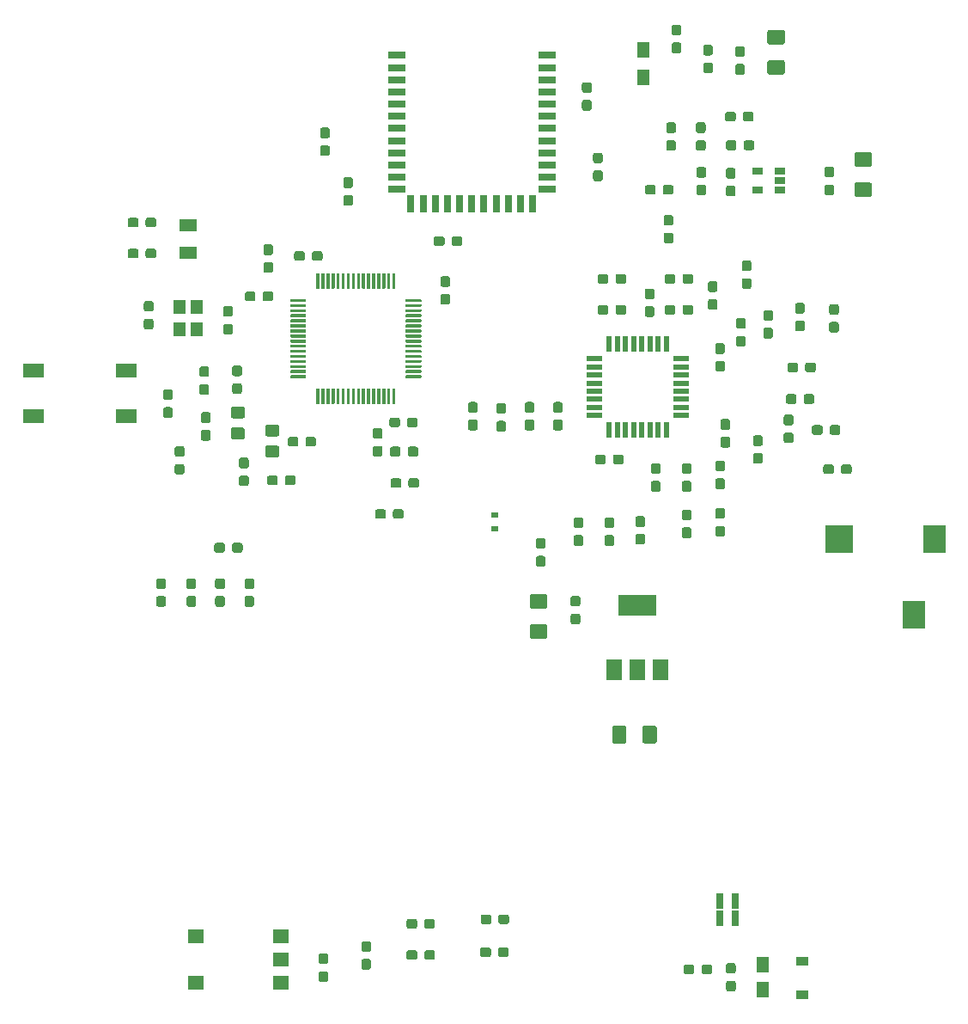
<source format=gbr>
G04 #@! TF.GenerationSoftware,KiCad,Pcbnew,5.1.0-unknown-03bce55~94~ubuntu16.04.1*
G04 #@! TF.CreationDate,2019-06-06T22:48:08-05:00*
G04 #@! TF.ProjectId,Embebidos_2019,456d6265-6269-4646-9f73-5f323031392e,rev?*
G04 #@! TF.SameCoordinates,Original*
G04 #@! TF.FileFunction,Paste,Top*
G04 #@! TF.FilePolarity,Positive*
%FSLAX46Y46*%
G04 Gerber Fmt 4.6, Leading zero omitted, Abs format (unit mm)*
G04 Created by KiCad (PCBNEW 5.1.0-unknown-03bce55~94~ubuntu16.04.1) date 2019-06-06 22:48:08*
%MOMM*%
%LPD*%
G04 APERTURE LIST*
%ADD10R,1.200000X0.900000*%
%ADD11C,0.100000*%
%ADD12C,0.950000*%
%ADD13C,1.425000*%
%ADD14R,1.250000X1.500000*%
%ADD15R,2.200000X2.800000*%
%ADD16R,2.800000X2.800000*%
%ADD17R,1.300000X1.500000*%
%ADD18C,1.150000*%
%ADD19R,0.800000X0.600000*%
%ADD20R,0.660400X1.500000*%
%ADD21R,1.800000X0.800000*%
%ADD22R,0.800000X1.800000*%
%ADD23R,2.100000X1.400000*%
%ADD24R,1.600200X1.397000*%
%ADD25R,1.600000X0.550000*%
%ADD26R,0.550000X1.600000*%
%ADD27R,1.500000X2.000000*%
%ADD28R,3.800000X2.000000*%
%ADD29R,1.060000X0.650000*%
%ADD30C,0.300000*%
%ADD31R,1.200000X1.400000*%
%ADD32R,1.800000X1.200000*%
G04 APERTURE END LIST*
D10*
X102580000Y-119675000D03*
X102580000Y-122975000D03*
D11*
G36*
X95764779Y-41527144D02*
G01*
X95787834Y-41530563D01*
X95810443Y-41536227D01*
X95832387Y-41544079D01*
X95853457Y-41554044D01*
X95873448Y-41566026D01*
X95892168Y-41579910D01*
X95909438Y-41595562D01*
X95925090Y-41612832D01*
X95938974Y-41631552D01*
X95950956Y-41651543D01*
X95960921Y-41672613D01*
X95968773Y-41694557D01*
X95974437Y-41717166D01*
X95977856Y-41740221D01*
X95979000Y-41763500D01*
X95979000Y-42338500D01*
X95977856Y-42361779D01*
X95974437Y-42384834D01*
X95968773Y-42407443D01*
X95960921Y-42429387D01*
X95950956Y-42450457D01*
X95938974Y-42470448D01*
X95925090Y-42489168D01*
X95909438Y-42506438D01*
X95892168Y-42522090D01*
X95873448Y-42535974D01*
X95853457Y-42547956D01*
X95832387Y-42557921D01*
X95810443Y-42565773D01*
X95787834Y-42571437D01*
X95764779Y-42574856D01*
X95741500Y-42576000D01*
X95266500Y-42576000D01*
X95243221Y-42574856D01*
X95220166Y-42571437D01*
X95197557Y-42565773D01*
X95175613Y-42557921D01*
X95154543Y-42547956D01*
X95134552Y-42535974D01*
X95115832Y-42522090D01*
X95098562Y-42506438D01*
X95082910Y-42489168D01*
X95069026Y-42470448D01*
X95057044Y-42450457D01*
X95047079Y-42429387D01*
X95039227Y-42407443D01*
X95033563Y-42384834D01*
X95030144Y-42361779D01*
X95029000Y-42338500D01*
X95029000Y-41763500D01*
X95030144Y-41740221D01*
X95033563Y-41717166D01*
X95039227Y-41694557D01*
X95047079Y-41672613D01*
X95057044Y-41651543D01*
X95069026Y-41631552D01*
X95082910Y-41612832D01*
X95098562Y-41595562D01*
X95115832Y-41579910D01*
X95134552Y-41566026D01*
X95154543Y-41554044D01*
X95175613Y-41544079D01*
X95197557Y-41536227D01*
X95220166Y-41530563D01*
X95243221Y-41527144D01*
X95266500Y-41526000D01*
X95741500Y-41526000D01*
X95764779Y-41527144D01*
X95764779Y-41527144D01*
G37*
D12*
X95504000Y-42051000D03*
D11*
G36*
X95764779Y-43277144D02*
G01*
X95787834Y-43280563D01*
X95810443Y-43286227D01*
X95832387Y-43294079D01*
X95853457Y-43304044D01*
X95873448Y-43316026D01*
X95892168Y-43329910D01*
X95909438Y-43345562D01*
X95925090Y-43362832D01*
X95938974Y-43381552D01*
X95950956Y-43401543D01*
X95960921Y-43422613D01*
X95968773Y-43444557D01*
X95974437Y-43467166D01*
X95977856Y-43490221D01*
X95979000Y-43513500D01*
X95979000Y-44088500D01*
X95977856Y-44111779D01*
X95974437Y-44134834D01*
X95968773Y-44157443D01*
X95960921Y-44179387D01*
X95950956Y-44200457D01*
X95938974Y-44220448D01*
X95925090Y-44239168D01*
X95909438Y-44256438D01*
X95892168Y-44272090D01*
X95873448Y-44285974D01*
X95853457Y-44297956D01*
X95832387Y-44307921D01*
X95810443Y-44315773D01*
X95787834Y-44321437D01*
X95764779Y-44324856D01*
X95741500Y-44326000D01*
X95266500Y-44326000D01*
X95243221Y-44324856D01*
X95220166Y-44321437D01*
X95197557Y-44315773D01*
X95175613Y-44307921D01*
X95154543Y-44297956D01*
X95134552Y-44285974D01*
X95115832Y-44272090D01*
X95098562Y-44256438D01*
X95082910Y-44239168D01*
X95069026Y-44220448D01*
X95057044Y-44200457D01*
X95047079Y-44179387D01*
X95039227Y-44157443D01*
X95033563Y-44134834D01*
X95030144Y-44111779D01*
X95029000Y-44088500D01*
X95029000Y-43513500D01*
X95030144Y-43490221D01*
X95033563Y-43467166D01*
X95039227Y-43444557D01*
X95047079Y-43422613D01*
X95057044Y-43401543D01*
X95069026Y-43381552D01*
X95082910Y-43362832D01*
X95098562Y-43345562D01*
X95115832Y-43329910D01*
X95134552Y-43316026D01*
X95154543Y-43304044D01*
X95175613Y-43294079D01*
X95197557Y-43286227D01*
X95220166Y-43280563D01*
X95243221Y-43277144D01*
X95266500Y-43276000D01*
X95741500Y-43276000D01*
X95764779Y-43277144D01*
X95764779Y-43277144D01*
G37*
D12*
X95504000Y-43801000D03*
D11*
G36*
X93515779Y-29401144D02*
G01*
X93538834Y-29404563D01*
X93561443Y-29410227D01*
X93583387Y-29418079D01*
X93604457Y-29428044D01*
X93624448Y-29440026D01*
X93643168Y-29453910D01*
X93660438Y-29469562D01*
X93676090Y-29486832D01*
X93689974Y-29505552D01*
X93701956Y-29525543D01*
X93711921Y-29546613D01*
X93719773Y-29568557D01*
X93725437Y-29591166D01*
X93728856Y-29614221D01*
X93730000Y-29637500D01*
X93730000Y-30212500D01*
X93728856Y-30235779D01*
X93725437Y-30258834D01*
X93719773Y-30281443D01*
X93711921Y-30303387D01*
X93701956Y-30324457D01*
X93689974Y-30344448D01*
X93676090Y-30363168D01*
X93660438Y-30380438D01*
X93643168Y-30396090D01*
X93624448Y-30409974D01*
X93604457Y-30421956D01*
X93583387Y-30431921D01*
X93561443Y-30439773D01*
X93538834Y-30445437D01*
X93515779Y-30448856D01*
X93492500Y-30450000D01*
X93017500Y-30450000D01*
X92994221Y-30448856D01*
X92971166Y-30445437D01*
X92948557Y-30439773D01*
X92926613Y-30431921D01*
X92905543Y-30421956D01*
X92885552Y-30409974D01*
X92866832Y-30396090D01*
X92849562Y-30380438D01*
X92833910Y-30363168D01*
X92820026Y-30344448D01*
X92808044Y-30324457D01*
X92798079Y-30303387D01*
X92790227Y-30281443D01*
X92784563Y-30258834D01*
X92781144Y-30235779D01*
X92780000Y-30212500D01*
X92780000Y-29637500D01*
X92781144Y-29614221D01*
X92784563Y-29591166D01*
X92790227Y-29568557D01*
X92798079Y-29546613D01*
X92808044Y-29525543D01*
X92820026Y-29505552D01*
X92833910Y-29486832D01*
X92849562Y-29469562D01*
X92866832Y-29453910D01*
X92885552Y-29440026D01*
X92905543Y-29428044D01*
X92926613Y-29418079D01*
X92948557Y-29410227D01*
X92971166Y-29404563D01*
X92994221Y-29401144D01*
X93017500Y-29400000D01*
X93492500Y-29400000D01*
X93515779Y-29401144D01*
X93515779Y-29401144D01*
G37*
D12*
X93255000Y-29925000D03*
D11*
G36*
X93515779Y-31151144D02*
G01*
X93538834Y-31154563D01*
X93561443Y-31160227D01*
X93583387Y-31168079D01*
X93604457Y-31178044D01*
X93624448Y-31190026D01*
X93643168Y-31203910D01*
X93660438Y-31219562D01*
X93676090Y-31236832D01*
X93689974Y-31255552D01*
X93701956Y-31275543D01*
X93711921Y-31296613D01*
X93719773Y-31318557D01*
X93725437Y-31341166D01*
X93728856Y-31364221D01*
X93730000Y-31387500D01*
X93730000Y-31962500D01*
X93728856Y-31985779D01*
X93725437Y-32008834D01*
X93719773Y-32031443D01*
X93711921Y-32053387D01*
X93701956Y-32074457D01*
X93689974Y-32094448D01*
X93676090Y-32113168D01*
X93660438Y-32130438D01*
X93643168Y-32146090D01*
X93624448Y-32159974D01*
X93604457Y-32171956D01*
X93583387Y-32181921D01*
X93561443Y-32189773D01*
X93538834Y-32195437D01*
X93515779Y-32198856D01*
X93492500Y-32200000D01*
X93017500Y-32200000D01*
X92994221Y-32198856D01*
X92971166Y-32195437D01*
X92948557Y-32189773D01*
X92926613Y-32181921D01*
X92905543Y-32171956D01*
X92885552Y-32159974D01*
X92866832Y-32146090D01*
X92849562Y-32130438D01*
X92833910Y-32113168D01*
X92820026Y-32094448D01*
X92808044Y-32074457D01*
X92798079Y-32053387D01*
X92790227Y-32031443D01*
X92784563Y-32008834D01*
X92781144Y-31985779D01*
X92780000Y-31962500D01*
X92780000Y-31387500D01*
X92781144Y-31364221D01*
X92784563Y-31341166D01*
X92790227Y-31318557D01*
X92798079Y-31296613D01*
X92808044Y-31275543D01*
X92820026Y-31255552D01*
X92833910Y-31236832D01*
X92849562Y-31219562D01*
X92866832Y-31203910D01*
X92885552Y-31190026D01*
X92905543Y-31178044D01*
X92926613Y-31168079D01*
X92948557Y-31160227D01*
X92971166Y-31154563D01*
X92994221Y-31151144D01*
X93017500Y-31150000D01*
X93492500Y-31150000D01*
X93515779Y-31151144D01*
X93515779Y-31151144D01*
G37*
D12*
X93255000Y-31675000D03*
D11*
G36*
X95770779Y-121571144D02*
G01*
X95793834Y-121574563D01*
X95816443Y-121580227D01*
X95838387Y-121588079D01*
X95859457Y-121598044D01*
X95879448Y-121610026D01*
X95898168Y-121623910D01*
X95915438Y-121639562D01*
X95931090Y-121656832D01*
X95944974Y-121675552D01*
X95956956Y-121695543D01*
X95966921Y-121716613D01*
X95974773Y-121738557D01*
X95980437Y-121761166D01*
X95983856Y-121784221D01*
X95985000Y-121807500D01*
X95985000Y-122382500D01*
X95983856Y-122405779D01*
X95980437Y-122428834D01*
X95974773Y-122451443D01*
X95966921Y-122473387D01*
X95956956Y-122494457D01*
X95944974Y-122514448D01*
X95931090Y-122533168D01*
X95915438Y-122550438D01*
X95898168Y-122566090D01*
X95879448Y-122579974D01*
X95859457Y-122591956D01*
X95838387Y-122601921D01*
X95816443Y-122609773D01*
X95793834Y-122615437D01*
X95770779Y-122618856D01*
X95747500Y-122620000D01*
X95272500Y-122620000D01*
X95249221Y-122618856D01*
X95226166Y-122615437D01*
X95203557Y-122609773D01*
X95181613Y-122601921D01*
X95160543Y-122591956D01*
X95140552Y-122579974D01*
X95121832Y-122566090D01*
X95104562Y-122550438D01*
X95088910Y-122533168D01*
X95075026Y-122514448D01*
X95063044Y-122494457D01*
X95053079Y-122473387D01*
X95045227Y-122451443D01*
X95039563Y-122428834D01*
X95036144Y-122405779D01*
X95035000Y-122382500D01*
X95035000Y-121807500D01*
X95036144Y-121784221D01*
X95039563Y-121761166D01*
X95045227Y-121738557D01*
X95053079Y-121716613D01*
X95063044Y-121695543D01*
X95075026Y-121675552D01*
X95088910Y-121656832D01*
X95104562Y-121639562D01*
X95121832Y-121623910D01*
X95140552Y-121610026D01*
X95160543Y-121598044D01*
X95181613Y-121588079D01*
X95203557Y-121580227D01*
X95226166Y-121574563D01*
X95249221Y-121571144D01*
X95272500Y-121570000D01*
X95747500Y-121570000D01*
X95770779Y-121571144D01*
X95770779Y-121571144D01*
G37*
D12*
X95510000Y-122095000D03*
D11*
G36*
X95770779Y-119821144D02*
G01*
X95793834Y-119824563D01*
X95816443Y-119830227D01*
X95838387Y-119838079D01*
X95859457Y-119848044D01*
X95879448Y-119860026D01*
X95898168Y-119873910D01*
X95915438Y-119889562D01*
X95931090Y-119906832D01*
X95944974Y-119925552D01*
X95956956Y-119945543D01*
X95966921Y-119966613D01*
X95974773Y-119988557D01*
X95980437Y-120011166D01*
X95983856Y-120034221D01*
X95985000Y-120057500D01*
X95985000Y-120632500D01*
X95983856Y-120655779D01*
X95980437Y-120678834D01*
X95974773Y-120701443D01*
X95966921Y-120723387D01*
X95956956Y-120744457D01*
X95944974Y-120764448D01*
X95931090Y-120783168D01*
X95915438Y-120800438D01*
X95898168Y-120816090D01*
X95879448Y-120829974D01*
X95859457Y-120841956D01*
X95838387Y-120851921D01*
X95816443Y-120859773D01*
X95793834Y-120865437D01*
X95770779Y-120868856D01*
X95747500Y-120870000D01*
X95272500Y-120870000D01*
X95249221Y-120868856D01*
X95226166Y-120865437D01*
X95203557Y-120859773D01*
X95181613Y-120851921D01*
X95160543Y-120841956D01*
X95140552Y-120829974D01*
X95121832Y-120816090D01*
X95104562Y-120800438D01*
X95088910Y-120783168D01*
X95075026Y-120764448D01*
X95063044Y-120744457D01*
X95053079Y-120723387D01*
X95045227Y-120701443D01*
X95039563Y-120678834D01*
X95036144Y-120655779D01*
X95035000Y-120632500D01*
X95035000Y-120057500D01*
X95036144Y-120034221D01*
X95039563Y-120011166D01*
X95045227Y-119988557D01*
X95053079Y-119966613D01*
X95063044Y-119945543D01*
X95075026Y-119925552D01*
X95088910Y-119906832D01*
X95104562Y-119889562D01*
X95121832Y-119873910D01*
X95140552Y-119860026D01*
X95160543Y-119848044D01*
X95181613Y-119838079D01*
X95203557Y-119830227D01*
X95226166Y-119824563D01*
X95249221Y-119821144D01*
X95272500Y-119820000D01*
X95747500Y-119820000D01*
X95770779Y-119821144D01*
X95770779Y-119821144D01*
G37*
D12*
X95510000Y-120345000D03*
D11*
G36*
X42578779Y-83685144D02*
G01*
X42601834Y-83688563D01*
X42624443Y-83694227D01*
X42646387Y-83702079D01*
X42667457Y-83712044D01*
X42687448Y-83724026D01*
X42706168Y-83737910D01*
X42723438Y-83753562D01*
X42739090Y-83770832D01*
X42752974Y-83789552D01*
X42764956Y-83809543D01*
X42774921Y-83830613D01*
X42782773Y-83852557D01*
X42788437Y-83875166D01*
X42791856Y-83898221D01*
X42793000Y-83921500D01*
X42793000Y-84496500D01*
X42791856Y-84519779D01*
X42788437Y-84542834D01*
X42782773Y-84565443D01*
X42774921Y-84587387D01*
X42764956Y-84608457D01*
X42752974Y-84628448D01*
X42739090Y-84647168D01*
X42723438Y-84664438D01*
X42706168Y-84680090D01*
X42687448Y-84693974D01*
X42667457Y-84705956D01*
X42646387Y-84715921D01*
X42624443Y-84723773D01*
X42601834Y-84729437D01*
X42578779Y-84732856D01*
X42555500Y-84734000D01*
X42080500Y-84734000D01*
X42057221Y-84732856D01*
X42034166Y-84729437D01*
X42011557Y-84723773D01*
X41989613Y-84715921D01*
X41968543Y-84705956D01*
X41948552Y-84693974D01*
X41929832Y-84680090D01*
X41912562Y-84664438D01*
X41896910Y-84647168D01*
X41883026Y-84628448D01*
X41871044Y-84608457D01*
X41861079Y-84587387D01*
X41853227Y-84565443D01*
X41847563Y-84542834D01*
X41844144Y-84519779D01*
X41843000Y-84496500D01*
X41843000Y-83921500D01*
X41844144Y-83898221D01*
X41847563Y-83875166D01*
X41853227Y-83852557D01*
X41861079Y-83830613D01*
X41871044Y-83809543D01*
X41883026Y-83789552D01*
X41896910Y-83770832D01*
X41912562Y-83753562D01*
X41929832Y-83737910D01*
X41948552Y-83724026D01*
X41968543Y-83712044D01*
X41989613Y-83702079D01*
X42011557Y-83694227D01*
X42034166Y-83688563D01*
X42057221Y-83685144D01*
X42080500Y-83684000D01*
X42555500Y-83684000D01*
X42578779Y-83685144D01*
X42578779Y-83685144D01*
G37*
D12*
X42318000Y-84209000D03*
D11*
G36*
X42578779Y-81935144D02*
G01*
X42601834Y-81938563D01*
X42624443Y-81944227D01*
X42646387Y-81952079D01*
X42667457Y-81962044D01*
X42687448Y-81974026D01*
X42706168Y-81987910D01*
X42723438Y-82003562D01*
X42739090Y-82020832D01*
X42752974Y-82039552D01*
X42764956Y-82059543D01*
X42774921Y-82080613D01*
X42782773Y-82102557D01*
X42788437Y-82125166D01*
X42791856Y-82148221D01*
X42793000Y-82171500D01*
X42793000Y-82746500D01*
X42791856Y-82769779D01*
X42788437Y-82792834D01*
X42782773Y-82815443D01*
X42774921Y-82837387D01*
X42764956Y-82858457D01*
X42752974Y-82878448D01*
X42739090Y-82897168D01*
X42723438Y-82914438D01*
X42706168Y-82930090D01*
X42687448Y-82943974D01*
X42667457Y-82955956D01*
X42646387Y-82965921D01*
X42624443Y-82973773D01*
X42601834Y-82979437D01*
X42578779Y-82982856D01*
X42555500Y-82984000D01*
X42080500Y-82984000D01*
X42057221Y-82982856D01*
X42034166Y-82979437D01*
X42011557Y-82973773D01*
X41989613Y-82965921D01*
X41968543Y-82955956D01*
X41948552Y-82943974D01*
X41929832Y-82930090D01*
X41912562Y-82914438D01*
X41896910Y-82897168D01*
X41883026Y-82878448D01*
X41871044Y-82858457D01*
X41861079Y-82837387D01*
X41853227Y-82815443D01*
X41847563Y-82792834D01*
X41844144Y-82769779D01*
X41843000Y-82746500D01*
X41843000Y-82171500D01*
X41844144Y-82148221D01*
X41847563Y-82125166D01*
X41853227Y-82102557D01*
X41861079Y-82080613D01*
X41871044Y-82059543D01*
X41883026Y-82039552D01*
X41896910Y-82020832D01*
X41912562Y-82003562D01*
X41929832Y-81987910D01*
X41948552Y-81974026D01*
X41968543Y-81962044D01*
X41989613Y-81952079D01*
X42011557Y-81944227D01*
X42034166Y-81938563D01*
X42057221Y-81935144D01*
X42080500Y-81934000D01*
X42555500Y-81934000D01*
X42578779Y-81935144D01*
X42578779Y-81935144D01*
G37*
D12*
X42318000Y-82459000D03*
D11*
G36*
X82661779Y-40023144D02*
G01*
X82684834Y-40026563D01*
X82707443Y-40032227D01*
X82729387Y-40040079D01*
X82750457Y-40050044D01*
X82770448Y-40062026D01*
X82789168Y-40075910D01*
X82806438Y-40091562D01*
X82822090Y-40108832D01*
X82835974Y-40127552D01*
X82847956Y-40147543D01*
X82857921Y-40168613D01*
X82865773Y-40190557D01*
X82871437Y-40213166D01*
X82874856Y-40236221D01*
X82876000Y-40259500D01*
X82876000Y-40834500D01*
X82874856Y-40857779D01*
X82871437Y-40880834D01*
X82865773Y-40903443D01*
X82857921Y-40925387D01*
X82847956Y-40946457D01*
X82835974Y-40966448D01*
X82822090Y-40985168D01*
X82806438Y-41002438D01*
X82789168Y-41018090D01*
X82770448Y-41031974D01*
X82750457Y-41043956D01*
X82729387Y-41053921D01*
X82707443Y-41061773D01*
X82684834Y-41067437D01*
X82661779Y-41070856D01*
X82638500Y-41072000D01*
X82163500Y-41072000D01*
X82140221Y-41070856D01*
X82117166Y-41067437D01*
X82094557Y-41061773D01*
X82072613Y-41053921D01*
X82051543Y-41043956D01*
X82031552Y-41031974D01*
X82012832Y-41018090D01*
X81995562Y-41002438D01*
X81979910Y-40985168D01*
X81966026Y-40966448D01*
X81954044Y-40946457D01*
X81944079Y-40925387D01*
X81936227Y-40903443D01*
X81930563Y-40880834D01*
X81927144Y-40857779D01*
X81926000Y-40834500D01*
X81926000Y-40259500D01*
X81927144Y-40236221D01*
X81930563Y-40213166D01*
X81936227Y-40190557D01*
X81944079Y-40168613D01*
X81954044Y-40147543D01*
X81966026Y-40127552D01*
X81979910Y-40108832D01*
X81995562Y-40091562D01*
X82012832Y-40075910D01*
X82031552Y-40062026D01*
X82051543Y-40050044D01*
X82072613Y-40040079D01*
X82094557Y-40032227D01*
X82117166Y-40026563D01*
X82140221Y-40023144D01*
X82163500Y-40022000D01*
X82638500Y-40022000D01*
X82661779Y-40023144D01*
X82661779Y-40023144D01*
G37*
D12*
X82401000Y-40547000D03*
D11*
G36*
X82661779Y-41773144D02*
G01*
X82684834Y-41776563D01*
X82707443Y-41782227D01*
X82729387Y-41790079D01*
X82750457Y-41800044D01*
X82770448Y-41812026D01*
X82789168Y-41825910D01*
X82806438Y-41841562D01*
X82822090Y-41858832D01*
X82835974Y-41877552D01*
X82847956Y-41897543D01*
X82857921Y-41918613D01*
X82865773Y-41940557D01*
X82871437Y-41963166D01*
X82874856Y-41986221D01*
X82876000Y-42009500D01*
X82876000Y-42584500D01*
X82874856Y-42607779D01*
X82871437Y-42630834D01*
X82865773Y-42653443D01*
X82857921Y-42675387D01*
X82847956Y-42696457D01*
X82835974Y-42716448D01*
X82822090Y-42735168D01*
X82806438Y-42752438D01*
X82789168Y-42768090D01*
X82770448Y-42781974D01*
X82750457Y-42793956D01*
X82729387Y-42803921D01*
X82707443Y-42811773D01*
X82684834Y-42817437D01*
X82661779Y-42820856D01*
X82638500Y-42822000D01*
X82163500Y-42822000D01*
X82140221Y-42820856D01*
X82117166Y-42817437D01*
X82094557Y-42811773D01*
X82072613Y-42803921D01*
X82051543Y-42793956D01*
X82031552Y-42781974D01*
X82012832Y-42768090D01*
X81995562Y-42752438D01*
X81979910Y-42735168D01*
X81966026Y-42716448D01*
X81954044Y-42696457D01*
X81944079Y-42675387D01*
X81936227Y-42653443D01*
X81930563Y-42630834D01*
X81927144Y-42607779D01*
X81926000Y-42584500D01*
X81926000Y-42009500D01*
X81927144Y-41986221D01*
X81930563Y-41963166D01*
X81936227Y-41940557D01*
X81944079Y-41918613D01*
X81954044Y-41897543D01*
X81966026Y-41877552D01*
X81979910Y-41858832D01*
X81995562Y-41841562D01*
X82012832Y-41825910D01*
X82031552Y-41812026D01*
X82051543Y-41800044D01*
X82072613Y-41790079D01*
X82094557Y-41782227D01*
X82117166Y-41776563D01*
X82140221Y-41773144D01*
X82163500Y-41772000D01*
X82638500Y-41772000D01*
X82661779Y-41773144D01*
X82661779Y-41773144D01*
G37*
D12*
X82401000Y-42297000D03*
D11*
G36*
X68816779Y-48258144D02*
G01*
X68839834Y-48261563D01*
X68862443Y-48267227D01*
X68884387Y-48275079D01*
X68905457Y-48285044D01*
X68925448Y-48297026D01*
X68944168Y-48310910D01*
X68961438Y-48326562D01*
X68977090Y-48343832D01*
X68990974Y-48362552D01*
X69002956Y-48382543D01*
X69012921Y-48403613D01*
X69020773Y-48425557D01*
X69026437Y-48448166D01*
X69029856Y-48471221D01*
X69031000Y-48494500D01*
X69031000Y-48969500D01*
X69029856Y-48992779D01*
X69026437Y-49015834D01*
X69020773Y-49038443D01*
X69012921Y-49060387D01*
X69002956Y-49081457D01*
X68990974Y-49101448D01*
X68977090Y-49120168D01*
X68961438Y-49137438D01*
X68944168Y-49153090D01*
X68925448Y-49166974D01*
X68905457Y-49178956D01*
X68884387Y-49188921D01*
X68862443Y-49196773D01*
X68839834Y-49202437D01*
X68816779Y-49205856D01*
X68793500Y-49207000D01*
X68218500Y-49207000D01*
X68195221Y-49205856D01*
X68172166Y-49202437D01*
X68149557Y-49196773D01*
X68127613Y-49188921D01*
X68106543Y-49178956D01*
X68086552Y-49166974D01*
X68067832Y-49153090D01*
X68050562Y-49137438D01*
X68034910Y-49120168D01*
X68021026Y-49101448D01*
X68009044Y-49081457D01*
X67999079Y-49060387D01*
X67991227Y-49038443D01*
X67985563Y-49015834D01*
X67982144Y-48992779D01*
X67981000Y-48969500D01*
X67981000Y-48494500D01*
X67982144Y-48471221D01*
X67985563Y-48448166D01*
X67991227Y-48425557D01*
X67999079Y-48403613D01*
X68009044Y-48382543D01*
X68021026Y-48362552D01*
X68034910Y-48343832D01*
X68050562Y-48326562D01*
X68067832Y-48310910D01*
X68086552Y-48297026D01*
X68106543Y-48285044D01*
X68127613Y-48275079D01*
X68149557Y-48267227D01*
X68172166Y-48261563D01*
X68195221Y-48258144D01*
X68218500Y-48257000D01*
X68793500Y-48257000D01*
X68816779Y-48258144D01*
X68816779Y-48258144D01*
G37*
D12*
X68506000Y-48732000D03*
D11*
G36*
X67066779Y-48258144D02*
G01*
X67089834Y-48261563D01*
X67112443Y-48267227D01*
X67134387Y-48275079D01*
X67155457Y-48285044D01*
X67175448Y-48297026D01*
X67194168Y-48310910D01*
X67211438Y-48326562D01*
X67227090Y-48343832D01*
X67240974Y-48362552D01*
X67252956Y-48382543D01*
X67262921Y-48403613D01*
X67270773Y-48425557D01*
X67276437Y-48448166D01*
X67279856Y-48471221D01*
X67281000Y-48494500D01*
X67281000Y-48969500D01*
X67279856Y-48992779D01*
X67276437Y-49015834D01*
X67270773Y-49038443D01*
X67262921Y-49060387D01*
X67252956Y-49081457D01*
X67240974Y-49101448D01*
X67227090Y-49120168D01*
X67211438Y-49137438D01*
X67194168Y-49153090D01*
X67175448Y-49166974D01*
X67155457Y-49178956D01*
X67134387Y-49188921D01*
X67112443Y-49196773D01*
X67089834Y-49202437D01*
X67066779Y-49205856D01*
X67043500Y-49207000D01*
X66468500Y-49207000D01*
X66445221Y-49205856D01*
X66422166Y-49202437D01*
X66399557Y-49196773D01*
X66377613Y-49188921D01*
X66356543Y-49178956D01*
X66336552Y-49166974D01*
X66317832Y-49153090D01*
X66300562Y-49137438D01*
X66284910Y-49120168D01*
X66271026Y-49101448D01*
X66259044Y-49081457D01*
X66249079Y-49060387D01*
X66241227Y-49038443D01*
X66235563Y-49015834D01*
X66232144Y-48992779D01*
X66231000Y-48969500D01*
X66231000Y-48494500D01*
X66232144Y-48471221D01*
X66235563Y-48448166D01*
X66241227Y-48425557D01*
X66249079Y-48403613D01*
X66259044Y-48382543D01*
X66271026Y-48362552D01*
X66284910Y-48343832D01*
X66300562Y-48326562D01*
X66317832Y-48310910D01*
X66336552Y-48297026D01*
X66356543Y-48285044D01*
X66377613Y-48275079D01*
X66399557Y-48267227D01*
X66422166Y-48261563D01*
X66445221Y-48258144D01*
X66468500Y-48257000D01*
X67043500Y-48257000D01*
X67066779Y-48258144D01*
X67066779Y-48258144D01*
G37*
D12*
X66756000Y-48732000D03*
D11*
G36*
X87881779Y-43210144D02*
G01*
X87904834Y-43213563D01*
X87927443Y-43219227D01*
X87949387Y-43227079D01*
X87970457Y-43237044D01*
X87990448Y-43249026D01*
X88009168Y-43262910D01*
X88026438Y-43278562D01*
X88042090Y-43295832D01*
X88055974Y-43314552D01*
X88067956Y-43334543D01*
X88077921Y-43355613D01*
X88085773Y-43377557D01*
X88091437Y-43400166D01*
X88094856Y-43423221D01*
X88096000Y-43446500D01*
X88096000Y-43921500D01*
X88094856Y-43944779D01*
X88091437Y-43967834D01*
X88085773Y-43990443D01*
X88077921Y-44012387D01*
X88067956Y-44033457D01*
X88055974Y-44053448D01*
X88042090Y-44072168D01*
X88026438Y-44089438D01*
X88009168Y-44105090D01*
X87990448Y-44118974D01*
X87970457Y-44130956D01*
X87949387Y-44140921D01*
X87927443Y-44148773D01*
X87904834Y-44154437D01*
X87881779Y-44157856D01*
X87858500Y-44159000D01*
X87283500Y-44159000D01*
X87260221Y-44157856D01*
X87237166Y-44154437D01*
X87214557Y-44148773D01*
X87192613Y-44140921D01*
X87171543Y-44130956D01*
X87151552Y-44118974D01*
X87132832Y-44105090D01*
X87115562Y-44089438D01*
X87099910Y-44072168D01*
X87086026Y-44053448D01*
X87074044Y-44033457D01*
X87064079Y-44012387D01*
X87056227Y-43990443D01*
X87050563Y-43967834D01*
X87047144Y-43944779D01*
X87046000Y-43921500D01*
X87046000Y-43446500D01*
X87047144Y-43423221D01*
X87050563Y-43400166D01*
X87056227Y-43377557D01*
X87064079Y-43355613D01*
X87074044Y-43334543D01*
X87086026Y-43314552D01*
X87099910Y-43295832D01*
X87115562Y-43278562D01*
X87132832Y-43262910D01*
X87151552Y-43249026D01*
X87171543Y-43237044D01*
X87192613Y-43227079D01*
X87214557Y-43219227D01*
X87237166Y-43213563D01*
X87260221Y-43210144D01*
X87283500Y-43209000D01*
X87858500Y-43209000D01*
X87881779Y-43210144D01*
X87881779Y-43210144D01*
G37*
D12*
X87571000Y-43684000D03*
D11*
G36*
X89631779Y-43210144D02*
G01*
X89654834Y-43213563D01*
X89677443Y-43219227D01*
X89699387Y-43227079D01*
X89720457Y-43237044D01*
X89740448Y-43249026D01*
X89759168Y-43262910D01*
X89776438Y-43278562D01*
X89792090Y-43295832D01*
X89805974Y-43314552D01*
X89817956Y-43334543D01*
X89827921Y-43355613D01*
X89835773Y-43377557D01*
X89841437Y-43400166D01*
X89844856Y-43423221D01*
X89846000Y-43446500D01*
X89846000Y-43921500D01*
X89844856Y-43944779D01*
X89841437Y-43967834D01*
X89835773Y-43990443D01*
X89827921Y-44012387D01*
X89817956Y-44033457D01*
X89805974Y-44053448D01*
X89792090Y-44072168D01*
X89776438Y-44089438D01*
X89759168Y-44105090D01*
X89740448Y-44118974D01*
X89720457Y-44130956D01*
X89699387Y-44140921D01*
X89677443Y-44148773D01*
X89654834Y-44154437D01*
X89631779Y-44157856D01*
X89608500Y-44159000D01*
X89033500Y-44159000D01*
X89010221Y-44157856D01*
X88987166Y-44154437D01*
X88964557Y-44148773D01*
X88942613Y-44140921D01*
X88921543Y-44130956D01*
X88901552Y-44118974D01*
X88882832Y-44105090D01*
X88865562Y-44089438D01*
X88849910Y-44072168D01*
X88836026Y-44053448D01*
X88824044Y-44033457D01*
X88814079Y-44012387D01*
X88806227Y-43990443D01*
X88800563Y-43967834D01*
X88797144Y-43944779D01*
X88796000Y-43921500D01*
X88796000Y-43446500D01*
X88797144Y-43423221D01*
X88800563Y-43400166D01*
X88806227Y-43377557D01*
X88814079Y-43355613D01*
X88824044Y-43334543D01*
X88836026Y-43314552D01*
X88849910Y-43295832D01*
X88865562Y-43278562D01*
X88882832Y-43262910D01*
X88901552Y-43249026D01*
X88921543Y-43237044D01*
X88942613Y-43227079D01*
X88964557Y-43219227D01*
X88987166Y-43213563D01*
X89010221Y-43210144D01*
X89033500Y-43209000D01*
X89608500Y-43209000D01*
X89631779Y-43210144D01*
X89631779Y-43210144D01*
G37*
D12*
X89321000Y-43684000D03*
D11*
G36*
X89876779Y-37045144D02*
G01*
X89899834Y-37048563D01*
X89922443Y-37054227D01*
X89944387Y-37062079D01*
X89965457Y-37072044D01*
X89985448Y-37084026D01*
X90004168Y-37097910D01*
X90021438Y-37113562D01*
X90037090Y-37130832D01*
X90050974Y-37149552D01*
X90062956Y-37169543D01*
X90072921Y-37190613D01*
X90080773Y-37212557D01*
X90086437Y-37235166D01*
X90089856Y-37258221D01*
X90091000Y-37281500D01*
X90091000Y-37856500D01*
X90089856Y-37879779D01*
X90086437Y-37902834D01*
X90080773Y-37925443D01*
X90072921Y-37947387D01*
X90062956Y-37968457D01*
X90050974Y-37988448D01*
X90037090Y-38007168D01*
X90021438Y-38024438D01*
X90004168Y-38040090D01*
X89985448Y-38053974D01*
X89965457Y-38065956D01*
X89944387Y-38075921D01*
X89922443Y-38083773D01*
X89899834Y-38089437D01*
X89876779Y-38092856D01*
X89853500Y-38094000D01*
X89378500Y-38094000D01*
X89355221Y-38092856D01*
X89332166Y-38089437D01*
X89309557Y-38083773D01*
X89287613Y-38075921D01*
X89266543Y-38065956D01*
X89246552Y-38053974D01*
X89227832Y-38040090D01*
X89210562Y-38024438D01*
X89194910Y-38007168D01*
X89181026Y-37988448D01*
X89169044Y-37968457D01*
X89159079Y-37947387D01*
X89151227Y-37925443D01*
X89145563Y-37902834D01*
X89142144Y-37879779D01*
X89141000Y-37856500D01*
X89141000Y-37281500D01*
X89142144Y-37258221D01*
X89145563Y-37235166D01*
X89151227Y-37212557D01*
X89159079Y-37190613D01*
X89169044Y-37169543D01*
X89181026Y-37149552D01*
X89194910Y-37130832D01*
X89210562Y-37113562D01*
X89227832Y-37097910D01*
X89246552Y-37084026D01*
X89266543Y-37072044D01*
X89287613Y-37062079D01*
X89309557Y-37054227D01*
X89332166Y-37048563D01*
X89355221Y-37045144D01*
X89378500Y-37044000D01*
X89853500Y-37044000D01*
X89876779Y-37045144D01*
X89876779Y-37045144D01*
G37*
D12*
X89616000Y-37569000D03*
D11*
G36*
X89876779Y-38795144D02*
G01*
X89899834Y-38798563D01*
X89922443Y-38804227D01*
X89944387Y-38812079D01*
X89965457Y-38822044D01*
X89985448Y-38834026D01*
X90004168Y-38847910D01*
X90021438Y-38863562D01*
X90037090Y-38880832D01*
X90050974Y-38899552D01*
X90062956Y-38919543D01*
X90072921Y-38940613D01*
X90080773Y-38962557D01*
X90086437Y-38985166D01*
X90089856Y-39008221D01*
X90091000Y-39031500D01*
X90091000Y-39606500D01*
X90089856Y-39629779D01*
X90086437Y-39652834D01*
X90080773Y-39675443D01*
X90072921Y-39697387D01*
X90062956Y-39718457D01*
X90050974Y-39738448D01*
X90037090Y-39757168D01*
X90021438Y-39774438D01*
X90004168Y-39790090D01*
X89985448Y-39803974D01*
X89965457Y-39815956D01*
X89944387Y-39825921D01*
X89922443Y-39833773D01*
X89899834Y-39839437D01*
X89876779Y-39842856D01*
X89853500Y-39844000D01*
X89378500Y-39844000D01*
X89355221Y-39842856D01*
X89332166Y-39839437D01*
X89309557Y-39833773D01*
X89287613Y-39825921D01*
X89266543Y-39815956D01*
X89246552Y-39803974D01*
X89227832Y-39790090D01*
X89210562Y-39774438D01*
X89194910Y-39757168D01*
X89181026Y-39738448D01*
X89169044Y-39718457D01*
X89159079Y-39697387D01*
X89151227Y-39675443D01*
X89145563Y-39652834D01*
X89142144Y-39629779D01*
X89141000Y-39606500D01*
X89141000Y-39031500D01*
X89142144Y-39008221D01*
X89145563Y-38985166D01*
X89151227Y-38962557D01*
X89159079Y-38940613D01*
X89169044Y-38919543D01*
X89181026Y-38899552D01*
X89194910Y-38880832D01*
X89210562Y-38863562D01*
X89227832Y-38847910D01*
X89246552Y-38834026D01*
X89266543Y-38822044D01*
X89287613Y-38812079D01*
X89309557Y-38804227D01*
X89332166Y-38798563D01*
X89355221Y-38795144D01*
X89378500Y-38794000D01*
X89853500Y-38794000D01*
X89876779Y-38795144D01*
X89876779Y-38795144D01*
G37*
D12*
X89616000Y-39319000D03*
D11*
G36*
X92806779Y-37035144D02*
G01*
X92829834Y-37038563D01*
X92852443Y-37044227D01*
X92874387Y-37052079D01*
X92895457Y-37062044D01*
X92915448Y-37074026D01*
X92934168Y-37087910D01*
X92951438Y-37103562D01*
X92967090Y-37120832D01*
X92980974Y-37139552D01*
X92992956Y-37159543D01*
X93002921Y-37180613D01*
X93010773Y-37202557D01*
X93016437Y-37225166D01*
X93019856Y-37248221D01*
X93021000Y-37271500D01*
X93021000Y-37846500D01*
X93019856Y-37869779D01*
X93016437Y-37892834D01*
X93010773Y-37915443D01*
X93002921Y-37937387D01*
X92992956Y-37958457D01*
X92980974Y-37978448D01*
X92967090Y-37997168D01*
X92951438Y-38014438D01*
X92934168Y-38030090D01*
X92915448Y-38043974D01*
X92895457Y-38055956D01*
X92874387Y-38065921D01*
X92852443Y-38073773D01*
X92829834Y-38079437D01*
X92806779Y-38082856D01*
X92783500Y-38084000D01*
X92308500Y-38084000D01*
X92285221Y-38082856D01*
X92262166Y-38079437D01*
X92239557Y-38073773D01*
X92217613Y-38065921D01*
X92196543Y-38055956D01*
X92176552Y-38043974D01*
X92157832Y-38030090D01*
X92140562Y-38014438D01*
X92124910Y-37997168D01*
X92111026Y-37978448D01*
X92099044Y-37958457D01*
X92089079Y-37937387D01*
X92081227Y-37915443D01*
X92075563Y-37892834D01*
X92072144Y-37869779D01*
X92071000Y-37846500D01*
X92071000Y-37271500D01*
X92072144Y-37248221D01*
X92075563Y-37225166D01*
X92081227Y-37202557D01*
X92089079Y-37180613D01*
X92099044Y-37159543D01*
X92111026Y-37139552D01*
X92124910Y-37120832D01*
X92140562Y-37103562D01*
X92157832Y-37087910D01*
X92176552Y-37074026D01*
X92196543Y-37062044D01*
X92217613Y-37052079D01*
X92239557Y-37044227D01*
X92262166Y-37038563D01*
X92285221Y-37035144D01*
X92308500Y-37034000D01*
X92783500Y-37034000D01*
X92806779Y-37035144D01*
X92806779Y-37035144D01*
G37*
D12*
X92546000Y-37559000D03*
D11*
G36*
X92806779Y-38785144D02*
G01*
X92829834Y-38788563D01*
X92852443Y-38794227D01*
X92874387Y-38802079D01*
X92895457Y-38812044D01*
X92915448Y-38824026D01*
X92934168Y-38837910D01*
X92951438Y-38853562D01*
X92967090Y-38870832D01*
X92980974Y-38889552D01*
X92992956Y-38909543D01*
X93002921Y-38930613D01*
X93010773Y-38952557D01*
X93016437Y-38975166D01*
X93019856Y-38998221D01*
X93021000Y-39021500D01*
X93021000Y-39596500D01*
X93019856Y-39619779D01*
X93016437Y-39642834D01*
X93010773Y-39665443D01*
X93002921Y-39687387D01*
X92992956Y-39708457D01*
X92980974Y-39728448D01*
X92967090Y-39747168D01*
X92951438Y-39764438D01*
X92934168Y-39780090D01*
X92915448Y-39793974D01*
X92895457Y-39805956D01*
X92874387Y-39815921D01*
X92852443Y-39823773D01*
X92829834Y-39829437D01*
X92806779Y-39832856D01*
X92783500Y-39834000D01*
X92308500Y-39834000D01*
X92285221Y-39832856D01*
X92262166Y-39829437D01*
X92239557Y-39823773D01*
X92217613Y-39815921D01*
X92196543Y-39805956D01*
X92176552Y-39793974D01*
X92157832Y-39780090D01*
X92140562Y-39764438D01*
X92124910Y-39747168D01*
X92111026Y-39728448D01*
X92099044Y-39708457D01*
X92089079Y-39687387D01*
X92081227Y-39665443D01*
X92075563Y-39642834D01*
X92072144Y-39619779D01*
X92071000Y-39596500D01*
X92071000Y-39021500D01*
X92072144Y-38998221D01*
X92075563Y-38975166D01*
X92081227Y-38952557D01*
X92089079Y-38930613D01*
X92099044Y-38909543D01*
X92111026Y-38889552D01*
X92124910Y-38870832D01*
X92140562Y-38853562D01*
X92157832Y-38837910D01*
X92176552Y-38824026D01*
X92196543Y-38812044D01*
X92217613Y-38802079D01*
X92239557Y-38794227D01*
X92262166Y-38788563D01*
X92285221Y-38785144D01*
X92308500Y-38784000D01*
X92783500Y-38784000D01*
X92806779Y-38785144D01*
X92806779Y-38785144D01*
G37*
D12*
X92546000Y-39309000D03*
D11*
G36*
X97531779Y-35990144D02*
G01*
X97554834Y-35993563D01*
X97577443Y-35999227D01*
X97599387Y-36007079D01*
X97620457Y-36017044D01*
X97640448Y-36029026D01*
X97659168Y-36042910D01*
X97676438Y-36058562D01*
X97692090Y-36075832D01*
X97705974Y-36094552D01*
X97717956Y-36114543D01*
X97727921Y-36135613D01*
X97735773Y-36157557D01*
X97741437Y-36180166D01*
X97744856Y-36203221D01*
X97746000Y-36226500D01*
X97746000Y-36701500D01*
X97744856Y-36724779D01*
X97741437Y-36747834D01*
X97735773Y-36770443D01*
X97727921Y-36792387D01*
X97717956Y-36813457D01*
X97705974Y-36833448D01*
X97692090Y-36852168D01*
X97676438Y-36869438D01*
X97659168Y-36885090D01*
X97640448Y-36898974D01*
X97620457Y-36910956D01*
X97599387Y-36920921D01*
X97577443Y-36928773D01*
X97554834Y-36934437D01*
X97531779Y-36937856D01*
X97508500Y-36939000D01*
X96933500Y-36939000D01*
X96910221Y-36937856D01*
X96887166Y-36934437D01*
X96864557Y-36928773D01*
X96842613Y-36920921D01*
X96821543Y-36910956D01*
X96801552Y-36898974D01*
X96782832Y-36885090D01*
X96765562Y-36869438D01*
X96749910Y-36852168D01*
X96736026Y-36833448D01*
X96724044Y-36813457D01*
X96714079Y-36792387D01*
X96706227Y-36770443D01*
X96700563Y-36747834D01*
X96697144Y-36724779D01*
X96696000Y-36701500D01*
X96696000Y-36226500D01*
X96697144Y-36203221D01*
X96700563Y-36180166D01*
X96706227Y-36157557D01*
X96714079Y-36135613D01*
X96724044Y-36114543D01*
X96736026Y-36094552D01*
X96749910Y-36075832D01*
X96765562Y-36058562D01*
X96782832Y-36042910D01*
X96801552Y-36029026D01*
X96821543Y-36017044D01*
X96842613Y-36007079D01*
X96864557Y-35999227D01*
X96887166Y-35993563D01*
X96910221Y-35990144D01*
X96933500Y-35989000D01*
X97508500Y-35989000D01*
X97531779Y-35990144D01*
X97531779Y-35990144D01*
G37*
D12*
X97221000Y-36464000D03*
D11*
G36*
X95781779Y-35990144D02*
G01*
X95804834Y-35993563D01*
X95827443Y-35999227D01*
X95849387Y-36007079D01*
X95870457Y-36017044D01*
X95890448Y-36029026D01*
X95909168Y-36042910D01*
X95926438Y-36058562D01*
X95942090Y-36075832D01*
X95955974Y-36094552D01*
X95967956Y-36114543D01*
X95977921Y-36135613D01*
X95985773Y-36157557D01*
X95991437Y-36180166D01*
X95994856Y-36203221D01*
X95996000Y-36226500D01*
X95996000Y-36701500D01*
X95994856Y-36724779D01*
X95991437Y-36747834D01*
X95985773Y-36770443D01*
X95977921Y-36792387D01*
X95967956Y-36813457D01*
X95955974Y-36833448D01*
X95942090Y-36852168D01*
X95926438Y-36869438D01*
X95909168Y-36885090D01*
X95890448Y-36898974D01*
X95870457Y-36910956D01*
X95849387Y-36920921D01*
X95827443Y-36928773D01*
X95804834Y-36934437D01*
X95781779Y-36937856D01*
X95758500Y-36939000D01*
X95183500Y-36939000D01*
X95160221Y-36937856D01*
X95137166Y-36934437D01*
X95114557Y-36928773D01*
X95092613Y-36920921D01*
X95071543Y-36910956D01*
X95051552Y-36898974D01*
X95032832Y-36885090D01*
X95015562Y-36869438D01*
X94999910Y-36852168D01*
X94986026Y-36833448D01*
X94974044Y-36813457D01*
X94964079Y-36792387D01*
X94956227Y-36770443D01*
X94950563Y-36747834D01*
X94947144Y-36724779D01*
X94946000Y-36701500D01*
X94946000Y-36226500D01*
X94947144Y-36203221D01*
X94950563Y-36180166D01*
X94956227Y-36157557D01*
X94964079Y-36135613D01*
X94974044Y-36114543D01*
X94986026Y-36094552D01*
X94999910Y-36075832D01*
X95015562Y-36058562D01*
X95032832Y-36042910D01*
X95051552Y-36029026D01*
X95071543Y-36017044D01*
X95092613Y-36007079D01*
X95114557Y-35999227D01*
X95137166Y-35993563D01*
X95160221Y-35990144D01*
X95183500Y-35989000D01*
X95758500Y-35989000D01*
X95781779Y-35990144D01*
X95781779Y-35990144D01*
G37*
D12*
X95471000Y-36464000D03*
D11*
G36*
X109195504Y-39985204D02*
G01*
X109219773Y-39988804D01*
X109243571Y-39994765D01*
X109266671Y-40003030D01*
X109288849Y-40013520D01*
X109309893Y-40026133D01*
X109329598Y-40040747D01*
X109347777Y-40057223D01*
X109364253Y-40075402D01*
X109378867Y-40095107D01*
X109391480Y-40116151D01*
X109401970Y-40138329D01*
X109410235Y-40161429D01*
X109416196Y-40185227D01*
X109419796Y-40209496D01*
X109421000Y-40234000D01*
X109421000Y-41159000D01*
X109419796Y-41183504D01*
X109416196Y-41207773D01*
X109410235Y-41231571D01*
X109401970Y-41254671D01*
X109391480Y-41276849D01*
X109378867Y-41297893D01*
X109364253Y-41317598D01*
X109347777Y-41335777D01*
X109329598Y-41352253D01*
X109309893Y-41366867D01*
X109288849Y-41379480D01*
X109266671Y-41389970D01*
X109243571Y-41398235D01*
X109219773Y-41404196D01*
X109195504Y-41407796D01*
X109171000Y-41409000D01*
X107921000Y-41409000D01*
X107896496Y-41407796D01*
X107872227Y-41404196D01*
X107848429Y-41398235D01*
X107825329Y-41389970D01*
X107803151Y-41379480D01*
X107782107Y-41366867D01*
X107762402Y-41352253D01*
X107744223Y-41335777D01*
X107727747Y-41317598D01*
X107713133Y-41297893D01*
X107700520Y-41276849D01*
X107690030Y-41254671D01*
X107681765Y-41231571D01*
X107675804Y-41207773D01*
X107672204Y-41183504D01*
X107671000Y-41159000D01*
X107671000Y-40234000D01*
X107672204Y-40209496D01*
X107675804Y-40185227D01*
X107681765Y-40161429D01*
X107690030Y-40138329D01*
X107700520Y-40116151D01*
X107713133Y-40095107D01*
X107727747Y-40075402D01*
X107744223Y-40057223D01*
X107762402Y-40040747D01*
X107782107Y-40026133D01*
X107803151Y-40013520D01*
X107825329Y-40003030D01*
X107848429Y-39994765D01*
X107872227Y-39988804D01*
X107896496Y-39985204D01*
X107921000Y-39984000D01*
X109171000Y-39984000D01*
X109195504Y-39985204D01*
X109195504Y-39985204D01*
G37*
D13*
X108546000Y-40696500D03*
D11*
G36*
X109195504Y-42960204D02*
G01*
X109219773Y-42963804D01*
X109243571Y-42969765D01*
X109266671Y-42978030D01*
X109288849Y-42988520D01*
X109309893Y-43001133D01*
X109329598Y-43015747D01*
X109347777Y-43032223D01*
X109364253Y-43050402D01*
X109378867Y-43070107D01*
X109391480Y-43091151D01*
X109401970Y-43113329D01*
X109410235Y-43136429D01*
X109416196Y-43160227D01*
X109419796Y-43184496D01*
X109421000Y-43209000D01*
X109421000Y-44134000D01*
X109419796Y-44158504D01*
X109416196Y-44182773D01*
X109410235Y-44206571D01*
X109401970Y-44229671D01*
X109391480Y-44251849D01*
X109378867Y-44272893D01*
X109364253Y-44292598D01*
X109347777Y-44310777D01*
X109329598Y-44327253D01*
X109309893Y-44341867D01*
X109288849Y-44354480D01*
X109266671Y-44364970D01*
X109243571Y-44373235D01*
X109219773Y-44379196D01*
X109195504Y-44382796D01*
X109171000Y-44384000D01*
X107921000Y-44384000D01*
X107896496Y-44382796D01*
X107872227Y-44379196D01*
X107848429Y-44373235D01*
X107825329Y-44364970D01*
X107803151Y-44354480D01*
X107782107Y-44341867D01*
X107762402Y-44327253D01*
X107744223Y-44310777D01*
X107727747Y-44292598D01*
X107713133Y-44272893D01*
X107700520Y-44251849D01*
X107690030Y-44229671D01*
X107681765Y-44206571D01*
X107675804Y-44182773D01*
X107672204Y-44158504D01*
X107671000Y-44134000D01*
X107671000Y-43209000D01*
X107672204Y-43184496D01*
X107675804Y-43160227D01*
X107681765Y-43136429D01*
X107690030Y-43113329D01*
X107700520Y-43091151D01*
X107713133Y-43070107D01*
X107727747Y-43050402D01*
X107744223Y-43032223D01*
X107762402Y-43015747D01*
X107782107Y-43001133D01*
X107803151Y-42988520D01*
X107825329Y-42978030D01*
X107848429Y-42969765D01*
X107872227Y-42963804D01*
X107896496Y-42960204D01*
X107921000Y-42959000D01*
X109171000Y-42959000D01*
X109195504Y-42960204D01*
X109195504Y-42960204D01*
G37*
D13*
X108546000Y-43671500D03*
D11*
G36*
X70336779Y-64571144D02*
G01*
X70359834Y-64574563D01*
X70382443Y-64580227D01*
X70404387Y-64588079D01*
X70425457Y-64598044D01*
X70445448Y-64610026D01*
X70464168Y-64623910D01*
X70481438Y-64639562D01*
X70497090Y-64656832D01*
X70510974Y-64675552D01*
X70522956Y-64695543D01*
X70532921Y-64716613D01*
X70540773Y-64738557D01*
X70546437Y-64761166D01*
X70549856Y-64784221D01*
X70551000Y-64807500D01*
X70551000Y-65382500D01*
X70549856Y-65405779D01*
X70546437Y-65428834D01*
X70540773Y-65451443D01*
X70532921Y-65473387D01*
X70522956Y-65494457D01*
X70510974Y-65514448D01*
X70497090Y-65533168D01*
X70481438Y-65550438D01*
X70464168Y-65566090D01*
X70445448Y-65579974D01*
X70425457Y-65591956D01*
X70404387Y-65601921D01*
X70382443Y-65609773D01*
X70359834Y-65615437D01*
X70336779Y-65618856D01*
X70313500Y-65620000D01*
X69838500Y-65620000D01*
X69815221Y-65618856D01*
X69792166Y-65615437D01*
X69769557Y-65609773D01*
X69747613Y-65601921D01*
X69726543Y-65591956D01*
X69706552Y-65579974D01*
X69687832Y-65566090D01*
X69670562Y-65550438D01*
X69654910Y-65533168D01*
X69641026Y-65514448D01*
X69629044Y-65494457D01*
X69619079Y-65473387D01*
X69611227Y-65451443D01*
X69605563Y-65428834D01*
X69602144Y-65405779D01*
X69601000Y-65382500D01*
X69601000Y-64807500D01*
X69602144Y-64784221D01*
X69605563Y-64761166D01*
X69611227Y-64738557D01*
X69619079Y-64716613D01*
X69629044Y-64695543D01*
X69641026Y-64675552D01*
X69654910Y-64656832D01*
X69670562Y-64639562D01*
X69687832Y-64623910D01*
X69706552Y-64610026D01*
X69726543Y-64598044D01*
X69747613Y-64588079D01*
X69769557Y-64580227D01*
X69792166Y-64574563D01*
X69815221Y-64571144D01*
X69838500Y-64570000D01*
X70313500Y-64570000D01*
X70336779Y-64571144D01*
X70336779Y-64571144D01*
G37*
D12*
X70076000Y-65095000D03*
D11*
G36*
X70336779Y-66321144D02*
G01*
X70359834Y-66324563D01*
X70382443Y-66330227D01*
X70404387Y-66338079D01*
X70425457Y-66348044D01*
X70445448Y-66360026D01*
X70464168Y-66373910D01*
X70481438Y-66389562D01*
X70497090Y-66406832D01*
X70510974Y-66425552D01*
X70522956Y-66445543D01*
X70532921Y-66466613D01*
X70540773Y-66488557D01*
X70546437Y-66511166D01*
X70549856Y-66534221D01*
X70551000Y-66557500D01*
X70551000Y-67132500D01*
X70549856Y-67155779D01*
X70546437Y-67178834D01*
X70540773Y-67201443D01*
X70532921Y-67223387D01*
X70522956Y-67244457D01*
X70510974Y-67264448D01*
X70497090Y-67283168D01*
X70481438Y-67300438D01*
X70464168Y-67316090D01*
X70445448Y-67329974D01*
X70425457Y-67341956D01*
X70404387Y-67351921D01*
X70382443Y-67359773D01*
X70359834Y-67365437D01*
X70336779Y-67368856D01*
X70313500Y-67370000D01*
X69838500Y-67370000D01*
X69815221Y-67368856D01*
X69792166Y-67365437D01*
X69769557Y-67359773D01*
X69747613Y-67351921D01*
X69726543Y-67341956D01*
X69706552Y-67329974D01*
X69687832Y-67316090D01*
X69670562Y-67300438D01*
X69654910Y-67283168D01*
X69641026Y-67264448D01*
X69629044Y-67244457D01*
X69619079Y-67223387D01*
X69611227Y-67201443D01*
X69605563Y-67178834D01*
X69602144Y-67155779D01*
X69601000Y-67132500D01*
X69601000Y-66557500D01*
X69602144Y-66534221D01*
X69605563Y-66511166D01*
X69611227Y-66488557D01*
X69619079Y-66466613D01*
X69629044Y-66445543D01*
X69641026Y-66425552D01*
X69654910Y-66406832D01*
X69670562Y-66389562D01*
X69687832Y-66373910D01*
X69706552Y-66360026D01*
X69726543Y-66348044D01*
X69747613Y-66338079D01*
X69769557Y-66330227D01*
X69792166Y-66324563D01*
X69815221Y-66321144D01*
X69838500Y-66320000D01*
X70313500Y-66320000D01*
X70336779Y-66321144D01*
X70336779Y-66321144D01*
G37*
D12*
X70076000Y-66845000D03*
D11*
G36*
X73130779Y-66434144D02*
G01*
X73153834Y-66437563D01*
X73176443Y-66443227D01*
X73198387Y-66451079D01*
X73219457Y-66461044D01*
X73239448Y-66473026D01*
X73258168Y-66486910D01*
X73275438Y-66502562D01*
X73291090Y-66519832D01*
X73304974Y-66538552D01*
X73316956Y-66558543D01*
X73326921Y-66579613D01*
X73334773Y-66601557D01*
X73340437Y-66624166D01*
X73343856Y-66647221D01*
X73345000Y-66670500D01*
X73345000Y-67245500D01*
X73343856Y-67268779D01*
X73340437Y-67291834D01*
X73334773Y-67314443D01*
X73326921Y-67336387D01*
X73316956Y-67357457D01*
X73304974Y-67377448D01*
X73291090Y-67396168D01*
X73275438Y-67413438D01*
X73258168Y-67429090D01*
X73239448Y-67442974D01*
X73219457Y-67454956D01*
X73198387Y-67464921D01*
X73176443Y-67472773D01*
X73153834Y-67478437D01*
X73130779Y-67481856D01*
X73107500Y-67483000D01*
X72632500Y-67483000D01*
X72609221Y-67481856D01*
X72586166Y-67478437D01*
X72563557Y-67472773D01*
X72541613Y-67464921D01*
X72520543Y-67454956D01*
X72500552Y-67442974D01*
X72481832Y-67429090D01*
X72464562Y-67413438D01*
X72448910Y-67396168D01*
X72435026Y-67377448D01*
X72423044Y-67357457D01*
X72413079Y-67336387D01*
X72405227Y-67314443D01*
X72399563Y-67291834D01*
X72396144Y-67268779D01*
X72395000Y-67245500D01*
X72395000Y-66670500D01*
X72396144Y-66647221D01*
X72399563Y-66624166D01*
X72405227Y-66601557D01*
X72413079Y-66579613D01*
X72423044Y-66558543D01*
X72435026Y-66538552D01*
X72448910Y-66519832D01*
X72464562Y-66502562D01*
X72481832Y-66486910D01*
X72500552Y-66473026D01*
X72520543Y-66461044D01*
X72541613Y-66451079D01*
X72563557Y-66443227D01*
X72586166Y-66437563D01*
X72609221Y-66434144D01*
X72632500Y-66433000D01*
X73107500Y-66433000D01*
X73130779Y-66434144D01*
X73130779Y-66434144D01*
G37*
D12*
X72870000Y-66958000D03*
D11*
G36*
X73130779Y-64684144D02*
G01*
X73153834Y-64687563D01*
X73176443Y-64693227D01*
X73198387Y-64701079D01*
X73219457Y-64711044D01*
X73239448Y-64723026D01*
X73258168Y-64736910D01*
X73275438Y-64752562D01*
X73291090Y-64769832D01*
X73304974Y-64788552D01*
X73316956Y-64808543D01*
X73326921Y-64829613D01*
X73334773Y-64851557D01*
X73340437Y-64874166D01*
X73343856Y-64897221D01*
X73345000Y-64920500D01*
X73345000Y-65495500D01*
X73343856Y-65518779D01*
X73340437Y-65541834D01*
X73334773Y-65564443D01*
X73326921Y-65586387D01*
X73316956Y-65607457D01*
X73304974Y-65627448D01*
X73291090Y-65646168D01*
X73275438Y-65663438D01*
X73258168Y-65679090D01*
X73239448Y-65692974D01*
X73219457Y-65704956D01*
X73198387Y-65714921D01*
X73176443Y-65722773D01*
X73153834Y-65728437D01*
X73130779Y-65731856D01*
X73107500Y-65733000D01*
X72632500Y-65733000D01*
X72609221Y-65731856D01*
X72586166Y-65728437D01*
X72563557Y-65722773D01*
X72541613Y-65714921D01*
X72520543Y-65704956D01*
X72500552Y-65692974D01*
X72481832Y-65679090D01*
X72464562Y-65663438D01*
X72448910Y-65646168D01*
X72435026Y-65627448D01*
X72423044Y-65607457D01*
X72413079Y-65586387D01*
X72405227Y-65564443D01*
X72399563Y-65541834D01*
X72396144Y-65518779D01*
X72395000Y-65495500D01*
X72395000Y-64920500D01*
X72396144Y-64897221D01*
X72399563Y-64874166D01*
X72405227Y-64851557D01*
X72413079Y-64829613D01*
X72423044Y-64808543D01*
X72435026Y-64788552D01*
X72448910Y-64769832D01*
X72464562Y-64752562D01*
X72481832Y-64736910D01*
X72500552Y-64723026D01*
X72520543Y-64711044D01*
X72541613Y-64701079D01*
X72563557Y-64693227D01*
X72586166Y-64687563D01*
X72609221Y-64684144D01*
X72632500Y-64683000D01*
X73107500Y-64683000D01*
X73130779Y-64684144D01*
X73130779Y-64684144D01*
G37*
D12*
X72870000Y-65208000D03*
D11*
G36*
X91573779Y-51966144D02*
G01*
X91596834Y-51969563D01*
X91619443Y-51975227D01*
X91641387Y-51983079D01*
X91662457Y-51993044D01*
X91682448Y-52005026D01*
X91701168Y-52018910D01*
X91718438Y-52034562D01*
X91734090Y-52051832D01*
X91747974Y-52070552D01*
X91759956Y-52090543D01*
X91769921Y-52111613D01*
X91777773Y-52133557D01*
X91783437Y-52156166D01*
X91786856Y-52179221D01*
X91788000Y-52202500D01*
X91788000Y-52677500D01*
X91786856Y-52700779D01*
X91783437Y-52723834D01*
X91777773Y-52746443D01*
X91769921Y-52768387D01*
X91759956Y-52789457D01*
X91747974Y-52809448D01*
X91734090Y-52828168D01*
X91718438Y-52845438D01*
X91701168Y-52861090D01*
X91682448Y-52874974D01*
X91662457Y-52886956D01*
X91641387Y-52896921D01*
X91619443Y-52904773D01*
X91596834Y-52910437D01*
X91573779Y-52913856D01*
X91550500Y-52915000D01*
X90975500Y-52915000D01*
X90952221Y-52913856D01*
X90929166Y-52910437D01*
X90906557Y-52904773D01*
X90884613Y-52896921D01*
X90863543Y-52886956D01*
X90843552Y-52874974D01*
X90824832Y-52861090D01*
X90807562Y-52845438D01*
X90791910Y-52828168D01*
X90778026Y-52809448D01*
X90766044Y-52789457D01*
X90756079Y-52768387D01*
X90748227Y-52746443D01*
X90742563Y-52723834D01*
X90739144Y-52700779D01*
X90738000Y-52677500D01*
X90738000Y-52202500D01*
X90739144Y-52179221D01*
X90742563Y-52156166D01*
X90748227Y-52133557D01*
X90756079Y-52111613D01*
X90766044Y-52090543D01*
X90778026Y-52070552D01*
X90791910Y-52051832D01*
X90807562Y-52034562D01*
X90824832Y-52018910D01*
X90843552Y-52005026D01*
X90863543Y-51993044D01*
X90884613Y-51983079D01*
X90906557Y-51975227D01*
X90929166Y-51969563D01*
X90952221Y-51966144D01*
X90975500Y-51965000D01*
X91550500Y-51965000D01*
X91573779Y-51966144D01*
X91573779Y-51966144D01*
G37*
D12*
X91263000Y-52440000D03*
D11*
G36*
X89823779Y-51966144D02*
G01*
X89846834Y-51969563D01*
X89869443Y-51975227D01*
X89891387Y-51983079D01*
X89912457Y-51993044D01*
X89932448Y-52005026D01*
X89951168Y-52018910D01*
X89968438Y-52034562D01*
X89984090Y-52051832D01*
X89997974Y-52070552D01*
X90009956Y-52090543D01*
X90019921Y-52111613D01*
X90027773Y-52133557D01*
X90033437Y-52156166D01*
X90036856Y-52179221D01*
X90038000Y-52202500D01*
X90038000Y-52677500D01*
X90036856Y-52700779D01*
X90033437Y-52723834D01*
X90027773Y-52746443D01*
X90019921Y-52768387D01*
X90009956Y-52789457D01*
X89997974Y-52809448D01*
X89984090Y-52828168D01*
X89968438Y-52845438D01*
X89951168Y-52861090D01*
X89932448Y-52874974D01*
X89912457Y-52886956D01*
X89891387Y-52896921D01*
X89869443Y-52904773D01*
X89846834Y-52910437D01*
X89823779Y-52913856D01*
X89800500Y-52915000D01*
X89225500Y-52915000D01*
X89202221Y-52913856D01*
X89179166Y-52910437D01*
X89156557Y-52904773D01*
X89134613Y-52896921D01*
X89113543Y-52886956D01*
X89093552Y-52874974D01*
X89074832Y-52861090D01*
X89057562Y-52845438D01*
X89041910Y-52828168D01*
X89028026Y-52809448D01*
X89016044Y-52789457D01*
X89006079Y-52768387D01*
X88998227Y-52746443D01*
X88992563Y-52723834D01*
X88989144Y-52700779D01*
X88988000Y-52677500D01*
X88988000Y-52202500D01*
X88989144Y-52179221D01*
X88992563Y-52156166D01*
X88998227Y-52133557D01*
X89006079Y-52111613D01*
X89016044Y-52090543D01*
X89028026Y-52070552D01*
X89041910Y-52051832D01*
X89057562Y-52034562D01*
X89074832Y-52018910D01*
X89093552Y-52005026D01*
X89113543Y-51993044D01*
X89134613Y-51983079D01*
X89156557Y-51975227D01*
X89179166Y-51969563D01*
X89202221Y-51966144D01*
X89225500Y-51965000D01*
X89800500Y-51965000D01*
X89823779Y-51966144D01*
X89823779Y-51966144D01*
G37*
D12*
X89513000Y-52440000D03*
D11*
G36*
X84969779Y-51966144D02*
G01*
X84992834Y-51969563D01*
X85015443Y-51975227D01*
X85037387Y-51983079D01*
X85058457Y-51993044D01*
X85078448Y-52005026D01*
X85097168Y-52018910D01*
X85114438Y-52034562D01*
X85130090Y-52051832D01*
X85143974Y-52070552D01*
X85155956Y-52090543D01*
X85165921Y-52111613D01*
X85173773Y-52133557D01*
X85179437Y-52156166D01*
X85182856Y-52179221D01*
X85184000Y-52202500D01*
X85184000Y-52677500D01*
X85182856Y-52700779D01*
X85179437Y-52723834D01*
X85173773Y-52746443D01*
X85165921Y-52768387D01*
X85155956Y-52789457D01*
X85143974Y-52809448D01*
X85130090Y-52828168D01*
X85114438Y-52845438D01*
X85097168Y-52861090D01*
X85078448Y-52874974D01*
X85058457Y-52886956D01*
X85037387Y-52896921D01*
X85015443Y-52904773D01*
X84992834Y-52910437D01*
X84969779Y-52913856D01*
X84946500Y-52915000D01*
X84371500Y-52915000D01*
X84348221Y-52913856D01*
X84325166Y-52910437D01*
X84302557Y-52904773D01*
X84280613Y-52896921D01*
X84259543Y-52886956D01*
X84239552Y-52874974D01*
X84220832Y-52861090D01*
X84203562Y-52845438D01*
X84187910Y-52828168D01*
X84174026Y-52809448D01*
X84162044Y-52789457D01*
X84152079Y-52768387D01*
X84144227Y-52746443D01*
X84138563Y-52723834D01*
X84135144Y-52700779D01*
X84134000Y-52677500D01*
X84134000Y-52202500D01*
X84135144Y-52179221D01*
X84138563Y-52156166D01*
X84144227Y-52133557D01*
X84152079Y-52111613D01*
X84162044Y-52090543D01*
X84174026Y-52070552D01*
X84187910Y-52051832D01*
X84203562Y-52034562D01*
X84220832Y-52018910D01*
X84239552Y-52005026D01*
X84259543Y-51993044D01*
X84280613Y-51983079D01*
X84302557Y-51975227D01*
X84325166Y-51969563D01*
X84348221Y-51966144D01*
X84371500Y-51965000D01*
X84946500Y-51965000D01*
X84969779Y-51966144D01*
X84969779Y-51966144D01*
G37*
D12*
X84659000Y-52440000D03*
D11*
G36*
X83219779Y-51966144D02*
G01*
X83242834Y-51969563D01*
X83265443Y-51975227D01*
X83287387Y-51983079D01*
X83308457Y-51993044D01*
X83328448Y-52005026D01*
X83347168Y-52018910D01*
X83364438Y-52034562D01*
X83380090Y-52051832D01*
X83393974Y-52070552D01*
X83405956Y-52090543D01*
X83415921Y-52111613D01*
X83423773Y-52133557D01*
X83429437Y-52156166D01*
X83432856Y-52179221D01*
X83434000Y-52202500D01*
X83434000Y-52677500D01*
X83432856Y-52700779D01*
X83429437Y-52723834D01*
X83423773Y-52746443D01*
X83415921Y-52768387D01*
X83405956Y-52789457D01*
X83393974Y-52809448D01*
X83380090Y-52828168D01*
X83364438Y-52845438D01*
X83347168Y-52861090D01*
X83328448Y-52874974D01*
X83308457Y-52886956D01*
X83287387Y-52896921D01*
X83265443Y-52904773D01*
X83242834Y-52910437D01*
X83219779Y-52913856D01*
X83196500Y-52915000D01*
X82621500Y-52915000D01*
X82598221Y-52913856D01*
X82575166Y-52910437D01*
X82552557Y-52904773D01*
X82530613Y-52896921D01*
X82509543Y-52886956D01*
X82489552Y-52874974D01*
X82470832Y-52861090D01*
X82453562Y-52845438D01*
X82437910Y-52828168D01*
X82424026Y-52809448D01*
X82412044Y-52789457D01*
X82402079Y-52768387D01*
X82394227Y-52746443D01*
X82388563Y-52723834D01*
X82385144Y-52700779D01*
X82384000Y-52677500D01*
X82384000Y-52202500D01*
X82385144Y-52179221D01*
X82388563Y-52156166D01*
X82394227Y-52133557D01*
X82402079Y-52111613D01*
X82412044Y-52090543D01*
X82424026Y-52070552D01*
X82437910Y-52051832D01*
X82453562Y-52034562D01*
X82470832Y-52018910D01*
X82489552Y-52005026D01*
X82509543Y-51993044D01*
X82530613Y-51983079D01*
X82552557Y-51975227D01*
X82575166Y-51969563D01*
X82598221Y-51966144D01*
X82621500Y-51965000D01*
X83196500Y-51965000D01*
X83219779Y-51966144D01*
X83219779Y-51966144D01*
G37*
D12*
X82909000Y-52440000D03*
D11*
G36*
X75924779Y-64571144D02*
G01*
X75947834Y-64574563D01*
X75970443Y-64580227D01*
X75992387Y-64588079D01*
X76013457Y-64598044D01*
X76033448Y-64610026D01*
X76052168Y-64623910D01*
X76069438Y-64639562D01*
X76085090Y-64656832D01*
X76098974Y-64675552D01*
X76110956Y-64695543D01*
X76120921Y-64716613D01*
X76128773Y-64738557D01*
X76134437Y-64761166D01*
X76137856Y-64784221D01*
X76139000Y-64807500D01*
X76139000Y-65382500D01*
X76137856Y-65405779D01*
X76134437Y-65428834D01*
X76128773Y-65451443D01*
X76120921Y-65473387D01*
X76110956Y-65494457D01*
X76098974Y-65514448D01*
X76085090Y-65533168D01*
X76069438Y-65550438D01*
X76052168Y-65566090D01*
X76033448Y-65579974D01*
X76013457Y-65591956D01*
X75992387Y-65601921D01*
X75970443Y-65609773D01*
X75947834Y-65615437D01*
X75924779Y-65618856D01*
X75901500Y-65620000D01*
X75426500Y-65620000D01*
X75403221Y-65618856D01*
X75380166Y-65615437D01*
X75357557Y-65609773D01*
X75335613Y-65601921D01*
X75314543Y-65591956D01*
X75294552Y-65579974D01*
X75275832Y-65566090D01*
X75258562Y-65550438D01*
X75242910Y-65533168D01*
X75229026Y-65514448D01*
X75217044Y-65494457D01*
X75207079Y-65473387D01*
X75199227Y-65451443D01*
X75193563Y-65428834D01*
X75190144Y-65405779D01*
X75189000Y-65382500D01*
X75189000Y-64807500D01*
X75190144Y-64784221D01*
X75193563Y-64761166D01*
X75199227Y-64738557D01*
X75207079Y-64716613D01*
X75217044Y-64695543D01*
X75229026Y-64675552D01*
X75242910Y-64656832D01*
X75258562Y-64639562D01*
X75275832Y-64623910D01*
X75294552Y-64610026D01*
X75314543Y-64598044D01*
X75335613Y-64588079D01*
X75357557Y-64580227D01*
X75380166Y-64574563D01*
X75403221Y-64571144D01*
X75426500Y-64570000D01*
X75901500Y-64570000D01*
X75924779Y-64571144D01*
X75924779Y-64571144D01*
G37*
D12*
X75664000Y-65095000D03*
D11*
G36*
X75924779Y-66321144D02*
G01*
X75947834Y-66324563D01*
X75970443Y-66330227D01*
X75992387Y-66338079D01*
X76013457Y-66348044D01*
X76033448Y-66360026D01*
X76052168Y-66373910D01*
X76069438Y-66389562D01*
X76085090Y-66406832D01*
X76098974Y-66425552D01*
X76110956Y-66445543D01*
X76120921Y-66466613D01*
X76128773Y-66488557D01*
X76134437Y-66511166D01*
X76137856Y-66534221D01*
X76139000Y-66557500D01*
X76139000Y-67132500D01*
X76137856Y-67155779D01*
X76134437Y-67178834D01*
X76128773Y-67201443D01*
X76120921Y-67223387D01*
X76110956Y-67244457D01*
X76098974Y-67264448D01*
X76085090Y-67283168D01*
X76069438Y-67300438D01*
X76052168Y-67316090D01*
X76033448Y-67329974D01*
X76013457Y-67341956D01*
X75992387Y-67351921D01*
X75970443Y-67359773D01*
X75947834Y-67365437D01*
X75924779Y-67368856D01*
X75901500Y-67370000D01*
X75426500Y-67370000D01*
X75403221Y-67368856D01*
X75380166Y-67365437D01*
X75357557Y-67359773D01*
X75335613Y-67351921D01*
X75314543Y-67341956D01*
X75294552Y-67329974D01*
X75275832Y-67316090D01*
X75258562Y-67300438D01*
X75242910Y-67283168D01*
X75229026Y-67264448D01*
X75217044Y-67244457D01*
X75207079Y-67223387D01*
X75199227Y-67201443D01*
X75193563Y-67178834D01*
X75190144Y-67155779D01*
X75189000Y-67132500D01*
X75189000Y-66557500D01*
X75190144Y-66534221D01*
X75193563Y-66511166D01*
X75199227Y-66488557D01*
X75207079Y-66466613D01*
X75217044Y-66445543D01*
X75229026Y-66425552D01*
X75242910Y-66406832D01*
X75258562Y-66389562D01*
X75275832Y-66373910D01*
X75294552Y-66360026D01*
X75314543Y-66348044D01*
X75335613Y-66338079D01*
X75357557Y-66330227D01*
X75380166Y-66324563D01*
X75403221Y-66321144D01*
X75426500Y-66320000D01*
X75901500Y-66320000D01*
X75924779Y-66321144D01*
X75924779Y-66321144D01*
G37*
D12*
X75664000Y-66845000D03*
D11*
G36*
X87752779Y-55147144D02*
G01*
X87775834Y-55150563D01*
X87798443Y-55156227D01*
X87820387Y-55164079D01*
X87841457Y-55174044D01*
X87861448Y-55186026D01*
X87880168Y-55199910D01*
X87897438Y-55215562D01*
X87913090Y-55232832D01*
X87926974Y-55251552D01*
X87938956Y-55271543D01*
X87948921Y-55292613D01*
X87956773Y-55314557D01*
X87962437Y-55337166D01*
X87965856Y-55360221D01*
X87967000Y-55383500D01*
X87967000Y-55958500D01*
X87965856Y-55981779D01*
X87962437Y-56004834D01*
X87956773Y-56027443D01*
X87948921Y-56049387D01*
X87938956Y-56070457D01*
X87926974Y-56090448D01*
X87913090Y-56109168D01*
X87897438Y-56126438D01*
X87880168Y-56142090D01*
X87861448Y-56155974D01*
X87841457Y-56167956D01*
X87820387Y-56177921D01*
X87798443Y-56185773D01*
X87775834Y-56191437D01*
X87752779Y-56194856D01*
X87729500Y-56196000D01*
X87254500Y-56196000D01*
X87231221Y-56194856D01*
X87208166Y-56191437D01*
X87185557Y-56185773D01*
X87163613Y-56177921D01*
X87142543Y-56167956D01*
X87122552Y-56155974D01*
X87103832Y-56142090D01*
X87086562Y-56126438D01*
X87070910Y-56109168D01*
X87057026Y-56090448D01*
X87045044Y-56070457D01*
X87035079Y-56049387D01*
X87027227Y-56027443D01*
X87021563Y-56004834D01*
X87018144Y-55981779D01*
X87017000Y-55958500D01*
X87017000Y-55383500D01*
X87018144Y-55360221D01*
X87021563Y-55337166D01*
X87027227Y-55314557D01*
X87035079Y-55292613D01*
X87045044Y-55271543D01*
X87057026Y-55251552D01*
X87070910Y-55232832D01*
X87086562Y-55215562D01*
X87103832Y-55199910D01*
X87122552Y-55186026D01*
X87142543Y-55174044D01*
X87163613Y-55164079D01*
X87185557Y-55156227D01*
X87208166Y-55150563D01*
X87231221Y-55147144D01*
X87254500Y-55146000D01*
X87729500Y-55146000D01*
X87752779Y-55147144D01*
X87752779Y-55147144D01*
G37*
D12*
X87492000Y-55671000D03*
D11*
G36*
X87752779Y-53397144D02*
G01*
X87775834Y-53400563D01*
X87798443Y-53406227D01*
X87820387Y-53414079D01*
X87841457Y-53424044D01*
X87861448Y-53436026D01*
X87880168Y-53449910D01*
X87897438Y-53465562D01*
X87913090Y-53482832D01*
X87926974Y-53501552D01*
X87938956Y-53521543D01*
X87948921Y-53542613D01*
X87956773Y-53564557D01*
X87962437Y-53587166D01*
X87965856Y-53610221D01*
X87967000Y-53633500D01*
X87967000Y-54208500D01*
X87965856Y-54231779D01*
X87962437Y-54254834D01*
X87956773Y-54277443D01*
X87948921Y-54299387D01*
X87938956Y-54320457D01*
X87926974Y-54340448D01*
X87913090Y-54359168D01*
X87897438Y-54376438D01*
X87880168Y-54392090D01*
X87861448Y-54405974D01*
X87841457Y-54417956D01*
X87820387Y-54427921D01*
X87798443Y-54435773D01*
X87775834Y-54441437D01*
X87752779Y-54444856D01*
X87729500Y-54446000D01*
X87254500Y-54446000D01*
X87231221Y-54444856D01*
X87208166Y-54441437D01*
X87185557Y-54435773D01*
X87163613Y-54427921D01*
X87142543Y-54417956D01*
X87122552Y-54405974D01*
X87103832Y-54392090D01*
X87086562Y-54376438D01*
X87070910Y-54359168D01*
X87057026Y-54340448D01*
X87045044Y-54320457D01*
X87035079Y-54299387D01*
X87027227Y-54277443D01*
X87021563Y-54254834D01*
X87018144Y-54231779D01*
X87017000Y-54208500D01*
X87017000Y-53633500D01*
X87018144Y-53610221D01*
X87021563Y-53587166D01*
X87027227Y-53564557D01*
X87035079Y-53542613D01*
X87045044Y-53521543D01*
X87057026Y-53501552D01*
X87070910Y-53482832D01*
X87086562Y-53465562D01*
X87103832Y-53449910D01*
X87122552Y-53436026D01*
X87142543Y-53424044D01*
X87163613Y-53414079D01*
X87185557Y-53406227D01*
X87208166Y-53400563D01*
X87231221Y-53397144D01*
X87254500Y-53396000D01*
X87729500Y-53396000D01*
X87752779Y-53397144D01*
X87752779Y-53397144D01*
G37*
D12*
X87492000Y-53921000D03*
D11*
G36*
X83219779Y-55014144D02*
G01*
X83242834Y-55017563D01*
X83265443Y-55023227D01*
X83287387Y-55031079D01*
X83308457Y-55041044D01*
X83328448Y-55053026D01*
X83347168Y-55066910D01*
X83364438Y-55082562D01*
X83380090Y-55099832D01*
X83393974Y-55118552D01*
X83405956Y-55138543D01*
X83415921Y-55159613D01*
X83423773Y-55181557D01*
X83429437Y-55204166D01*
X83432856Y-55227221D01*
X83434000Y-55250500D01*
X83434000Y-55725500D01*
X83432856Y-55748779D01*
X83429437Y-55771834D01*
X83423773Y-55794443D01*
X83415921Y-55816387D01*
X83405956Y-55837457D01*
X83393974Y-55857448D01*
X83380090Y-55876168D01*
X83364438Y-55893438D01*
X83347168Y-55909090D01*
X83328448Y-55922974D01*
X83308457Y-55934956D01*
X83287387Y-55944921D01*
X83265443Y-55952773D01*
X83242834Y-55958437D01*
X83219779Y-55961856D01*
X83196500Y-55963000D01*
X82621500Y-55963000D01*
X82598221Y-55961856D01*
X82575166Y-55958437D01*
X82552557Y-55952773D01*
X82530613Y-55944921D01*
X82509543Y-55934956D01*
X82489552Y-55922974D01*
X82470832Y-55909090D01*
X82453562Y-55893438D01*
X82437910Y-55876168D01*
X82424026Y-55857448D01*
X82412044Y-55837457D01*
X82402079Y-55816387D01*
X82394227Y-55794443D01*
X82388563Y-55771834D01*
X82385144Y-55748779D01*
X82384000Y-55725500D01*
X82384000Y-55250500D01*
X82385144Y-55227221D01*
X82388563Y-55204166D01*
X82394227Y-55181557D01*
X82402079Y-55159613D01*
X82412044Y-55138543D01*
X82424026Y-55118552D01*
X82437910Y-55099832D01*
X82453562Y-55082562D01*
X82470832Y-55066910D01*
X82489552Y-55053026D01*
X82509543Y-55041044D01*
X82530613Y-55031079D01*
X82552557Y-55023227D01*
X82575166Y-55017563D01*
X82598221Y-55014144D01*
X82621500Y-55013000D01*
X83196500Y-55013000D01*
X83219779Y-55014144D01*
X83219779Y-55014144D01*
G37*
D12*
X82909000Y-55488000D03*
D11*
G36*
X84969779Y-55014144D02*
G01*
X84992834Y-55017563D01*
X85015443Y-55023227D01*
X85037387Y-55031079D01*
X85058457Y-55041044D01*
X85078448Y-55053026D01*
X85097168Y-55066910D01*
X85114438Y-55082562D01*
X85130090Y-55099832D01*
X85143974Y-55118552D01*
X85155956Y-55138543D01*
X85165921Y-55159613D01*
X85173773Y-55181557D01*
X85179437Y-55204166D01*
X85182856Y-55227221D01*
X85184000Y-55250500D01*
X85184000Y-55725500D01*
X85182856Y-55748779D01*
X85179437Y-55771834D01*
X85173773Y-55794443D01*
X85165921Y-55816387D01*
X85155956Y-55837457D01*
X85143974Y-55857448D01*
X85130090Y-55876168D01*
X85114438Y-55893438D01*
X85097168Y-55909090D01*
X85078448Y-55922974D01*
X85058457Y-55934956D01*
X85037387Y-55944921D01*
X85015443Y-55952773D01*
X84992834Y-55958437D01*
X84969779Y-55961856D01*
X84946500Y-55963000D01*
X84371500Y-55963000D01*
X84348221Y-55961856D01*
X84325166Y-55958437D01*
X84302557Y-55952773D01*
X84280613Y-55944921D01*
X84259543Y-55934956D01*
X84239552Y-55922974D01*
X84220832Y-55909090D01*
X84203562Y-55893438D01*
X84187910Y-55876168D01*
X84174026Y-55857448D01*
X84162044Y-55837457D01*
X84152079Y-55816387D01*
X84144227Y-55794443D01*
X84138563Y-55771834D01*
X84135144Y-55748779D01*
X84134000Y-55725500D01*
X84134000Y-55250500D01*
X84135144Y-55227221D01*
X84138563Y-55204166D01*
X84144227Y-55181557D01*
X84152079Y-55159613D01*
X84162044Y-55138543D01*
X84174026Y-55118552D01*
X84187910Y-55099832D01*
X84203562Y-55082562D01*
X84220832Y-55066910D01*
X84239552Y-55053026D01*
X84259543Y-55041044D01*
X84280613Y-55031079D01*
X84302557Y-55023227D01*
X84325166Y-55017563D01*
X84348221Y-55014144D01*
X84371500Y-55013000D01*
X84946500Y-55013000D01*
X84969779Y-55014144D01*
X84969779Y-55014144D01*
G37*
D12*
X84659000Y-55488000D03*
D11*
G36*
X78718779Y-66321144D02*
G01*
X78741834Y-66324563D01*
X78764443Y-66330227D01*
X78786387Y-66338079D01*
X78807457Y-66348044D01*
X78827448Y-66360026D01*
X78846168Y-66373910D01*
X78863438Y-66389562D01*
X78879090Y-66406832D01*
X78892974Y-66425552D01*
X78904956Y-66445543D01*
X78914921Y-66466613D01*
X78922773Y-66488557D01*
X78928437Y-66511166D01*
X78931856Y-66534221D01*
X78933000Y-66557500D01*
X78933000Y-67132500D01*
X78931856Y-67155779D01*
X78928437Y-67178834D01*
X78922773Y-67201443D01*
X78914921Y-67223387D01*
X78904956Y-67244457D01*
X78892974Y-67264448D01*
X78879090Y-67283168D01*
X78863438Y-67300438D01*
X78846168Y-67316090D01*
X78827448Y-67329974D01*
X78807457Y-67341956D01*
X78786387Y-67351921D01*
X78764443Y-67359773D01*
X78741834Y-67365437D01*
X78718779Y-67368856D01*
X78695500Y-67370000D01*
X78220500Y-67370000D01*
X78197221Y-67368856D01*
X78174166Y-67365437D01*
X78151557Y-67359773D01*
X78129613Y-67351921D01*
X78108543Y-67341956D01*
X78088552Y-67329974D01*
X78069832Y-67316090D01*
X78052562Y-67300438D01*
X78036910Y-67283168D01*
X78023026Y-67264448D01*
X78011044Y-67244457D01*
X78001079Y-67223387D01*
X77993227Y-67201443D01*
X77987563Y-67178834D01*
X77984144Y-67155779D01*
X77983000Y-67132500D01*
X77983000Y-66557500D01*
X77984144Y-66534221D01*
X77987563Y-66511166D01*
X77993227Y-66488557D01*
X78001079Y-66466613D01*
X78011044Y-66445543D01*
X78023026Y-66425552D01*
X78036910Y-66406832D01*
X78052562Y-66389562D01*
X78069832Y-66373910D01*
X78088552Y-66360026D01*
X78108543Y-66348044D01*
X78129613Y-66338079D01*
X78151557Y-66330227D01*
X78174166Y-66324563D01*
X78197221Y-66321144D01*
X78220500Y-66320000D01*
X78695500Y-66320000D01*
X78718779Y-66321144D01*
X78718779Y-66321144D01*
G37*
D12*
X78458000Y-66845000D03*
D11*
G36*
X78718779Y-64571144D02*
G01*
X78741834Y-64574563D01*
X78764443Y-64580227D01*
X78786387Y-64588079D01*
X78807457Y-64598044D01*
X78827448Y-64610026D01*
X78846168Y-64623910D01*
X78863438Y-64639562D01*
X78879090Y-64656832D01*
X78892974Y-64675552D01*
X78904956Y-64695543D01*
X78914921Y-64716613D01*
X78922773Y-64738557D01*
X78928437Y-64761166D01*
X78931856Y-64784221D01*
X78933000Y-64807500D01*
X78933000Y-65382500D01*
X78931856Y-65405779D01*
X78928437Y-65428834D01*
X78922773Y-65451443D01*
X78914921Y-65473387D01*
X78904956Y-65494457D01*
X78892974Y-65514448D01*
X78879090Y-65533168D01*
X78863438Y-65550438D01*
X78846168Y-65566090D01*
X78827448Y-65579974D01*
X78807457Y-65591956D01*
X78786387Y-65601921D01*
X78764443Y-65609773D01*
X78741834Y-65615437D01*
X78718779Y-65618856D01*
X78695500Y-65620000D01*
X78220500Y-65620000D01*
X78197221Y-65618856D01*
X78174166Y-65615437D01*
X78151557Y-65609773D01*
X78129613Y-65601921D01*
X78108543Y-65591956D01*
X78088552Y-65579974D01*
X78069832Y-65566090D01*
X78052562Y-65550438D01*
X78036910Y-65533168D01*
X78023026Y-65514448D01*
X78011044Y-65494457D01*
X78001079Y-65473387D01*
X77993227Y-65451443D01*
X77987563Y-65428834D01*
X77984144Y-65405779D01*
X77983000Y-65382500D01*
X77983000Y-64807500D01*
X77984144Y-64784221D01*
X77987563Y-64761166D01*
X77993227Y-64738557D01*
X78001079Y-64716613D01*
X78011044Y-64695543D01*
X78023026Y-64675552D01*
X78036910Y-64656832D01*
X78052562Y-64639562D01*
X78069832Y-64623910D01*
X78088552Y-64610026D01*
X78108543Y-64598044D01*
X78129613Y-64588079D01*
X78151557Y-64580227D01*
X78174166Y-64574563D01*
X78197221Y-64571144D01*
X78220500Y-64570000D01*
X78695500Y-64570000D01*
X78718779Y-64571144D01*
X78718779Y-64571144D01*
G37*
D12*
X78458000Y-65095000D03*
D11*
G36*
X91573779Y-55014144D02*
G01*
X91596834Y-55017563D01*
X91619443Y-55023227D01*
X91641387Y-55031079D01*
X91662457Y-55041044D01*
X91682448Y-55053026D01*
X91701168Y-55066910D01*
X91718438Y-55082562D01*
X91734090Y-55099832D01*
X91747974Y-55118552D01*
X91759956Y-55138543D01*
X91769921Y-55159613D01*
X91777773Y-55181557D01*
X91783437Y-55204166D01*
X91786856Y-55227221D01*
X91788000Y-55250500D01*
X91788000Y-55725500D01*
X91786856Y-55748779D01*
X91783437Y-55771834D01*
X91777773Y-55794443D01*
X91769921Y-55816387D01*
X91759956Y-55837457D01*
X91747974Y-55857448D01*
X91734090Y-55876168D01*
X91718438Y-55893438D01*
X91701168Y-55909090D01*
X91682448Y-55922974D01*
X91662457Y-55934956D01*
X91641387Y-55944921D01*
X91619443Y-55952773D01*
X91596834Y-55958437D01*
X91573779Y-55961856D01*
X91550500Y-55963000D01*
X90975500Y-55963000D01*
X90952221Y-55961856D01*
X90929166Y-55958437D01*
X90906557Y-55952773D01*
X90884613Y-55944921D01*
X90863543Y-55934956D01*
X90843552Y-55922974D01*
X90824832Y-55909090D01*
X90807562Y-55893438D01*
X90791910Y-55876168D01*
X90778026Y-55857448D01*
X90766044Y-55837457D01*
X90756079Y-55816387D01*
X90748227Y-55794443D01*
X90742563Y-55771834D01*
X90739144Y-55748779D01*
X90738000Y-55725500D01*
X90738000Y-55250500D01*
X90739144Y-55227221D01*
X90742563Y-55204166D01*
X90748227Y-55181557D01*
X90756079Y-55159613D01*
X90766044Y-55138543D01*
X90778026Y-55118552D01*
X90791910Y-55099832D01*
X90807562Y-55082562D01*
X90824832Y-55066910D01*
X90843552Y-55053026D01*
X90863543Y-55041044D01*
X90884613Y-55031079D01*
X90906557Y-55023227D01*
X90929166Y-55017563D01*
X90952221Y-55014144D01*
X90975500Y-55013000D01*
X91550500Y-55013000D01*
X91573779Y-55014144D01*
X91573779Y-55014144D01*
G37*
D12*
X91263000Y-55488000D03*
D11*
G36*
X89823779Y-55014144D02*
G01*
X89846834Y-55017563D01*
X89869443Y-55023227D01*
X89891387Y-55031079D01*
X89912457Y-55041044D01*
X89932448Y-55053026D01*
X89951168Y-55066910D01*
X89968438Y-55082562D01*
X89984090Y-55099832D01*
X89997974Y-55118552D01*
X90009956Y-55138543D01*
X90019921Y-55159613D01*
X90027773Y-55181557D01*
X90033437Y-55204166D01*
X90036856Y-55227221D01*
X90038000Y-55250500D01*
X90038000Y-55725500D01*
X90036856Y-55748779D01*
X90033437Y-55771834D01*
X90027773Y-55794443D01*
X90019921Y-55816387D01*
X90009956Y-55837457D01*
X89997974Y-55857448D01*
X89984090Y-55876168D01*
X89968438Y-55893438D01*
X89951168Y-55909090D01*
X89932448Y-55922974D01*
X89912457Y-55934956D01*
X89891387Y-55944921D01*
X89869443Y-55952773D01*
X89846834Y-55958437D01*
X89823779Y-55961856D01*
X89800500Y-55963000D01*
X89225500Y-55963000D01*
X89202221Y-55961856D01*
X89179166Y-55958437D01*
X89156557Y-55952773D01*
X89134613Y-55944921D01*
X89113543Y-55934956D01*
X89093552Y-55922974D01*
X89074832Y-55909090D01*
X89057562Y-55893438D01*
X89041910Y-55876168D01*
X89028026Y-55857448D01*
X89016044Y-55837457D01*
X89006079Y-55816387D01*
X88998227Y-55794443D01*
X88992563Y-55771834D01*
X88989144Y-55748779D01*
X88988000Y-55725500D01*
X88988000Y-55250500D01*
X88989144Y-55227221D01*
X88992563Y-55204166D01*
X88998227Y-55181557D01*
X89006079Y-55159613D01*
X89016044Y-55138543D01*
X89028026Y-55118552D01*
X89041910Y-55099832D01*
X89057562Y-55082562D01*
X89074832Y-55066910D01*
X89093552Y-55053026D01*
X89113543Y-55041044D01*
X89134613Y-55031079D01*
X89156557Y-55023227D01*
X89179166Y-55017563D01*
X89202221Y-55014144D01*
X89225500Y-55013000D01*
X89800500Y-55013000D01*
X89823779Y-55014144D01*
X89823779Y-55014144D01*
G37*
D12*
X89513000Y-55488000D03*
D11*
G36*
X84715779Y-69746144D02*
G01*
X84738834Y-69749563D01*
X84761443Y-69755227D01*
X84783387Y-69763079D01*
X84804457Y-69773044D01*
X84824448Y-69785026D01*
X84843168Y-69798910D01*
X84860438Y-69814562D01*
X84876090Y-69831832D01*
X84889974Y-69850552D01*
X84901956Y-69870543D01*
X84911921Y-69891613D01*
X84919773Y-69913557D01*
X84925437Y-69936166D01*
X84928856Y-69959221D01*
X84930000Y-69982500D01*
X84930000Y-70457500D01*
X84928856Y-70480779D01*
X84925437Y-70503834D01*
X84919773Y-70526443D01*
X84911921Y-70548387D01*
X84901956Y-70569457D01*
X84889974Y-70589448D01*
X84876090Y-70608168D01*
X84860438Y-70625438D01*
X84843168Y-70641090D01*
X84824448Y-70654974D01*
X84804457Y-70666956D01*
X84783387Y-70676921D01*
X84761443Y-70684773D01*
X84738834Y-70690437D01*
X84715779Y-70693856D01*
X84692500Y-70695000D01*
X84117500Y-70695000D01*
X84094221Y-70693856D01*
X84071166Y-70690437D01*
X84048557Y-70684773D01*
X84026613Y-70676921D01*
X84005543Y-70666956D01*
X83985552Y-70654974D01*
X83966832Y-70641090D01*
X83949562Y-70625438D01*
X83933910Y-70608168D01*
X83920026Y-70589448D01*
X83908044Y-70569457D01*
X83898079Y-70548387D01*
X83890227Y-70526443D01*
X83884563Y-70503834D01*
X83881144Y-70480779D01*
X83880000Y-70457500D01*
X83880000Y-69982500D01*
X83881144Y-69959221D01*
X83884563Y-69936166D01*
X83890227Y-69913557D01*
X83898079Y-69891613D01*
X83908044Y-69870543D01*
X83920026Y-69850552D01*
X83933910Y-69831832D01*
X83949562Y-69814562D01*
X83966832Y-69798910D01*
X83985552Y-69785026D01*
X84005543Y-69773044D01*
X84026613Y-69763079D01*
X84048557Y-69755227D01*
X84071166Y-69749563D01*
X84094221Y-69746144D01*
X84117500Y-69745000D01*
X84692500Y-69745000D01*
X84715779Y-69746144D01*
X84715779Y-69746144D01*
G37*
D12*
X84405000Y-70220000D03*
D11*
G36*
X82965779Y-69746144D02*
G01*
X82988834Y-69749563D01*
X83011443Y-69755227D01*
X83033387Y-69763079D01*
X83054457Y-69773044D01*
X83074448Y-69785026D01*
X83093168Y-69798910D01*
X83110438Y-69814562D01*
X83126090Y-69831832D01*
X83139974Y-69850552D01*
X83151956Y-69870543D01*
X83161921Y-69891613D01*
X83169773Y-69913557D01*
X83175437Y-69936166D01*
X83178856Y-69959221D01*
X83180000Y-69982500D01*
X83180000Y-70457500D01*
X83178856Y-70480779D01*
X83175437Y-70503834D01*
X83169773Y-70526443D01*
X83161921Y-70548387D01*
X83151956Y-70569457D01*
X83139974Y-70589448D01*
X83126090Y-70608168D01*
X83110438Y-70625438D01*
X83093168Y-70641090D01*
X83074448Y-70654974D01*
X83054457Y-70666956D01*
X83033387Y-70676921D01*
X83011443Y-70684773D01*
X82988834Y-70690437D01*
X82965779Y-70693856D01*
X82942500Y-70695000D01*
X82367500Y-70695000D01*
X82344221Y-70693856D01*
X82321166Y-70690437D01*
X82298557Y-70684773D01*
X82276613Y-70676921D01*
X82255543Y-70666956D01*
X82235552Y-70654974D01*
X82216832Y-70641090D01*
X82199562Y-70625438D01*
X82183910Y-70608168D01*
X82170026Y-70589448D01*
X82158044Y-70569457D01*
X82148079Y-70548387D01*
X82140227Y-70526443D01*
X82134563Y-70503834D01*
X82131144Y-70480779D01*
X82130000Y-70457500D01*
X82130000Y-69982500D01*
X82131144Y-69959221D01*
X82134563Y-69936166D01*
X82140227Y-69913557D01*
X82148079Y-69891613D01*
X82158044Y-69870543D01*
X82170026Y-69850552D01*
X82183910Y-69831832D01*
X82199562Y-69814562D01*
X82216832Y-69798910D01*
X82235552Y-69785026D01*
X82255543Y-69773044D01*
X82276613Y-69763079D01*
X82298557Y-69755227D01*
X82321166Y-69749563D01*
X82344221Y-69746144D01*
X82367500Y-69745000D01*
X82942500Y-69745000D01*
X82965779Y-69746144D01*
X82965779Y-69746144D01*
G37*
D12*
X82655000Y-70220000D03*
D11*
G36*
X95222779Y-66262144D02*
G01*
X95245834Y-66265563D01*
X95268443Y-66271227D01*
X95290387Y-66279079D01*
X95311457Y-66289044D01*
X95331448Y-66301026D01*
X95350168Y-66314910D01*
X95367438Y-66330562D01*
X95383090Y-66347832D01*
X95396974Y-66366552D01*
X95408956Y-66386543D01*
X95418921Y-66407613D01*
X95426773Y-66429557D01*
X95432437Y-66452166D01*
X95435856Y-66475221D01*
X95437000Y-66498500D01*
X95437000Y-67073500D01*
X95435856Y-67096779D01*
X95432437Y-67119834D01*
X95426773Y-67142443D01*
X95418921Y-67164387D01*
X95408956Y-67185457D01*
X95396974Y-67205448D01*
X95383090Y-67224168D01*
X95367438Y-67241438D01*
X95350168Y-67257090D01*
X95331448Y-67270974D01*
X95311457Y-67282956D01*
X95290387Y-67292921D01*
X95268443Y-67300773D01*
X95245834Y-67306437D01*
X95222779Y-67309856D01*
X95199500Y-67311000D01*
X94724500Y-67311000D01*
X94701221Y-67309856D01*
X94678166Y-67306437D01*
X94655557Y-67300773D01*
X94633613Y-67292921D01*
X94612543Y-67282956D01*
X94592552Y-67270974D01*
X94573832Y-67257090D01*
X94556562Y-67241438D01*
X94540910Y-67224168D01*
X94527026Y-67205448D01*
X94515044Y-67185457D01*
X94505079Y-67164387D01*
X94497227Y-67142443D01*
X94491563Y-67119834D01*
X94488144Y-67096779D01*
X94487000Y-67073500D01*
X94487000Y-66498500D01*
X94488144Y-66475221D01*
X94491563Y-66452166D01*
X94497227Y-66429557D01*
X94505079Y-66407613D01*
X94515044Y-66386543D01*
X94527026Y-66366552D01*
X94540910Y-66347832D01*
X94556562Y-66330562D01*
X94573832Y-66314910D01*
X94592552Y-66301026D01*
X94612543Y-66289044D01*
X94633613Y-66279079D01*
X94655557Y-66271227D01*
X94678166Y-66265563D01*
X94701221Y-66262144D01*
X94724500Y-66261000D01*
X95199500Y-66261000D01*
X95222779Y-66262144D01*
X95222779Y-66262144D01*
G37*
D12*
X94962000Y-66786000D03*
D11*
G36*
X95222779Y-68012144D02*
G01*
X95245834Y-68015563D01*
X95268443Y-68021227D01*
X95290387Y-68029079D01*
X95311457Y-68039044D01*
X95331448Y-68051026D01*
X95350168Y-68064910D01*
X95367438Y-68080562D01*
X95383090Y-68097832D01*
X95396974Y-68116552D01*
X95408956Y-68136543D01*
X95418921Y-68157613D01*
X95426773Y-68179557D01*
X95432437Y-68202166D01*
X95435856Y-68225221D01*
X95437000Y-68248500D01*
X95437000Y-68823500D01*
X95435856Y-68846779D01*
X95432437Y-68869834D01*
X95426773Y-68892443D01*
X95418921Y-68914387D01*
X95408956Y-68935457D01*
X95396974Y-68955448D01*
X95383090Y-68974168D01*
X95367438Y-68991438D01*
X95350168Y-69007090D01*
X95331448Y-69020974D01*
X95311457Y-69032956D01*
X95290387Y-69042921D01*
X95268443Y-69050773D01*
X95245834Y-69056437D01*
X95222779Y-69059856D01*
X95199500Y-69061000D01*
X94724500Y-69061000D01*
X94701221Y-69059856D01*
X94678166Y-69056437D01*
X94655557Y-69050773D01*
X94633613Y-69042921D01*
X94612543Y-69032956D01*
X94592552Y-69020974D01*
X94573832Y-69007090D01*
X94556562Y-68991438D01*
X94540910Y-68974168D01*
X94527026Y-68955448D01*
X94515044Y-68935457D01*
X94505079Y-68914387D01*
X94497227Y-68892443D01*
X94491563Y-68869834D01*
X94488144Y-68846779D01*
X94487000Y-68823500D01*
X94487000Y-68248500D01*
X94488144Y-68225221D01*
X94491563Y-68202166D01*
X94497227Y-68179557D01*
X94505079Y-68157613D01*
X94515044Y-68136543D01*
X94527026Y-68116552D01*
X94540910Y-68097832D01*
X94556562Y-68080562D01*
X94573832Y-68064910D01*
X94592552Y-68051026D01*
X94612543Y-68039044D01*
X94633613Y-68029079D01*
X94655557Y-68021227D01*
X94678166Y-68015563D01*
X94701221Y-68012144D01*
X94724500Y-68011000D01*
X95199500Y-68011000D01*
X95222779Y-68012144D01*
X95222779Y-68012144D01*
G37*
D12*
X94962000Y-68536000D03*
D11*
G36*
X94702779Y-60542144D02*
G01*
X94725834Y-60545563D01*
X94748443Y-60551227D01*
X94770387Y-60559079D01*
X94791457Y-60569044D01*
X94811448Y-60581026D01*
X94830168Y-60594910D01*
X94847438Y-60610562D01*
X94863090Y-60627832D01*
X94876974Y-60646552D01*
X94888956Y-60666543D01*
X94898921Y-60687613D01*
X94906773Y-60709557D01*
X94912437Y-60732166D01*
X94915856Y-60755221D01*
X94917000Y-60778500D01*
X94917000Y-61353500D01*
X94915856Y-61376779D01*
X94912437Y-61399834D01*
X94906773Y-61422443D01*
X94898921Y-61444387D01*
X94888956Y-61465457D01*
X94876974Y-61485448D01*
X94863090Y-61504168D01*
X94847438Y-61521438D01*
X94830168Y-61537090D01*
X94811448Y-61550974D01*
X94791457Y-61562956D01*
X94770387Y-61572921D01*
X94748443Y-61580773D01*
X94725834Y-61586437D01*
X94702779Y-61589856D01*
X94679500Y-61591000D01*
X94204500Y-61591000D01*
X94181221Y-61589856D01*
X94158166Y-61586437D01*
X94135557Y-61580773D01*
X94113613Y-61572921D01*
X94092543Y-61562956D01*
X94072552Y-61550974D01*
X94053832Y-61537090D01*
X94036562Y-61521438D01*
X94020910Y-61504168D01*
X94007026Y-61485448D01*
X93995044Y-61465457D01*
X93985079Y-61444387D01*
X93977227Y-61422443D01*
X93971563Y-61399834D01*
X93968144Y-61376779D01*
X93967000Y-61353500D01*
X93967000Y-60778500D01*
X93968144Y-60755221D01*
X93971563Y-60732166D01*
X93977227Y-60709557D01*
X93985079Y-60687613D01*
X93995044Y-60666543D01*
X94007026Y-60646552D01*
X94020910Y-60627832D01*
X94036562Y-60610562D01*
X94053832Y-60594910D01*
X94072552Y-60581026D01*
X94092543Y-60569044D01*
X94113613Y-60559079D01*
X94135557Y-60551227D01*
X94158166Y-60545563D01*
X94181221Y-60542144D01*
X94204500Y-60541000D01*
X94679500Y-60541000D01*
X94702779Y-60542144D01*
X94702779Y-60542144D01*
G37*
D12*
X94442000Y-61066000D03*
D11*
G36*
X94702779Y-58792144D02*
G01*
X94725834Y-58795563D01*
X94748443Y-58801227D01*
X94770387Y-58809079D01*
X94791457Y-58819044D01*
X94811448Y-58831026D01*
X94830168Y-58844910D01*
X94847438Y-58860562D01*
X94863090Y-58877832D01*
X94876974Y-58896552D01*
X94888956Y-58916543D01*
X94898921Y-58937613D01*
X94906773Y-58959557D01*
X94912437Y-58982166D01*
X94915856Y-59005221D01*
X94917000Y-59028500D01*
X94917000Y-59603500D01*
X94915856Y-59626779D01*
X94912437Y-59649834D01*
X94906773Y-59672443D01*
X94898921Y-59694387D01*
X94888956Y-59715457D01*
X94876974Y-59735448D01*
X94863090Y-59754168D01*
X94847438Y-59771438D01*
X94830168Y-59787090D01*
X94811448Y-59800974D01*
X94791457Y-59812956D01*
X94770387Y-59822921D01*
X94748443Y-59830773D01*
X94725834Y-59836437D01*
X94702779Y-59839856D01*
X94679500Y-59841000D01*
X94204500Y-59841000D01*
X94181221Y-59839856D01*
X94158166Y-59836437D01*
X94135557Y-59830773D01*
X94113613Y-59822921D01*
X94092543Y-59812956D01*
X94072552Y-59800974D01*
X94053832Y-59787090D01*
X94036562Y-59771438D01*
X94020910Y-59754168D01*
X94007026Y-59735448D01*
X93995044Y-59715457D01*
X93985079Y-59694387D01*
X93977227Y-59672443D01*
X93971563Y-59649834D01*
X93968144Y-59626779D01*
X93967000Y-59603500D01*
X93967000Y-59028500D01*
X93968144Y-59005221D01*
X93971563Y-58982166D01*
X93977227Y-58959557D01*
X93985079Y-58937613D01*
X93995044Y-58916543D01*
X94007026Y-58896552D01*
X94020910Y-58877832D01*
X94036562Y-58860562D01*
X94053832Y-58844910D01*
X94072552Y-58831026D01*
X94092543Y-58819044D01*
X94113613Y-58809079D01*
X94135557Y-58801227D01*
X94158166Y-58795563D01*
X94181221Y-58792144D01*
X94204500Y-58791000D01*
X94679500Y-58791000D01*
X94702779Y-58792144D01*
X94702779Y-58792144D01*
G37*
D12*
X94442000Y-59316000D03*
D11*
G36*
X101452779Y-67572144D02*
G01*
X101475834Y-67575563D01*
X101498443Y-67581227D01*
X101520387Y-67589079D01*
X101541457Y-67599044D01*
X101561448Y-67611026D01*
X101580168Y-67624910D01*
X101597438Y-67640562D01*
X101613090Y-67657832D01*
X101626974Y-67676552D01*
X101638956Y-67696543D01*
X101648921Y-67717613D01*
X101656773Y-67739557D01*
X101662437Y-67762166D01*
X101665856Y-67785221D01*
X101667000Y-67808500D01*
X101667000Y-68383500D01*
X101665856Y-68406779D01*
X101662437Y-68429834D01*
X101656773Y-68452443D01*
X101648921Y-68474387D01*
X101638956Y-68495457D01*
X101626974Y-68515448D01*
X101613090Y-68534168D01*
X101597438Y-68551438D01*
X101580168Y-68567090D01*
X101561448Y-68580974D01*
X101541457Y-68592956D01*
X101520387Y-68602921D01*
X101498443Y-68610773D01*
X101475834Y-68616437D01*
X101452779Y-68619856D01*
X101429500Y-68621000D01*
X100954500Y-68621000D01*
X100931221Y-68619856D01*
X100908166Y-68616437D01*
X100885557Y-68610773D01*
X100863613Y-68602921D01*
X100842543Y-68592956D01*
X100822552Y-68580974D01*
X100803832Y-68567090D01*
X100786562Y-68551438D01*
X100770910Y-68534168D01*
X100757026Y-68515448D01*
X100745044Y-68495457D01*
X100735079Y-68474387D01*
X100727227Y-68452443D01*
X100721563Y-68429834D01*
X100718144Y-68406779D01*
X100717000Y-68383500D01*
X100717000Y-67808500D01*
X100718144Y-67785221D01*
X100721563Y-67762166D01*
X100727227Y-67739557D01*
X100735079Y-67717613D01*
X100745044Y-67696543D01*
X100757026Y-67676552D01*
X100770910Y-67657832D01*
X100786562Y-67640562D01*
X100803832Y-67624910D01*
X100822552Y-67611026D01*
X100842543Y-67599044D01*
X100863613Y-67589079D01*
X100885557Y-67581227D01*
X100908166Y-67575563D01*
X100931221Y-67572144D01*
X100954500Y-67571000D01*
X101429500Y-67571000D01*
X101452779Y-67572144D01*
X101452779Y-67572144D01*
G37*
D12*
X101192000Y-68096000D03*
D11*
G36*
X101452779Y-65822144D02*
G01*
X101475834Y-65825563D01*
X101498443Y-65831227D01*
X101520387Y-65839079D01*
X101541457Y-65849044D01*
X101561448Y-65861026D01*
X101580168Y-65874910D01*
X101597438Y-65890562D01*
X101613090Y-65907832D01*
X101626974Y-65926552D01*
X101638956Y-65946543D01*
X101648921Y-65967613D01*
X101656773Y-65989557D01*
X101662437Y-66012166D01*
X101665856Y-66035221D01*
X101667000Y-66058500D01*
X101667000Y-66633500D01*
X101665856Y-66656779D01*
X101662437Y-66679834D01*
X101656773Y-66702443D01*
X101648921Y-66724387D01*
X101638956Y-66745457D01*
X101626974Y-66765448D01*
X101613090Y-66784168D01*
X101597438Y-66801438D01*
X101580168Y-66817090D01*
X101561448Y-66830974D01*
X101541457Y-66842956D01*
X101520387Y-66852921D01*
X101498443Y-66860773D01*
X101475834Y-66866437D01*
X101452779Y-66869856D01*
X101429500Y-66871000D01*
X100954500Y-66871000D01*
X100931221Y-66869856D01*
X100908166Y-66866437D01*
X100885557Y-66860773D01*
X100863613Y-66852921D01*
X100842543Y-66842956D01*
X100822552Y-66830974D01*
X100803832Y-66817090D01*
X100786562Y-66801438D01*
X100770910Y-66784168D01*
X100757026Y-66765448D01*
X100745044Y-66745457D01*
X100735079Y-66724387D01*
X100727227Y-66702443D01*
X100721563Y-66679834D01*
X100718144Y-66656779D01*
X100717000Y-66633500D01*
X100717000Y-66058500D01*
X100718144Y-66035221D01*
X100721563Y-66012166D01*
X100727227Y-65989557D01*
X100735079Y-65967613D01*
X100745044Y-65946543D01*
X100757026Y-65926552D01*
X100770910Y-65907832D01*
X100786562Y-65890562D01*
X100803832Y-65874910D01*
X100822552Y-65861026D01*
X100842543Y-65849044D01*
X100863613Y-65839079D01*
X100885557Y-65831227D01*
X100908166Y-65825563D01*
X100931221Y-65822144D01*
X100954500Y-65821000D01*
X101429500Y-65821000D01*
X101452779Y-65822144D01*
X101452779Y-65822144D01*
G37*
D12*
X101192000Y-66346000D03*
D11*
G36*
X80742779Y-77683144D02*
G01*
X80765834Y-77686563D01*
X80788443Y-77692227D01*
X80810387Y-77700079D01*
X80831457Y-77710044D01*
X80851448Y-77722026D01*
X80870168Y-77735910D01*
X80887438Y-77751562D01*
X80903090Y-77768832D01*
X80916974Y-77787552D01*
X80928956Y-77807543D01*
X80938921Y-77828613D01*
X80946773Y-77850557D01*
X80952437Y-77873166D01*
X80955856Y-77896221D01*
X80957000Y-77919500D01*
X80957000Y-78494500D01*
X80955856Y-78517779D01*
X80952437Y-78540834D01*
X80946773Y-78563443D01*
X80938921Y-78585387D01*
X80928956Y-78606457D01*
X80916974Y-78626448D01*
X80903090Y-78645168D01*
X80887438Y-78662438D01*
X80870168Y-78678090D01*
X80851448Y-78691974D01*
X80831457Y-78703956D01*
X80810387Y-78713921D01*
X80788443Y-78721773D01*
X80765834Y-78727437D01*
X80742779Y-78730856D01*
X80719500Y-78732000D01*
X80244500Y-78732000D01*
X80221221Y-78730856D01*
X80198166Y-78727437D01*
X80175557Y-78721773D01*
X80153613Y-78713921D01*
X80132543Y-78703956D01*
X80112552Y-78691974D01*
X80093832Y-78678090D01*
X80076562Y-78662438D01*
X80060910Y-78645168D01*
X80047026Y-78626448D01*
X80035044Y-78606457D01*
X80025079Y-78585387D01*
X80017227Y-78563443D01*
X80011563Y-78540834D01*
X80008144Y-78517779D01*
X80007000Y-78494500D01*
X80007000Y-77919500D01*
X80008144Y-77896221D01*
X80011563Y-77873166D01*
X80017227Y-77850557D01*
X80025079Y-77828613D01*
X80035044Y-77807543D01*
X80047026Y-77787552D01*
X80060910Y-77768832D01*
X80076562Y-77751562D01*
X80093832Y-77735910D01*
X80112552Y-77722026D01*
X80132543Y-77710044D01*
X80153613Y-77700079D01*
X80175557Y-77692227D01*
X80198166Y-77686563D01*
X80221221Y-77683144D01*
X80244500Y-77682000D01*
X80719500Y-77682000D01*
X80742779Y-77683144D01*
X80742779Y-77683144D01*
G37*
D12*
X80482000Y-78207000D03*
D11*
G36*
X80742779Y-75933144D02*
G01*
X80765834Y-75936563D01*
X80788443Y-75942227D01*
X80810387Y-75950079D01*
X80831457Y-75960044D01*
X80851448Y-75972026D01*
X80870168Y-75985910D01*
X80887438Y-76001562D01*
X80903090Y-76018832D01*
X80916974Y-76037552D01*
X80928956Y-76057543D01*
X80938921Y-76078613D01*
X80946773Y-76100557D01*
X80952437Y-76123166D01*
X80955856Y-76146221D01*
X80957000Y-76169500D01*
X80957000Y-76744500D01*
X80955856Y-76767779D01*
X80952437Y-76790834D01*
X80946773Y-76813443D01*
X80938921Y-76835387D01*
X80928956Y-76856457D01*
X80916974Y-76876448D01*
X80903090Y-76895168D01*
X80887438Y-76912438D01*
X80870168Y-76928090D01*
X80851448Y-76941974D01*
X80831457Y-76953956D01*
X80810387Y-76963921D01*
X80788443Y-76971773D01*
X80765834Y-76977437D01*
X80742779Y-76980856D01*
X80719500Y-76982000D01*
X80244500Y-76982000D01*
X80221221Y-76980856D01*
X80198166Y-76977437D01*
X80175557Y-76971773D01*
X80153613Y-76963921D01*
X80132543Y-76953956D01*
X80112552Y-76941974D01*
X80093832Y-76928090D01*
X80076562Y-76912438D01*
X80060910Y-76895168D01*
X80047026Y-76876448D01*
X80035044Y-76856457D01*
X80025079Y-76835387D01*
X80017227Y-76813443D01*
X80011563Y-76790834D01*
X80008144Y-76767779D01*
X80007000Y-76744500D01*
X80007000Y-76169500D01*
X80008144Y-76146221D01*
X80011563Y-76123166D01*
X80017227Y-76100557D01*
X80025079Y-76078613D01*
X80035044Y-76057543D01*
X80047026Y-76037552D01*
X80060910Y-76018832D01*
X80076562Y-76001562D01*
X80093832Y-75985910D01*
X80112552Y-75972026D01*
X80132543Y-75960044D01*
X80153613Y-75950079D01*
X80175557Y-75942227D01*
X80198166Y-75936563D01*
X80221221Y-75933144D01*
X80244500Y-75932000D01*
X80719500Y-75932000D01*
X80742779Y-75933144D01*
X80742779Y-75933144D01*
G37*
D12*
X80482000Y-76457000D03*
D11*
G36*
X98432779Y-67857144D02*
G01*
X98455834Y-67860563D01*
X98478443Y-67866227D01*
X98500387Y-67874079D01*
X98521457Y-67884044D01*
X98541448Y-67896026D01*
X98560168Y-67909910D01*
X98577438Y-67925562D01*
X98593090Y-67942832D01*
X98606974Y-67961552D01*
X98618956Y-67981543D01*
X98628921Y-68002613D01*
X98636773Y-68024557D01*
X98642437Y-68047166D01*
X98645856Y-68070221D01*
X98647000Y-68093500D01*
X98647000Y-68668500D01*
X98645856Y-68691779D01*
X98642437Y-68714834D01*
X98636773Y-68737443D01*
X98628921Y-68759387D01*
X98618956Y-68780457D01*
X98606974Y-68800448D01*
X98593090Y-68819168D01*
X98577438Y-68836438D01*
X98560168Y-68852090D01*
X98541448Y-68865974D01*
X98521457Y-68877956D01*
X98500387Y-68887921D01*
X98478443Y-68895773D01*
X98455834Y-68901437D01*
X98432779Y-68904856D01*
X98409500Y-68906000D01*
X97934500Y-68906000D01*
X97911221Y-68904856D01*
X97888166Y-68901437D01*
X97865557Y-68895773D01*
X97843613Y-68887921D01*
X97822543Y-68877956D01*
X97802552Y-68865974D01*
X97783832Y-68852090D01*
X97766562Y-68836438D01*
X97750910Y-68819168D01*
X97737026Y-68800448D01*
X97725044Y-68780457D01*
X97715079Y-68759387D01*
X97707227Y-68737443D01*
X97701563Y-68714834D01*
X97698144Y-68691779D01*
X97697000Y-68668500D01*
X97697000Y-68093500D01*
X97698144Y-68070221D01*
X97701563Y-68047166D01*
X97707227Y-68024557D01*
X97715079Y-68002613D01*
X97725044Y-67981543D01*
X97737026Y-67961552D01*
X97750910Y-67942832D01*
X97766562Y-67925562D01*
X97783832Y-67909910D01*
X97802552Y-67896026D01*
X97822543Y-67884044D01*
X97843613Y-67874079D01*
X97865557Y-67866227D01*
X97888166Y-67860563D01*
X97911221Y-67857144D01*
X97934500Y-67856000D01*
X98409500Y-67856000D01*
X98432779Y-67857144D01*
X98432779Y-67857144D01*
G37*
D12*
X98172000Y-68381000D03*
D11*
G36*
X98432779Y-69607144D02*
G01*
X98455834Y-69610563D01*
X98478443Y-69616227D01*
X98500387Y-69624079D01*
X98521457Y-69634044D01*
X98541448Y-69646026D01*
X98560168Y-69659910D01*
X98577438Y-69675562D01*
X98593090Y-69692832D01*
X98606974Y-69711552D01*
X98618956Y-69731543D01*
X98628921Y-69752613D01*
X98636773Y-69774557D01*
X98642437Y-69797166D01*
X98645856Y-69820221D01*
X98647000Y-69843500D01*
X98647000Y-70418500D01*
X98645856Y-70441779D01*
X98642437Y-70464834D01*
X98636773Y-70487443D01*
X98628921Y-70509387D01*
X98618956Y-70530457D01*
X98606974Y-70550448D01*
X98593090Y-70569168D01*
X98577438Y-70586438D01*
X98560168Y-70602090D01*
X98541448Y-70615974D01*
X98521457Y-70627956D01*
X98500387Y-70637921D01*
X98478443Y-70645773D01*
X98455834Y-70651437D01*
X98432779Y-70654856D01*
X98409500Y-70656000D01*
X97934500Y-70656000D01*
X97911221Y-70654856D01*
X97888166Y-70651437D01*
X97865557Y-70645773D01*
X97843613Y-70637921D01*
X97822543Y-70627956D01*
X97802552Y-70615974D01*
X97783832Y-70602090D01*
X97766562Y-70586438D01*
X97750910Y-70569168D01*
X97737026Y-70550448D01*
X97725044Y-70530457D01*
X97715079Y-70509387D01*
X97707227Y-70487443D01*
X97701563Y-70464834D01*
X97698144Y-70441779D01*
X97697000Y-70418500D01*
X97697000Y-69843500D01*
X97698144Y-69820221D01*
X97701563Y-69797166D01*
X97707227Y-69774557D01*
X97715079Y-69752613D01*
X97725044Y-69731543D01*
X97737026Y-69711552D01*
X97750910Y-69692832D01*
X97766562Y-69675562D01*
X97783832Y-69659910D01*
X97802552Y-69646026D01*
X97822543Y-69634044D01*
X97843613Y-69624079D01*
X97865557Y-69616227D01*
X97888166Y-69610563D01*
X97911221Y-69607144D01*
X97934500Y-69606000D01*
X98409500Y-69606000D01*
X98432779Y-69607144D01*
X98432779Y-69607144D01*
G37*
D12*
X98172000Y-70131000D03*
D11*
G36*
X94712779Y-75030144D02*
G01*
X94735834Y-75033563D01*
X94758443Y-75039227D01*
X94780387Y-75047079D01*
X94801457Y-75057044D01*
X94821448Y-75069026D01*
X94840168Y-75082910D01*
X94857438Y-75098562D01*
X94873090Y-75115832D01*
X94886974Y-75134552D01*
X94898956Y-75154543D01*
X94908921Y-75175613D01*
X94916773Y-75197557D01*
X94922437Y-75220166D01*
X94925856Y-75243221D01*
X94927000Y-75266500D01*
X94927000Y-75841500D01*
X94925856Y-75864779D01*
X94922437Y-75887834D01*
X94916773Y-75910443D01*
X94908921Y-75932387D01*
X94898956Y-75953457D01*
X94886974Y-75973448D01*
X94873090Y-75992168D01*
X94857438Y-76009438D01*
X94840168Y-76025090D01*
X94821448Y-76038974D01*
X94801457Y-76050956D01*
X94780387Y-76060921D01*
X94758443Y-76068773D01*
X94735834Y-76074437D01*
X94712779Y-76077856D01*
X94689500Y-76079000D01*
X94214500Y-76079000D01*
X94191221Y-76077856D01*
X94168166Y-76074437D01*
X94145557Y-76068773D01*
X94123613Y-76060921D01*
X94102543Y-76050956D01*
X94082552Y-76038974D01*
X94063832Y-76025090D01*
X94046562Y-76009438D01*
X94030910Y-75992168D01*
X94017026Y-75973448D01*
X94005044Y-75953457D01*
X93995079Y-75932387D01*
X93987227Y-75910443D01*
X93981563Y-75887834D01*
X93978144Y-75864779D01*
X93977000Y-75841500D01*
X93977000Y-75266500D01*
X93978144Y-75243221D01*
X93981563Y-75220166D01*
X93987227Y-75197557D01*
X93995079Y-75175613D01*
X94005044Y-75154543D01*
X94017026Y-75134552D01*
X94030910Y-75115832D01*
X94046562Y-75098562D01*
X94063832Y-75082910D01*
X94082552Y-75069026D01*
X94102543Y-75057044D01*
X94123613Y-75047079D01*
X94145557Y-75039227D01*
X94168166Y-75033563D01*
X94191221Y-75030144D01*
X94214500Y-75029000D01*
X94689500Y-75029000D01*
X94712779Y-75030144D01*
X94712779Y-75030144D01*
G37*
D12*
X94452000Y-75554000D03*
D11*
G36*
X94712779Y-76780144D02*
G01*
X94735834Y-76783563D01*
X94758443Y-76789227D01*
X94780387Y-76797079D01*
X94801457Y-76807044D01*
X94821448Y-76819026D01*
X94840168Y-76832910D01*
X94857438Y-76848562D01*
X94873090Y-76865832D01*
X94886974Y-76884552D01*
X94898956Y-76904543D01*
X94908921Y-76925613D01*
X94916773Y-76947557D01*
X94922437Y-76970166D01*
X94925856Y-76993221D01*
X94927000Y-77016500D01*
X94927000Y-77591500D01*
X94925856Y-77614779D01*
X94922437Y-77637834D01*
X94916773Y-77660443D01*
X94908921Y-77682387D01*
X94898956Y-77703457D01*
X94886974Y-77723448D01*
X94873090Y-77742168D01*
X94857438Y-77759438D01*
X94840168Y-77775090D01*
X94821448Y-77788974D01*
X94801457Y-77800956D01*
X94780387Y-77810921D01*
X94758443Y-77818773D01*
X94735834Y-77824437D01*
X94712779Y-77827856D01*
X94689500Y-77829000D01*
X94214500Y-77829000D01*
X94191221Y-77827856D01*
X94168166Y-77824437D01*
X94145557Y-77818773D01*
X94123613Y-77810921D01*
X94102543Y-77800956D01*
X94082552Y-77788974D01*
X94063832Y-77775090D01*
X94046562Y-77759438D01*
X94030910Y-77742168D01*
X94017026Y-77723448D01*
X94005044Y-77703457D01*
X93995079Y-77682387D01*
X93987227Y-77660443D01*
X93981563Y-77637834D01*
X93978144Y-77614779D01*
X93977000Y-77591500D01*
X93977000Y-77016500D01*
X93978144Y-76993221D01*
X93981563Y-76970166D01*
X93987227Y-76947557D01*
X93995079Y-76925613D01*
X94005044Y-76904543D01*
X94017026Y-76884552D01*
X94030910Y-76865832D01*
X94046562Y-76848562D01*
X94063832Y-76832910D01*
X94082552Y-76819026D01*
X94102543Y-76807044D01*
X94123613Y-76797079D01*
X94145557Y-76789227D01*
X94168166Y-76783563D01*
X94191221Y-76780144D01*
X94214500Y-76779000D01*
X94689500Y-76779000D01*
X94712779Y-76780144D01*
X94712779Y-76780144D01*
G37*
D12*
X94452000Y-77304000D03*
D11*
G36*
X91410779Y-75171144D02*
G01*
X91433834Y-75174563D01*
X91456443Y-75180227D01*
X91478387Y-75188079D01*
X91499457Y-75198044D01*
X91519448Y-75210026D01*
X91538168Y-75223910D01*
X91555438Y-75239562D01*
X91571090Y-75256832D01*
X91584974Y-75275552D01*
X91596956Y-75295543D01*
X91606921Y-75316613D01*
X91614773Y-75338557D01*
X91620437Y-75361166D01*
X91623856Y-75384221D01*
X91625000Y-75407500D01*
X91625000Y-75982500D01*
X91623856Y-76005779D01*
X91620437Y-76028834D01*
X91614773Y-76051443D01*
X91606921Y-76073387D01*
X91596956Y-76094457D01*
X91584974Y-76114448D01*
X91571090Y-76133168D01*
X91555438Y-76150438D01*
X91538168Y-76166090D01*
X91519448Y-76179974D01*
X91499457Y-76191956D01*
X91478387Y-76201921D01*
X91456443Y-76209773D01*
X91433834Y-76215437D01*
X91410779Y-76218856D01*
X91387500Y-76220000D01*
X90912500Y-76220000D01*
X90889221Y-76218856D01*
X90866166Y-76215437D01*
X90843557Y-76209773D01*
X90821613Y-76201921D01*
X90800543Y-76191956D01*
X90780552Y-76179974D01*
X90761832Y-76166090D01*
X90744562Y-76150438D01*
X90728910Y-76133168D01*
X90715026Y-76114448D01*
X90703044Y-76094457D01*
X90693079Y-76073387D01*
X90685227Y-76051443D01*
X90679563Y-76028834D01*
X90676144Y-76005779D01*
X90675000Y-75982500D01*
X90675000Y-75407500D01*
X90676144Y-75384221D01*
X90679563Y-75361166D01*
X90685227Y-75338557D01*
X90693079Y-75316613D01*
X90703044Y-75295543D01*
X90715026Y-75275552D01*
X90728910Y-75256832D01*
X90744562Y-75239562D01*
X90761832Y-75223910D01*
X90780552Y-75210026D01*
X90800543Y-75198044D01*
X90821613Y-75188079D01*
X90843557Y-75180227D01*
X90866166Y-75174563D01*
X90889221Y-75171144D01*
X90912500Y-75170000D01*
X91387500Y-75170000D01*
X91410779Y-75171144D01*
X91410779Y-75171144D01*
G37*
D12*
X91150000Y-75695000D03*
D11*
G36*
X91410779Y-76921144D02*
G01*
X91433834Y-76924563D01*
X91456443Y-76930227D01*
X91478387Y-76938079D01*
X91499457Y-76948044D01*
X91519448Y-76960026D01*
X91538168Y-76973910D01*
X91555438Y-76989562D01*
X91571090Y-77006832D01*
X91584974Y-77025552D01*
X91596956Y-77045543D01*
X91606921Y-77066613D01*
X91614773Y-77088557D01*
X91620437Y-77111166D01*
X91623856Y-77134221D01*
X91625000Y-77157500D01*
X91625000Y-77732500D01*
X91623856Y-77755779D01*
X91620437Y-77778834D01*
X91614773Y-77801443D01*
X91606921Y-77823387D01*
X91596956Y-77844457D01*
X91584974Y-77864448D01*
X91571090Y-77883168D01*
X91555438Y-77900438D01*
X91538168Y-77916090D01*
X91519448Y-77929974D01*
X91499457Y-77941956D01*
X91478387Y-77951921D01*
X91456443Y-77959773D01*
X91433834Y-77965437D01*
X91410779Y-77968856D01*
X91387500Y-77970000D01*
X90912500Y-77970000D01*
X90889221Y-77968856D01*
X90866166Y-77965437D01*
X90843557Y-77959773D01*
X90821613Y-77951921D01*
X90800543Y-77941956D01*
X90780552Y-77929974D01*
X90761832Y-77916090D01*
X90744562Y-77900438D01*
X90728910Y-77883168D01*
X90715026Y-77864448D01*
X90703044Y-77844457D01*
X90693079Y-77823387D01*
X90685227Y-77801443D01*
X90679563Y-77778834D01*
X90676144Y-77755779D01*
X90675000Y-77732500D01*
X90675000Y-77157500D01*
X90676144Y-77134221D01*
X90679563Y-77111166D01*
X90685227Y-77088557D01*
X90693079Y-77066613D01*
X90703044Y-77045543D01*
X90715026Y-77025552D01*
X90728910Y-77006832D01*
X90744562Y-76989562D01*
X90761832Y-76973910D01*
X90780552Y-76960026D01*
X90800543Y-76948044D01*
X90821613Y-76938079D01*
X90843557Y-76930227D01*
X90866166Y-76924563D01*
X90889221Y-76921144D01*
X90912500Y-76920000D01*
X91387500Y-76920000D01*
X91410779Y-76921144D01*
X91410779Y-76921144D01*
G37*
D12*
X91150000Y-77445000D03*
D11*
G36*
X107197779Y-70732144D02*
G01*
X107220834Y-70735563D01*
X107243443Y-70741227D01*
X107265387Y-70749079D01*
X107286457Y-70759044D01*
X107306448Y-70771026D01*
X107325168Y-70784910D01*
X107342438Y-70800562D01*
X107358090Y-70817832D01*
X107371974Y-70836552D01*
X107383956Y-70856543D01*
X107393921Y-70877613D01*
X107401773Y-70899557D01*
X107407437Y-70922166D01*
X107410856Y-70945221D01*
X107412000Y-70968500D01*
X107412000Y-71443500D01*
X107410856Y-71466779D01*
X107407437Y-71489834D01*
X107401773Y-71512443D01*
X107393921Y-71534387D01*
X107383956Y-71555457D01*
X107371974Y-71575448D01*
X107358090Y-71594168D01*
X107342438Y-71611438D01*
X107325168Y-71627090D01*
X107306448Y-71640974D01*
X107286457Y-71652956D01*
X107265387Y-71662921D01*
X107243443Y-71670773D01*
X107220834Y-71676437D01*
X107197779Y-71679856D01*
X107174500Y-71681000D01*
X106599500Y-71681000D01*
X106576221Y-71679856D01*
X106553166Y-71676437D01*
X106530557Y-71670773D01*
X106508613Y-71662921D01*
X106487543Y-71652956D01*
X106467552Y-71640974D01*
X106448832Y-71627090D01*
X106431562Y-71611438D01*
X106415910Y-71594168D01*
X106402026Y-71575448D01*
X106390044Y-71555457D01*
X106380079Y-71534387D01*
X106372227Y-71512443D01*
X106366563Y-71489834D01*
X106363144Y-71466779D01*
X106362000Y-71443500D01*
X106362000Y-70968500D01*
X106363144Y-70945221D01*
X106366563Y-70922166D01*
X106372227Y-70899557D01*
X106380079Y-70877613D01*
X106390044Y-70856543D01*
X106402026Y-70836552D01*
X106415910Y-70817832D01*
X106431562Y-70800562D01*
X106448832Y-70784910D01*
X106467552Y-70771026D01*
X106487543Y-70759044D01*
X106508613Y-70749079D01*
X106530557Y-70741227D01*
X106553166Y-70735563D01*
X106576221Y-70732144D01*
X106599500Y-70731000D01*
X107174500Y-70731000D01*
X107197779Y-70732144D01*
X107197779Y-70732144D01*
G37*
D12*
X106887000Y-71206000D03*
D11*
G36*
X105447779Y-70732144D02*
G01*
X105470834Y-70735563D01*
X105493443Y-70741227D01*
X105515387Y-70749079D01*
X105536457Y-70759044D01*
X105556448Y-70771026D01*
X105575168Y-70784910D01*
X105592438Y-70800562D01*
X105608090Y-70817832D01*
X105621974Y-70836552D01*
X105633956Y-70856543D01*
X105643921Y-70877613D01*
X105651773Y-70899557D01*
X105657437Y-70922166D01*
X105660856Y-70945221D01*
X105662000Y-70968500D01*
X105662000Y-71443500D01*
X105660856Y-71466779D01*
X105657437Y-71489834D01*
X105651773Y-71512443D01*
X105643921Y-71534387D01*
X105633956Y-71555457D01*
X105621974Y-71575448D01*
X105608090Y-71594168D01*
X105592438Y-71611438D01*
X105575168Y-71627090D01*
X105556448Y-71640974D01*
X105536457Y-71652956D01*
X105515387Y-71662921D01*
X105493443Y-71670773D01*
X105470834Y-71676437D01*
X105447779Y-71679856D01*
X105424500Y-71681000D01*
X104849500Y-71681000D01*
X104826221Y-71679856D01*
X104803166Y-71676437D01*
X104780557Y-71670773D01*
X104758613Y-71662921D01*
X104737543Y-71652956D01*
X104717552Y-71640974D01*
X104698832Y-71627090D01*
X104681562Y-71611438D01*
X104665910Y-71594168D01*
X104652026Y-71575448D01*
X104640044Y-71555457D01*
X104630079Y-71534387D01*
X104622227Y-71512443D01*
X104616563Y-71489834D01*
X104613144Y-71466779D01*
X104612000Y-71443500D01*
X104612000Y-70968500D01*
X104613144Y-70945221D01*
X104616563Y-70922166D01*
X104622227Y-70899557D01*
X104630079Y-70877613D01*
X104640044Y-70856543D01*
X104652026Y-70836552D01*
X104665910Y-70817832D01*
X104681562Y-70800562D01*
X104698832Y-70784910D01*
X104717552Y-70771026D01*
X104737543Y-70759044D01*
X104758613Y-70749079D01*
X104780557Y-70741227D01*
X104803166Y-70735563D01*
X104826221Y-70732144D01*
X104849500Y-70731000D01*
X105424500Y-70731000D01*
X105447779Y-70732144D01*
X105447779Y-70732144D01*
G37*
D12*
X105137000Y-71206000D03*
D11*
G36*
X104332779Y-66852144D02*
G01*
X104355834Y-66855563D01*
X104378443Y-66861227D01*
X104400387Y-66869079D01*
X104421457Y-66879044D01*
X104441448Y-66891026D01*
X104460168Y-66904910D01*
X104477438Y-66920562D01*
X104493090Y-66937832D01*
X104506974Y-66956552D01*
X104518956Y-66976543D01*
X104528921Y-66997613D01*
X104536773Y-67019557D01*
X104542437Y-67042166D01*
X104545856Y-67065221D01*
X104547000Y-67088500D01*
X104547000Y-67563500D01*
X104545856Y-67586779D01*
X104542437Y-67609834D01*
X104536773Y-67632443D01*
X104528921Y-67654387D01*
X104518956Y-67675457D01*
X104506974Y-67695448D01*
X104493090Y-67714168D01*
X104477438Y-67731438D01*
X104460168Y-67747090D01*
X104441448Y-67760974D01*
X104421457Y-67772956D01*
X104400387Y-67782921D01*
X104378443Y-67790773D01*
X104355834Y-67796437D01*
X104332779Y-67799856D01*
X104309500Y-67801000D01*
X103734500Y-67801000D01*
X103711221Y-67799856D01*
X103688166Y-67796437D01*
X103665557Y-67790773D01*
X103643613Y-67782921D01*
X103622543Y-67772956D01*
X103602552Y-67760974D01*
X103583832Y-67747090D01*
X103566562Y-67731438D01*
X103550910Y-67714168D01*
X103537026Y-67695448D01*
X103525044Y-67675457D01*
X103515079Y-67654387D01*
X103507227Y-67632443D01*
X103501563Y-67609834D01*
X103498144Y-67586779D01*
X103497000Y-67563500D01*
X103497000Y-67088500D01*
X103498144Y-67065221D01*
X103501563Y-67042166D01*
X103507227Y-67019557D01*
X103515079Y-66997613D01*
X103525044Y-66976543D01*
X103537026Y-66956552D01*
X103550910Y-66937832D01*
X103566562Y-66920562D01*
X103583832Y-66904910D01*
X103602552Y-66891026D01*
X103622543Y-66879044D01*
X103643613Y-66869079D01*
X103665557Y-66861227D01*
X103688166Y-66855563D01*
X103711221Y-66852144D01*
X103734500Y-66851000D01*
X104309500Y-66851000D01*
X104332779Y-66852144D01*
X104332779Y-66852144D01*
G37*
D12*
X104022000Y-67326000D03*
D11*
G36*
X106082779Y-66852144D02*
G01*
X106105834Y-66855563D01*
X106128443Y-66861227D01*
X106150387Y-66869079D01*
X106171457Y-66879044D01*
X106191448Y-66891026D01*
X106210168Y-66904910D01*
X106227438Y-66920562D01*
X106243090Y-66937832D01*
X106256974Y-66956552D01*
X106268956Y-66976543D01*
X106278921Y-66997613D01*
X106286773Y-67019557D01*
X106292437Y-67042166D01*
X106295856Y-67065221D01*
X106297000Y-67088500D01*
X106297000Y-67563500D01*
X106295856Y-67586779D01*
X106292437Y-67609834D01*
X106286773Y-67632443D01*
X106278921Y-67654387D01*
X106268956Y-67675457D01*
X106256974Y-67695448D01*
X106243090Y-67714168D01*
X106227438Y-67731438D01*
X106210168Y-67747090D01*
X106191448Y-67760974D01*
X106171457Y-67772956D01*
X106150387Y-67782921D01*
X106128443Y-67790773D01*
X106105834Y-67796437D01*
X106082779Y-67799856D01*
X106059500Y-67801000D01*
X105484500Y-67801000D01*
X105461221Y-67799856D01*
X105438166Y-67796437D01*
X105415557Y-67790773D01*
X105393613Y-67782921D01*
X105372543Y-67772956D01*
X105352552Y-67760974D01*
X105333832Y-67747090D01*
X105316562Y-67731438D01*
X105300910Y-67714168D01*
X105287026Y-67695448D01*
X105275044Y-67675457D01*
X105265079Y-67654387D01*
X105257227Y-67632443D01*
X105251563Y-67609834D01*
X105248144Y-67586779D01*
X105247000Y-67563500D01*
X105247000Y-67088500D01*
X105248144Y-67065221D01*
X105251563Y-67042166D01*
X105257227Y-67019557D01*
X105265079Y-66997613D01*
X105275044Y-66976543D01*
X105287026Y-66956552D01*
X105300910Y-66937832D01*
X105316562Y-66920562D01*
X105333832Y-66904910D01*
X105352552Y-66891026D01*
X105372543Y-66879044D01*
X105393613Y-66869079D01*
X105415557Y-66861227D01*
X105438166Y-66855563D01*
X105461221Y-66852144D01*
X105484500Y-66851000D01*
X106059500Y-66851000D01*
X106082779Y-66852144D01*
X106082779Y-66852144D01*
G37*
D12*
X105772000Y-67326000D03*
D11*
G36*
X102572779Y-56567144D02*
G01*
X102595834Y-56570563D01*
X102618443Y-56576227D01*
X102640387Y-56584079D01*
X102661457Y-56594044D01*
X102681448Y-56606026D01*
X102700168Y-56619910D01*
X102717438Y-56635562D01*
X102733090Y-56652832D01*
X102746974Y-56671552D01*
X102758956Y-56691543D01*
X102768921Y-56712613D01*
X102776773Y-56734557D01*
X102782437Y-56757166D01*
X102785856Y-56780221D01*
X102787000Y-56803500D01*
X102787000Y-57378500D01*
X102785856Y-57401779D01*
X102782437Y-57424834D01*
X102776773Y-57447443D01*
X102768921Y-57469387D01*
X102758956Y-57490457D01*
X102746974Y-57510448D01*
X102733090Y-57529168D01*
X102717438Y-57546438D01*
X102700168Y-57562090D01*
X102681448Y-57575974D01*
X102661457Y-57587956D01*
X102640387Y-57597921D01*
X102618443Y-57605773D01*
X102595834Y-57611437D01*
X102572779Y-57614856D01*
X102549500Y-57616000D01*
X102074500Y-57616000D01*
X102051221Y-57614856D01*
X102028166Y-57611437D01*
X102005557Y-57605773D01*
X101983613Y-57597921D01*
X101962543Y-57587956D01*
X101942552Y-57575974D01*
X101923832Y-57562090D01*
X101906562Y-57546438D01*
X101890910Y-57529168D01*
X101877026Y-57510448D01*
X101865044Y-57490457D01*
X101855079Y-57469387D01*
X101847227Y-57447443D01*
X101841563Y-57424834D01*
X101838144Y-57401779D01*
X101837000Y-57378500D01*
X101837000Y-56803500D01*
X101838144Y-56780221D01*
X101841563Y-56757166D01*
X101847227Y-56734557D01*
X101855079Y-56712613D01*
X101865044Y-56691543D01*
X101877026Y-56671552D01*
X101890910Y-56652832D01*
X101906562Y-56635562D01*
X101923832Y-56619910D01*
X101942552Y-56606026D01*
X101962543Y-56594044D01*
X101983613Y-56584079D01*
X102005557Y-56576227D01*
X102028166Y-56570563D01*
X102051221Y-56567144D01*
X102074500Y-56566000D01*
X102549500Y-56566000D01*
X102572779Y-56567144D01*
X102572779Y-56567144D01*
G37*
D12*
X102312000Y-57091000D03*
D11*
G36*
X102572779Y-54817144D02*
G01*
X102595834Y-54820563D01*
X102618443Y-54826227D01*
X102640387Y-54834079D01*
X102661457Y-54844044D01*
X102681448Y-54856026D01*
X102700168Y-54869910D01*
X102717438Y-54885562D01*
X102733090Y-54902832D01*
X102746974Y-54921552D01*
X102758956Y-54941543D01*
X102768921Y-54962613D01*
X102776773Y-54984557D01*
X102782437Y-55007166D01*
X102785856Y-55030221D01*
X102787000Y-55053500D01*
X102787000Y-55628500D01*
X102785856Y-55651779D01*
X102782437Y-55674834D01*
X102776773Y-55697443D01*
X102768921Y-55719387D01*
X102758956Y-55740457D01*
X102746974Y-55760448D01*
X102733090Y-55779168D01*
X102717438Y-55796438D01*
X102700168Y-55812090D01*
X102681448Y-55825974D01*
X102661457Y-55837956D01*
X102640387Y-55847921D01*
X102618443Y-55855773D01*
X102595834Y-55861437D01*
X102572779Y-55864856D01*
X102549500Y-55866000D01*
X102074500Y-55866000D01*
X102051221Y-55864856D01*
X102028166Y-55861437D01*
X102005557Y-55855773D01*
X101983613Y-55847921D01*
X101962543Y-55837956D01*
X101942552Y-55825974D01*
X101923832Y-55812090D01*
X101906562Y-55796438D01*
X101890910Y-55779168D01*
X101877026Y-55760448D01*
X101865044Y-55740457D01*
X101855079Y-55719387D01*
X101847227Y-55697443D01*
X101841563Y-55674834D01*
X101838144Y-55651779D01*
X101837000Y-55628500D01*
X101837000Y-55053500D01*
X101838144Y-55030221D01*
X101841563Y-55007166D01*
X101847227Y-54984557D01*
X101855079Y-54962613D01*
X101865044Y-54941543D01*
X101877026Y-54921552D01*
X101890910Y-54902832D01*
X101906562Y-54885562D01*
X101923832Y-54869910D01*
X101942552Y-54856026D01*
X101962543Y-54844044D01*
X101983613Y-54834079D01*
X102005557Y-54826227D01*
X102028166Y-54820563D01*
X102051221Y-54817144D01*
X102074500Y-54816000D01*
X102549500Y-54816000D01*
X102572779Y-54817144D01*
X102572779Y-54817144D01*
G37*
D12*
X102312000Y-55341000D03*
D11*
G36*
X105932779Y-54947144D02*
G01*
X105955834Y-54950563D01*
X105978443Y-54956227D01*
X106000387Y-54964079D01*
X106021457Y-54974044D01*
X106041448Y-54986026D01*
X106060168Y-54999910D01*
X106077438Y-55015562D01*
X106093090Y-55032832D01*
X106106974Y-55051552D01*
X106118956Y-55071543D01*
X106128921Y-55092613D01*
X106136773Y-55114557D01*
X106142437Y-55137166D01*
X106145856Y-55160221D01*
X106147000Y-55183500D01*
X106147000Y-55758500D01*
X106145856Y-55781779D01*
X106142437Y-55804834D01*
X106136773Y-55827443D01*
X106128921Y-55849387D01*
X106118956Y-55870457D01*
X106106974Y-55890448D01*
X106093090Y-55909168D01*
X106077438Y-55926438D01*
X106060168Y-55942090D01*
X106041448Y-55955974D01*
X106021457Y-55967956D01*
X106000387Y-55977921D01*
X105978443Y-55985773D01*
X105955834Y-55991437D01*
X105932779Y-55994856D01*
X105909500Y-55996000D01*
X105434500Y-55996000D01*
X105411221Y-55994856D01*
X105388166Y-55991437D01*
X105365557Y-55985773D01*
X105343613Y-55977921D01*
X105322543Y-55967956D01*
X105302552Y-55955974D01*
X105283832Y-55942090D01*
X105266562Y-55926438D01*
X105250910Y-55909168D01*
X105237026Y-55890448D01*
X105225044Y-55870457D01*
X105215079Y-55849387D01*
X105207227Y-55827443D01*
X105201563Y-55804834D01*
X105198144Y-55781779D01*
X105197000Y-55758500D01*
X105197000Y-55183500D01*
X105198144Y-55160221D01*
X105201563Y-55137166D01*
X105207227Y-55114557D01*
X105215079Y-55092613D01*
X105225044Y-55071543D01*
X105237026Y-55051552D01*
X105250910Y-55032832D01*
X105266562Y-55015562D01*
X105283832Y-54999910D01*
X105302552Y-54986026D01*
X105322543Y-54974044D01*
X105343613Y-54964079D01*
X105365557Y-54956227D01*
X105388166Y-54950563D01*
X105411221Y-54947144D01*
X105434500Y-54946000D01*
X105909500Y-54946000D01*
X105932779Y-54947144D01*
X105932779Y-54947144D01*
G37*
D12*
X105672000Y-55471000D03*
D11*
G36*
X105932779Y-56697144D02*
G01*
X105955834Y-56700563D01*
X105978443Y-56706227D01*
X106000387Y-56714079D01*
X106021457Y-56724044D01*
X106041448Y-56736026D01*
X106060168Y-56749910D01*
X106077438Y-56765562D01*
X106093090Y-56782832D01*
X106106974Y-56801552D01*
X106118956Y-56821543D01*
X106128921Y-56842613D01*
X106136773Y-56864557D01*
X106142437Y-56887166D01*
X106145856Y-56910221D01*
X106147000Y-56933500D01*
X106147000Y-57508500D01*
X106145856Y-57531779D01*
X106142437Y-57554834D01*
X106136773Y-57577443D01*
X106128921Y-57599387D01*
X106118956Y-57620457D01*
X106106974Y-57640448D01*
X106093090Y-57659168D01*
X106077438Y-57676438D01*
X106060168Y-57692090D01*
X106041448Y-57705974D01*
X106021457Y-57717956D01*
X106000387Y-57727921D01*
X105978443Y-57735773D01*
X105955834Y-57741437D01*
X105932779Y-57744856D01*
X105909500Y-57746000D01*
X105434500Y-57746000D01*
X105411221Y-57744856D01*
X105388166Y-57741437D01*
X105365557Y-57735773D01*
X105343613Y-57727921D01*
X105322543Y-57717956D01*
X105302552Y-57705974D01*
X105283832Y-57692090D01*
X105266562Y-57676438D01*
X105250910Y-57659168D01*
X105237026Y-57640448D01*
X105225044Y-57620457D01*
X105215079Y-57599387D01*
X105207227Y-57577443D01*
X105201563Y-57554834D01*
X105198144Y-57531779D01*
X105197000Y-57508500D01*
X105197000Y-56933500D01*
X105198144Y-56910221D01*
X105201563Y-56887166D01*
X105207227Y-56864557D01*
X105215079Y-56842613D01*
X105225044Y-56821543D01*
X105237026Y-56801552D01*
X105250910Y-56782832D01*
X105266562Y-56765562D01*
X105283832Y-56749910D01*
X105302552Y-56736026D01*
X105322543Y-56724044D01*
X105343613Y-56714079D01*
X105365557Y-56706227D01*
X105388166Y-56700563D01*
X105411221Y-56697144D01*
X105434500Y-56696000D01*
X105909500Y-56696000D01*
X105932779Y-56697144D01*
X105932779Y-56697144D01*
G37*
D12*
X105672000Y-57221000D03*
D11*
G36*
X66123779Y-118570144D02*
G01*
X66146834Y-118573563D01*
X66169443Y-118579227D01*
X66191387Y-118587079D01*
X66212457Y-118597044D01*
X66232448Y-118609026D01*
X66251168Y-118622910D01*
X66268438Y-118638562D01*
X66284090Y-118655832D01*
X66297974Y-118674552D01*
X66309956Y-118694543D01*
X66319921Y-118715613D01*
X66327773Y-118737557D01*
X66333437Y-118760166D01*
X66336856Y-118783221D01*
X66338000Y-118806500D01*
X66338000Y-119281500D01*
X66336856Y-119304779D01*
X66333437Y-119327834D01*
X66327773Y-119350443D01*
X66319921Y-119372387D01*
X66309956Y-119393457D01*
X66297974Y-119413448D01*
X66284090Y-119432168D01*
X66268438Y-119449438D01*
X66251168Y-119465090D01*
X66232448Y-119478974D01*
X66212457Y-119490956D01*
X66191387Y-119500921D01*
X66169443Y-119508773D01*
X66146834Y-119514437D01*
X66123779Y-119517856D01*
X66100500Y-119519000D01*
X65525500Y-119519000D01*
X65502221Y-119517856D01*
X65479166Y-119514437D01*
X65456557Y-119508773D01*
X65434613Y-119500921D01*
X65413543Y-119490956D01*
X65393552Y-119478974D01*
X65374832Y-119465090D01*
X65357562Y-119449438D01*
X65341910Y-119432168D01*
X65328026Y-119413448D01*
X65316044Y-119393457D01*
X65306079Y-119372387D01*
X65298227Y-119350443D01*
X65292563Y-119327834D01*
X65289144Y-119304779D01*
X65288000Y-119281500D01*
X65288000Y-118806500D01*
X65289144Y-118783221D01*
X65292563Y-118760166D01*
X65298227Y-118737557D01*
X65306079Y-118715613D01*
X65316044Y-118694543D01*
X65328026Y-118674552D01*
X65341910Y-118655832D01*
X65357562Y-118638562D01*
X65374832Y-118622910D01*
X65393552Y-118609026D01*
X65413543Y-118597044D01*
X65434613Y-118587079D01*
X65456557Y-118579227D01*
X65479166Y-118573563D01*
X65502221Y-118570144D01*
X65525500Y-118569000D01*
X66100500Y-118569000D01*
X66123779Y-118570144D01*
X66123779Y-118570144D01*
G37*
D12*
X65813000Y-119044000D03*
D11*
G36*
X64373779Y-118570144D02*
G01*
X64396834Y-118573563D01*
X64419443Y-118579227D01*
X64441387Y-118587079D01*
X64462457Y-118597044D01*
X64482448Y-118609026D01*
X64501168Y-118622910D01*
X64518438Y-118638562D01*
X64534090Y-118655832D01*
X64547974Y-118674552D01*
X64559956Y-118694543D01*
X64569921Y-118715613D01*
X64577773Y-118737557D01*
X64583437Y-118760166D01*
X64586856Y-118783221D01*
X64588000Y-118806500D01*
X64588000Y-119281500D01*
X64586856Y-119304779D01*
X64583437Y-119327834D01*
X64577773Y-119350443D01*
X64569921Y-119372387D01*
X64559956Y-119393457D01*
X64547974Y-119413448D01*
X64534090Y-119432168D01*
X64518438Y-119449438D01*
X64501168Y-119465090D01*
X64482448Y-119478974D01*
X64462457Y-119490956D01*
X64441387Y-119500921D01*
X64419443Y-119508773D01*
X64396834Y-119514437D01*
X64373779Y-119517856D01*
X64350500Y-119519000D01*
X63775500Y-119519000D01*
X63752221Y-119517856D01*
X63729166Y-119514437D01*
X63706557Y-119508773D01*
X63684613Y-119500921D01*
X63663543Y-119490956D01*
X63643552Y-119478974D01*
X63624832Y-119465090D01*
X63607562Y-119449438D01*
X63591910Y-119432168D01*
X63578026Y-119413448D01*
X63566044Y-119393457D01*
X63556079Y-119372387D01*
X63548227Y-119350443D01*
X63542563Y-119327834D01*
X63539144Y-119304779D01*
X63538000Y-119281500D01*
X63538000Y-118806500D01*
X63539144Y-118783221D01*
X63542563Y-118760166D01*
X63548227Y-118737557D01*
X63556079Y-118715613D01*
X63566044Y-118694543D01*
X63578026Y-118674552D01*
X63591910Y-118655832D01*
X63607562Y-118638562D01*
X63624832Y-118622910D01*
X63643552Y-118609026D01*
X63663543Y-118597044D01*
X63684613Y-118587079D01*
X63706557Y-118579227D01*
X63729166Y-118573563D01*
X63752221Y-118570144D01*
X63775500Y-118569000D01*
X64350500Y-118569000D01*
X64373779Y-118570144D01*
X64373779Y-118570144D01*
G37*
D12*
X64063000Y-119044000D03*
D11*
G36*
X64373779Y-115480144D02*
G01*
X64396834Y-115483563D01*
X64419443Y-115489227D01*
X64441387Y-115497079D01*
X64462457Y-115507044D01*
X64482448Y-115519026D01*
X64501168Y-115532910D01*
X64518438Y-115548562D01*
X64534090Y-115565832D01*
X64547974Y-115584552D01*
X64559956Y-115604543D01*
X64569921Y-115625613D01*
X64577773Y-115647557D01*
X64583437Y-115670166D01*
X64586856Y-115693221D01*
X64588000Y-115716500D01*
X64588000Y-116191500D01*
X64586856Y-116214779D01*
X64583437Y-116237834D01*
X64577773Y-116260443D01*
X64569921Y-116282387D01*
X64559956Y-116303457D01*
X64547974Y-116323448D01*
X64534090Y-116342168D01*
X64518438Y-116359438D01*
X64501168Y-116375090D01*
X64482448Y-116388974D01*
X64462457Y-116400956D01*
X64441387Y-116410921D01*
X64419443Y-116418773D01*
X64396834Y-116424437D01*
X64373779Y-116427856D01*
X64350500Y-116429000D01*
X63775500Y-116429000D01*
X63752221Y-116427856D01*
X63729166Y-116424437D01*
X63706557Y-116418773D01*
X63684613Y-116410921D01*
X63663543Y-116400956D01*
X63643552Y-116388974D01*
X63624832Y-116375090D01*
X63607562Y-116359438D01*
X63591910Y-116342168D01*
X63578026Y-116323448D01*
X63566044Y-116303457D01*
X63556079Y-116282387D01*
X63548227Y-116260443D01*
X63542563Y-116237834D01*
X63539144Y-116214779D01*
X63538000Y-116191500D01*
X63538000Y-115716500D01*
X63539144Y-115693221D01*
X63542563Y-115670166D01*
X63548227Y-115647557D01*
X63556079Y-115625613D01*
X63566044Y-115604543D01*
X63578026Y-115584552D01*
X63591910Y-115565832D01*
X63607562Y-115548562D01*
X63624832Y-115532910D01*
X63643552Y-115519026D01*
X63663543Y-115507044D01*
X63684613Y-115497079D01*
X63706557Y-115489227D01*
X63729166Y-115483563D01*
X63752221Y-115480144D01*
X63775500Y-115479000D01*
X64350500Y-115479000D01*
X64373779Y-115480144D01*
X64373779Y-115480144D01*
G37*
D12*
X64063000Y-115954000D03*
D11*
G36*
X66123779Y-115480144D02*
G01*
X66146834Y-115483563D01*
X66169443Y-115489227D01*
X66191387Y-115497079D01*
X66212457Y-115507044D01*
X66232448Y-115519026D01*
X66251168Y-115532910D01*
X66268438Y-115548562D01*
X66284090Y-115565832D01*
X66297974Y-115584552D01*
X66309956Y-115604543D01*
X66319921Y-115625613D01*
X66327773Y-115647557D01*
X66333437Y-115670166D01*
X66336856Y-115693221D01*
X66338000Y-115716500D01*
X66338000Y-116191500D01*
X66336856Y-116214779D01*
X66333437Y-116237834D01*
X66327773Y-116260443D01*
X66319921Y-116282387D01*
X66309956Y-116303457D01*
X66297974Y-116323448D01*
X66284090Y-116342168D01*
X66268438Y-116359438D01*
X66251168Y-116375090D01*
X66232448Y-116388974D01*
X66212457Y-116400956D01*
X66191387Y-116410921D01*
X66169443Y-116418773D01*
X66146834Y-116424437D01*
X66123779Y-116427856D01*
X66100500Y-116429000D01*
X65525500Y-116429000D01*
X65502221Y-116427856D01*
X65479166Y-116424437D01*
X65456557Y-116418773D01*
X65434613Y-116410921D01*
X65413543Y-116400956D01*
X65393552Y-116388974D01*
X65374832Y-116375090D01*
X65357562Y-116359438D01*
X65341910Y-116342168D01*
X65328026Y-116323448D01*
X65316044Y-116303457D01*
X65306079Y-116282387D01*
X65298227Y-116260443D01*
X65292563Y-116237834D01*
X65289144Y-116214779D01*
X65288000Y-116191500D01*
X65288000Y-115716500D01*
X65289144Y-115693221D01*
X65292563Y-115670166D01*
X65298227Y-115647557D01*
X65306079Y-115625613D01*
X65316044Y-115604543D01*
X65328026Y-115584552D01*
X65341910Y-115565832D01*
X65357562Y-115548562D01*
X65374832Y-115532910D01*
X65393552Y-115519026D01*
X65413543Y-115507044D01*
X65434613Y-115497079D01*
X65456557Y-115489227D01*
X65479166Y-115483563D01*
X65502221Y-115480144D01*
X65525500Y-115479000D01*
X66100500Y-115479000D01*
X66123779Y-115480144D01*
X66123779Y-115480144D01*
G37*
D12*
X65813000Y-115954000D03*
D14*
X98650000Y-122465000D03*
X98650000Y-119965000D03*
D11*
G36*
X55603779Y-118885144D02*
G01*
X55626834Y-118888563D01*
X55649443Y-118894227D01*
X55671387Y-118902079D01*
X55692457Y-118912044D01*
X55712448Y-118924026D01*
X55731168Y-118937910D01*
X55748438Y-118953562D01*
X55764090Y-118970832D01*
X55777974Y-118989552D01*
X55789956Y-119009543D01*
X55799921Y-119030613D01*
X55807773Y-119052557D01*
X55813437Y-119075166D01*
X55816856Y-119098221D01*
X55818000Y-119121500D01*
X55818000Y-119696500D01*
X55816856Y-119719779D01*
X55813437Y-119742834D01*
X55807773Y-119765443D01*
X55799921Y-119787387D01*
X55789956Y-119808457D01*
X55777974Y-119828448D01*
X55764090Y-119847168D01*
X55748438Y-119864438D01*
X55731168Y-119880090D01*
X55712448Y-119893974D01*
X55692457Y-119905956D01*
X55671387Y-119915921D01*
X55649443Y-119923773D01*
X55626834Y-119929437D01*
X55603779Y-119932856D01*
X55580500Y-119934000D01*
X55105500Y-119934000D01*
X55082221Y-119932856D01*
X55059166Y-119929437D01*
X55036557Y-119923773D01*
X55014613Y-119915921D01*
X54993543Y-119905956D01*
X54973552Y-119893974D01*
X54954832Y-119880090D01*
X54937562Y-119864438D01*
X54921910Y-119847168D01*
X54908026Y-119828448D01*
X54896044Y-119808457D01*
X54886079Y-119787387D01*
X54878227Y-119765443D01*
X54872563Y-119742834D01*
X54869144Y-119719779D01*
X54868000Y-119696500D01*
X54868000Y-119121500D01*
X54869144Y-119098221D01*
X54872563Y-119075166D01*
X54878227Y-119052557D01*
X54886079Y-119030613D01*
X54896044Y-119009543D01*
X54908026Y-118989552D01*
X54921910Y-118970832D01*
X54937562Y-118953562D01*
X54954832Y-118937910D01*
X54973552Y-118924026D01*
X54993543Y-118912044D01*
X55014613Y-118902079D01*
X55036557Y-118894227D01*
X55059166Y-118888563D01*
X55082221Y-118885144D01*
X55105500Y-118884000D01*
X55580500Y-118884000D01*
X55603779Y-118885144D01*
X55603779Y-118885144D01*
G37*
D12*
X55343000Y-119409000D03*
D11*
G36*
X55603779Y-120635144D02*
G01*
X55626834Y-120638563D01*
X55649443Y-120644227D01*
X55671387Y-120652079D01*
X55692457Y-120662044D01*
X55712448Y-120674026D01*
X55731168Y-120687910D01*
X55748438Y-120703562D01*
X55764090Y-120720832D01*
X55777974Y-120739552D01*
X55789956Y-120759543D01*
X55799921Y-120780613D01*
X55807773Y-120802557D01*
X55813437Y-120825166D01*
X55816856Y-120848221D01*
X55818000Y-120871500D01*
X55818000Y-121446500D01*
X55816856Y-121469779D01*
X55813437Y-121492834D01*
X55807773Y-121515443D01*
X55799921Y-121537387D01*
X55789956Y-121558457D01*
X55777974Y-121578448D01*
X55764090Y-121597168D01*
X55748438Y-121614438D01*
X55731168Y-121630090D01*
X55712448Y-121643974D01*
X55692457Y-121655956D01*
X55671387Y-121665921D01*
X55649443Y-121673773D01*
X55626834Y-121679437D01*
X55603779Y-121682856D01*
X55580500Y-121684000D01*
X55105500Y-121684000D01*
X55082221Y-121682856D01*
X55059166Y-121679437D01*
X55036557Y-121673773D01*
X55014613Y-121665921D01*
X54993543Y-121655956D01*
X54973552Y-121643974D01*
X54954832Y-121630090D01*
X54937562Y-121614438D01*
X54921910Y-121597168D01*
X54908026Y-121578448D01*
X54896044Y-121558457D01*
X54886079Y-121537387D01*
X54878227Y-121515443D01*
X54872563Y-121492834D01*
X54869144Y-121469779D01*
X54868000Y-121446500D01*
X54868000Y-120871500D01*
X54869144Y-120848221D01*
X54872563Y-120825166D01*
X54878227Y-120802557D01*
X54886079Y-120780613D01*
X54896044Y-120759543D01*
X54908026Y-120739552D01*
X54921910Y-120720832D01*
X54937562Y-120703562D01*
X54954832Y-120687910D01*
X54973552Y-120674026D01*
X54993543Y-120662044D01*
X55014613Y-120652079D01*
X55036557Y-120644227D01*
X55059166Y-120638563D01*
X55082221Y-120635144D01*
X55105500Y-120634000D01*
X55580500Y-120634000D01*
X55603779Y-120635144D01*
X55603779Y-120635144D01*
G37*
D12*
X55343000Y-121159000D03*
D11*
G36*
X85002004Y-96451204D02*
G01*
X85026273Y-96454804D01*
X85050071Y-96460765D01*
X85073171Y-96469030D01*
X85095349Y-96479520D01*
X85116393Y-96492133D01*
X85136098Y-96506747D01*
X85154277Y-96523223D01*
X85170753Y-96541402D01*
X85185367Y-96561107D01*
X85197980Y-96582151D01*
X85208470Y-96604329D01*
X85216735Y-96627429D01*
X85222696Y-96651227D01*
X85226296Y-96675496D01*
X85227500Y-96700000D01*
X85227500Y-97950000D01*
X85226296Y-97974504D01*
X85222696Y-97998773D01*
X85216735Y-98022571D01*
X85208470Y-98045671D01*
X85197980Y-98067849D01*
X85185367Y-98088893D01*
X85170753Y-98108598D01*
X85154277Y-98126777D01*
X85136098Y-98143253D01*
X85116393Y-98157867D01*
X85095349Y-98170480D01*
X85073171Y-98180970D01*
X85050071Y-98189235D01*
X85026273Y-98195196D01*
X85002004Y-98198796D01*
X84977500Y-98200000D01*
X84052500Y-98200000D01*
X84027996Y-98198796D01*
X84003727Y-98195196D01*
X83979929Y-98189235D01*
X83956829Y-98180970D01*
X83934651Y-98170480D01*
X83913607Y-98157867D01*
X83893902Y-98143253D01*
X83875723Y-98126777D01*
X83859247Y-98108598D01*
X83844633Y-98088893D01*
X83832020Y-98067849D01*
X83821530Y-98045671D01*
X83813265Y-98022571D01*
X83807304Y-97998773D01*
X83803704Y-97974504D01*
X83802500Y-97950000D01*
X83802500Y-96700000D01*
X83803704Y-96675496D01*
X83807304Y-96651227D01*
X83813265Y-96627429D01*
X83821530Y-96604329D01*
X83832020Y-96582151D01*
X83844633Y-96561107D01*
X83859247Y-96541402D01*
X83875723Y-96523223D01*
X83893902Y-96506747D01*
X83913607Y-96492133D01*
X83934651Y-96479520D01*
X83956829Y-96469030D01*
X83979929Y-96460765D01*
X84003727Y-96454804D01*
X84027996Y-96451204D01*
X84052500Y-96450000D01*
X84977500Y-96450000D01*
X85002004Y-96451204D01*
X85002004Y-96451204D01*
G37*
D13*
X84515000Y-97325000D03*
D11*
G36*
X87977004Y-96451204D02*
G01*
X88001273Y-96454804D01*
X88025071Y-96460765D01*
X88048171Y-96469030D01*
X88070349Y-96479520D01*
X88091393Y-96492133D01*
X88111098Y-96506747D01*
X88129277Y-96523223D01*
X88145753Y-96541402D01*
X88160367Y-96561107D01*
X88172980Y-96582151D01*
X88183470Y-96604329D01*
X88191735Y-96627429D01*
X88197696Y-96651227D01*
X88201296Y-96675496D01*
X88202500Y-96700000D01*
X88202500Y-97950000D01*
X88201296Y-97974504D01*
X88197696Y-97998773D01*
X88191735Y-98022571D01*
X88183470Y-98045671D01*
X88172980Y-98067849D01*
X88160367Y-98088893D01*
X88145753Y-98108598D01*
X88129277Y-98126777D01*
X88111098Y-98143253D01*
X88091393Y-98157867D01*
X88070349Y-98170480D01*
X88048171Y-98180970D01*
X88025071Y-98189235D01*
X88001273Y-98195196D01*
X87977004Y-98198796D01*
X87952500Y-98200000D01*
X87027500Y-98200000D01*
X87002996Y-98198796D01*
X86978727Y-98195196D01*
X86954929Y-98189235D01*
X86931829Y-98180970D01*
X86909651Y-98170480D01*
X86888607Y-98157867D01*
X86868902Y-98143253D01*
X86850723Y-98126777D01*
X86834247Y-98108598D01*
X86819633Y-98088893D01*
X86807020Y-98067849D01*
X86796530Y-98045671D01*
X86788265Y-98022571D01*
X86782304Y-97998773D01*
X86778704Y-97974504D01*
X86777500Y-97950000D01*
X86777500Y-96700000D01*
X86778704Y-96675496D01*
X86782304Y-96651227D01*
X86788265Y-96627429D01*
X86796530Y-96604329D01*
X86807020Y-96582151D01*
X86819633Y-96561107D01*
X86834247Y-96541402D01*
X86850723Y-96523223D01*
X86868902Y-96506747D01*
X86888607Y-96492133D01*
X86909651Y-96479520D01*
X86931829Y-96469030D01*
X86954929Y-96460765D01*
X86978727Y-96454804D01*
X87002996Y-96451204D01*
X87027500Y-96450000D01*
X87952500Y-96450000D01*
X87977004Y-96451204D01*
X87977004Y-96451204D01*
G37*
D13*
X87490000Y-97325000D03*
D11*
G36*
X105486779Y-43155144D02*
G01*
X105509834Y-43158563D01*
X105532443Y-43164227D01*
X105554387Y-43172079D01*
X105575457Y-43182044D01*
X105595448Y-43194026D01*
X105614168Y-43207910D01*
X105631438Y-43223562D01*
X105647090Y-43240832D01*
X105660974Y-43259552D01*
X105672956Y-43279543D01*
X105682921Y-43300613D01*
X105690773Y-43322557D01*
X105696437Y-43345166D01*
X105699856Y-43368221D01*
X105701000Y-43391500D01*
X105701000Y-43966500D01*
X105699856Y-43989779D01*
X105696437Y-44012834D01*
X105690773Y-44035443D01*
X105682921Y-44057387D01*
X105672956Y-44078457D01*
X105660974Y-44098448D01*
X105647090Y-44117168D01*
X105631438Y-44134438D01*
X105614168Y-44150090D01*
X105595448Y-44163974D01*
X105575457Y-44175956D01*
X105554387Y-44185921D01*
X105532443Y-44193773D01*
X105509834Y-44199437D01*
X105486779Y-44202856D01*
X105463500Y-44204000D01*
X104988500Y-44204000D01*
X104965221Y-44202856D01*
X104942166Y-44199437D01*
X104919557Y-44193773D01*
X104897613Y-44185921D01*
X104876543Y-44175956D01*
X104856552Y-44163974D01*
X104837832Y-44150090D01*
X104820562Y-44134438D01*
X104804910Y-44117168D01*
X104791026Y-44098448D01*
X104779044Y-44078457D01*
X104769079Y-44057387D01*
X104761227Y-44035443D01*
X104755563Y-44012834D01*
X104752144Y-43989779D01*
X104751000Y-43966500D01*
X104751000Y-43391500D01*
X104752144Y-43368221D01*
X104755563Y-43345166D01*
X104761227Y-43322557D01*
X104769079Y-43300613D01*
X104779044Y-43279543D01*
X104791026Y-43259552D01*
X104804910Y-43240832D01*
X104820562Y-43223562D01*
X104837832Y-43207910D01*
X104856552Y-43194026D01*
X104876543Y-43182044D01*
X104897613Y-43172079D01*
X104919557Y-43164227D01*
X104942166Y-43158563D01*
X104965221Y-43155144D01*
X104988500Y-43154000D01*
X105463500Y-43154000D01*
X105486779Y-43155144D01*
X105486779Y-43155144D01*
G37*
D12*
X105226000Y-43679000D03*
D11*
G36*
X105486779Y-41405144D02*
G01*
X105509834Y-41408563D01*
X105532443Y-41414227D01*
X105554387Y-41422079D01*
X105575457Y-41432044D01*
X105595448Y-41444026D01*
X105614168Y-41457910D01*
X105631438Y-41473562D01*
X105647090Y-41490832D01*
X105660974Y-41509552D01*
X105672956Y-41529543D01*
X105682921Y-41550613D01*
X105690773Y-41572557D01*
X105696437Y-41595166D01*
X105699856Y-41618221D01*
X105701000Y-41641500D01*
X105701000Y-42216500D01*
X105699856Y-42239779D01*
X105696437Y-42262834D01*
X105690773Y-42285443D01*
X105682921Y-42307387D01*
X105672956Y-42328457D01*
X105660974Y-42348448D01*
X105647090Y-42367168D01*
X105631438Y-42384438D01*
X105614168Y-42400090D01*
X105595448Y-42413974D01*
X105575457Y-42425956D01*
X105554387Y-42435921D01*
X105532443Y-42443773D01*
X105509834Y-42449437D01*
X105486779Y-42452856D01*
X105463500Y-42454000D01*
X104988500Y-42454000D01*
X104965221Y-42452856D01*
X104942166Y-42449437D01*
X104919557Y-42443773D01*
X104897613Y-42435921D01*
X104876543Y-42425956D01*
X104856552Y-42413974D01*
X104837832Y-42400090D01*
X104820562Y-42384438D01*
X104804910Y-42367168D01*
X104791026Y-42348448D01*
X104779044Y-42328457D01*
X104769079Y-42307387D01*
X104761227Y-42285443D01*
X104755563Y-42262834D01*
X104752144Y-42239779D01*
X104751000Y-42216500D01*
X104751000Y-41641500D01*
X104752144Y-41618221D01*
X104755563Y-41595166D01*
X104761227Y-41572557D01*
X104769079Y-41550613D01*
X104779044Y-41529543D01*
X104791026Y-41509552D01*
X104804910Y-41490832D01*
X104820562Y-41473562D01*
X104837832Y-41457910D01*
X104856552Y-41444026D01*
X104876543Y-41432044D01*
X104897613Y-41422079D01*
X104919557Y-41414227D01*
X104942166Y-41408563D01*
X104965221Y-41405144D01*
X104988500Y-41404000D01*
X105463500Y-41404000D01*
X105486779Y-41405144D01*
X105486779Y-41405144D01*
G37*
D12*
X105226000Y-41929000D03*
D11*
G36*
X100618504Y-30913704D02*
G01*
X100642773Y-30917304D01*
X100666571Y-30923265D01*
X100689671Y-30931530D01*
X100711849Y-30942020D01*
X100732893Y-30954633D01*
X100752598Y-30969247D01*
X100770777Y-30985723D01*
X100787253Y-31003902D01*
X100801867Y-31023607D01*
X100814480Y-31044651D01*
X100824970Y-31066829D01*
X100833235Y-31089929D01*
X100839196Y-31113727D01*
X100842796Y-31137996D01*
X100844000Y-31162500D01*
X100844000Y-32087500D01*
X100842796Y-32112004D01*
X100839196Y-32136273D01*
X100833235Y-32160071D01*
X100824970Y-32183171D01*
X100814480Y-32205349D01*
X100801867Y-32226393D01*
X100787253Y-32246098D01*
X100770777Y-32264277D01*
X100752598Y-32280753D01*
X100732893Y-32295367D01*
X100711849Y-32307980D01*
X100689671Y-32318470D01*
X100666571Y-32326735D01*
X100642773Y-32332696D01*
X100618504Y-32336296D01*
X100594000Y-32337500D01*
X99344000Y-32337500D01*
X99319496Y-32336296D01*
X99295227Y-32332696D01*
X99271429Y-32326735D01*
X99248329Y-32318470D01*
X99226151Y-32307980D01*
X99205107Y-32295367D01*
X99185402Y-32280753D01*
X99167223Y-32264277D01*
X99150747Y-32246098D01*
X99136133Y-32226393D01*
X99123520Y-32205349D01*
X99113030Y-32183171D01*
X99104765Y-32160071D01*
X99098804Y-32136273D01*
X99095204Y-32112004D01*
X99094000Y-32087500D01*
X99094000Y-31162500D01*
X99095204Y-31137996D01*
X99098804Y-31113727D01*
X99104765Y-31089929D01*
X99113030Y-31066829D01*
X99123520Y-31044651D01*
X99136133Y-31023607D01*
X99150747Y-31003902D01*
X99167223Y-30985723D01*
X99185402Y-30969247D01*
X99205107Y-30954633D01*
X99226151Y-30942020D01*
X99248329Y-30931530D01*
X99271429Y-30923265D01*
X99295227Y-30917304D01*
X99319496Y-30913704D01*
X99344000Y-30912500D01*
X100594000Y-30912500D01*
X100618504Y-30913704D01*
X100618504Y-30913704D01*
G37*
D13*
X99969000Y-31625000D03*
D11*
G36*
X100618504Y-27938704D02*
G01*
X100642773Y-27942304D01*
X100666571Y-27948265D01*
X100689671Y-27956530D01*
X100711849Y-27967020D01*
X100732893Y-27979633D01*
X100752598Y-27994247D01*
X100770777Y-28010723D01*
X100787253Y-28028902D01*
X100801867Y-28048607D01*
X100814480Y-28069651D01*
X100824970Y-28091829D01*
X100833235Y-28114929D01*
X100839196Y-28138727D01*
X100842796Y-28162996D01*
X100844000Y-28187500D01*
X100844000Y-29112500D01*
X100842796Y-29137004D01*
X100839196Y-29161273D01*
X100833235Y-29185071D01*
X100824970Y-29208171D01*
X100814480Y-29230349D01*
X100801867Y-29251393D01*
X100787253Y-29271098D01*
X100770777Y-29289277D01*
X100752598Y-29305753D01*
X100732893Y-29320367D01*
X100711849Y-29332980D01*
X100689671Y-29343470D01*
X100666571Y-29351735D01*
X100642773Y-29357696D01*
X100618504Y-29361296D01*
X100594000Y-29362500D01*
X99344000Y-29362500D01*
X99319496Y-29361296D01*
X99295227Y-29357696D01*
X99271429Y-29351735D01*
X99248329Y-29343470D01*
X99226151Y-29332980D01*
X99205107Y-29320367D01*
X99185402Y-29305753D01*
X99167223Y-29289277D01*
X99150747Y-29271098D01*
X99136133Y-29251393D01*
X99123520Y-29230349D01*
X99113030Y-29208171D01*
X99104765Y-29185071D01*
X99098804Y-29161273D01*
X99095204Y-29137004D01*
X99094000Y-29112500D01*
X99094000Y-28187500D01*
X99095204Y-28162996D01*
X99098804Y-28138727D01*
X99104765Y-28114929D01*
X99113030Y-28091829D01*
X99123520Y-28069651D01*
X99136133Y-28048607D01*
X99150747Y-28028902D01*
X99167223Y-28010723D01*
X99185402Y-27994247D01*
X99205107Y-27979633D01*
X99226151Y-27967020D01*
X99248329Y-27956530D01*
X99271429Y-27948265D01*
X99295227Y-27942304D01*
X99319496Y-27938704D01*
X99344000Y-27937500D01*
X100594000Y-27937500D01*
X100618504Y-27938704D01*
X100618504Y-27938704D01*
G37*
D13*
X99969000Y-28650000D03*
D11*
G36*
X80450779Y-85416144D02*
G01*
X80473834Y-85419563D01*
X80496443Y-85425227D01*
X80518387Y-85433079D01*
X80539457Y-85443044D01*
X80559448Y-85455026D01*
X80578168Y-85468910D01*
X80595438Y-85484562D01*
X80611090Y-85501832D01*
X80624974Y-85520552D01*
X80636956Y-85540543D01*
X80646921Y-85561613D01*
X80654773Y-85583557D01*
X80660437Y-85606166D01*
X80663856Y-85629221D01*
X80665000Y-85652500D01*
X80665000Y-86227500D01*
X80663856Y-86250779D01*
X80660437Y-86273834D01*
X80654773Y-86296443D01*
X80646921Y-86318387D01*
X80636956Y-86339457D01*
X80624974Y-86359448D01*
X80611090Y-86378168D01*
X80595438Y-86395438D01*
X80578168Y-86411090D01*
X80559448Y-86424974D01*
X80539457Y-86436956D01*
X80518387Y-86446921D01*
X80496443Y-86454773D01*
X80473834Y-86460437D01*
X80450779Y-86463856D01*
X80427500Y-86465000D01*
X79952500Y-86465000D01*
X79929221Y-86463856D01*
X79906166Y-86460437D01*
X79883557Y-86454773D01*
X79861613Y-86446921D01*
X79840543Y-86436956D01*
X79820552Y-86424974D01*
X79801832Y-86411090D01*
X79784562Y-86395438D01*
X79768910Y-86378168D01*
X79755026Y-86359448D01*
X79743044Y-86339457D01*
X79733079Y-86318387D01*
X79725227Y-86296443D01*
X79719563Y-86273834D01*
X79716144Y-86250779D01*
X79715000Y-86227500D01*
X79715000Y-85652500D01*
X79716144Y-85629221D01*
X79719563Y-85606166D01*
X79725227Y-85583557D01*
X79733079Y-85561613D01*
X79743044Y-85540543D01*
X79755026Y-85520552D01*
X79768910Y-85501832D01*
X79784562Y-85484562D01*
X79801832Y-85468910D01*
X79820552Y-85455026D01*
X79840543Y-85443044D01*
X79861613Y-85433079D01*
X79883557Y-85425227D01*
X79906166Y-85419563D01*
X79929221Y-85416144D01*
X79952500Y-85415000D01*
X80427500Y-85415000D01*
X80450779Y-85416144D01*
X80450779Y-85416144D01*
G37*
D12*
X80190000Y-85940000D03*
D11*
G36*
X80450779Y-83666144D02*
G01*
X80473834Y-83669563D01*
X80496443Y-83675227D01*
X80518387Y-83683079D01*
X80539457Y-83693044D01*
X80559448Y-83705026D01*
X80578168Y-83718910D01*
X80595438Y-83734562D01*
X80611090Y-83751832D01*
X80624974Y-83770552D01*
X80636956Y-83790543D01*
X80646921Y-83811613D01*
X80654773Y-83833557D01*
X80660437Y-83856166D01*
X80663856Y-83879221D01*
X80665000Y-83902500D01*
X80665000Y-84477500D01*
X80663856Y-84500779D01*
X80660437Y-84523834D01*
X80654773Y-84546443D01*
X80646921Y-84568387D01*
X80636956Y-84589457D01*
X80624974Y-84609448D01*
X80611090Y-84628168D01*
X80595438Y-84645438D01*
X80578168Y-84661090D01*
X80559448Y-84674974D01*
X80539457Y-84686956D01*
X80518387Y-84696921D01*
X80496443Y-84704773D01*
X80473834Y-84710437D01*
X80450779Y-84713856D01*
X80427500Y-84715000D01*
X79952500Y-84715000D01*
X79929221Y-84713856D01*
X79906166Y-84710437D01*
X79883557Y-84704773D01*
X79861613Y-84696921D01*
X79840543Y-84686956D01*
X79820552Y-84674974D01*
X79801832Y-84661090D01*
X79784562Y-84645438D01*
X79768910Y-84628168D01*
X79755026Y-84609448D01*
X79743044Y-84589457D01*
X79733079Y-84568387D01*
X79725227Y-84546443D01*
X79719563Y-84523834D01*
X79716144Y-84500779D01*
X79715000Y-84477500D01*
X79715000Y-83902500D01*
X79716144Y-83879221D01*
X79719563Y-83856166D01*
X79725227Y-83833557D01*
X79733079Y-83811613D01*
X79743044Y-83790543D01*
X79755026Y-83770552D01*
X79768910Y-83751832D01*
X79784562Y-83734562D01*
X79801832Y-83718910D01*
X79820552Y-83705026D01*
X79840543Y-83693044D01*
X79861613Y-83683079D01*
X79883557Y-83675227D01*
X79906166Y-83669563D01*
X79929221Y-83666144D01*
X79952500Y-83665000D01*
X80427500Y-83665000D01*
X80450779Y-83666144D01*
X80450779Y-83666144D01*
G37*
D12*
X80190000Y-84190000D03*
D11*
G36*
X96665779Y-29546144D02*
G01*
X96688834Y-29549563D01*
X96711443Y-29555227D01*
X96733387Y-29563079D01*
X96754457Y-29573044D01*
X96774448Y-29585026D01*
X96793168Y-29598910D01*
X96810438Y-29614562D01*
X96826090Y-29631832D01*
X96839974Y-29650552D01*
X96851956Y-29670543D01*
X96861921Y-29691613D01*
X96869773Y-29713557D01*
X96875437Y-29736166D01*
X96878856Y-29759221D01*
X96880000Y-29782500D01*
X96880000Y-30357500D01*
X96878856Y-30380779D01*
X96875437Y-30403834D01*
X96869773Y-30426443D01*
X96861921Y-30448387D01*
X96851956Y-30469457D01*
X96839974Y-30489448D01*
X96826090Y-30508168D01*
X96810438Y-30525438D01*
X96793168Y-30541090D01*
X96774448Y-30554974D01*
X96754457Y-30566956D01*
X96733387Y-30576921D01*
X96711443Y-30584773D01*
X96688834Y-30590437D01*
X96665779Y-30593856D01*
X96642500Y-30595000D01*
X96167500Y-30595000D01*
X96144221Y-30593856D01*
X96121166Y-30590437D01*
X96098557Y-30584773D01*
X96076613Y-30576921D01*
X96055543Y-30566956D01*
X96035552Y-30554974D01*
X96016832Y-30541090D01*
X95999562Y-30525438D01*
X95983910Y-30508168D01*
X95970026Y-30489448D01*
X95958044Y-30469457D01*
X95948079Y-30448387D01*
X95940227Y-30426443D01*
X95934563Y-30403834D01*
X95931144Y-30380779D01*
X95930000Y-30357500D01*
X95930000Y-29782500D01*
X95931144Y-29759221D01*
X95934563Y-29736166D01*
X95940227Y-29713557D01*
X95948079Y-29691613D01*
X95958044Y-29670543D01*
X95970026Y-29650552D01*
X95983910Y-29631832D01*
X95999562Y-29614562D01*
X96016832Y-29598910D01*
X96035552Y-29585026D01*
X96055543Y-29573044D01*
X96076613Y-29563079D01*
X96098557Y-29555227D01*
X96121166Y-29549563D01*
X96144221Y-29546144D01*
X96167500Y-29545000D01*
X96642500Y-29545000D01*
X96665779Y-29546144D01*
X96665779Y-29546144D01*
G37*
D12*
X96405000Y-30070000D03*
D11*
G36*
X96665779Y-31296144D02*
G01*
X96688834Y-31299563D01*
X96711443Y-31305227D01*
X96733387Y-31313079D01*
X96754457Y-31323044D01*
X96774448Y-31335026D01*
X96793168Y-31348910D01*
X96810438Y-31364562D01*
X96826090Y-31381832D01*
X96839974Y-31400552D01*
X96851956Y-31420543D01*
X96861921Y-31441613D01*
X96869773Y-31463557D01*
X96875437Y-31486166D01*
X96878856Y-31509221D01*
X96880000Y-31532500D01*
X96880000Y-32107500D01*
X96878856Y-32130779D01*
X96875437Y-32153834D01*
X96869773Y-32176443D01*
X96861921Y-32198387D01*
X96851956Y-32219457D01*
X96839974Y-32239448D01*
X96826090Y-32258168D01*
X96810438Y-32275438D01*
X96793168Y-32291090D01*
X96774448Y-32304974D01*
X96754457Y-32316956D01*
X96733387Y-32326921D01*
X96711443Y-32334773D01*
X96688834Y-32340437D01*
X96665779Y-32343856D01*
X96642500Y-32345000D01*
X96167500Y-32345000D01*
X96144221Y-32343856D01*
X96121166Y-32340437D01*
X96098557Y-32334773D01*
X96076613Y-32326921D01*
X96055543Y-32316956D01*
X96035552Y-32304974D01*
X96016832Y-32291090D01*
X95999562Y-32275438D01*
X95983910Y-32258168D01*
X95970026Y-32239448D01*
X95958044Y-32219457D01*
X95948079Y-32198387D01*
X95940227Y-32176443D01*
X95934563Y-32153834D01*
X95931144Y-32130779D01*
X95930000Y-32107500D01*
X95930000Y-31532500D01*
X95931144Y-31509221D01*
X95934563Y-31486166D01*
X95940227Y-31463557D01*
X95948079Y-31441613D01*
X95958044Y-31420543D01*
X95970026Y-31400552D01*
X95983910Y-31381832D01*
X95999562Y-31364562D01*
X96016832Y-31348910D01*
X96035552Y-31335026D01*
X96055543Y-31323044D01*
X96076613Y-31313079D01*
X96098557Y-31305227D01*
X96121166Y-31299563D01*
X96144221Y-31296144D01*
X96167500Y-31295000D01*
X96642500Y-31295000D01*
X96665779Y-31296144D01*
X96665779Y-31296144D01*
G37*
D12*
X96405000Y-31820000D03*
D11*
G36*
X77209504Y-83486204D02*
G01*
X77233773Y-83489804D01*
X77257571Y-83495765D01*
X77280671Y-83504030D01*
X77302849Y-83514520D01*
X77323893Y-83527133D01*
X77343598Y-83541747D01*
X77361777Y-83558223D01*
X77378253Y-83576402D01*
X77392867Y-83596107D01*
X77405480Y-83617151D01*
X77415970Y-83639329D01*
X77424235Y-83662429D01*
X77430196Y-83686227D01*
X77433796Y-83710496D01*
X77435000Y-83735000D01*
X77435000Y-84660000D01*
X77433796Y-84684504D01*
X77430196Y-84708773D01*
X77424235Y-84732571D01*
X77415970Y-84755671D01*
X77405480Y-84777849D01*
X77392867Y-84798893D01*
X77378253Y-84818598D01*
X77361777Y-84836777D01*
X77343598Y-84853253D01*
X77323893Y-84867867D01*
X77302849Y-84880480D01*
X77280671Y-84890970D01*
X77257571Y-84899235D01*
X77233773Y-84905196D01*
X77209504Y-84908796D01*
X77185000Y-84910000D01*
X75935000Y-84910000D01*
X75910496Y-84908796D01*
X75886227Y-84905196D01*
X75862429Y-84899235D01*
X75839329Y-84890970D01*
X75817151Y-84880480D01*
X75796107Y-84867867D01*
X75776402Y-84853253D01*
X75758223Y-84836777D01*
X75741747Y-84818598D01*
X75727133Y-84798893D01*
X75714520Y-84777849D01*
X75704030Y-84755671D01*
X75695765Y-84732571D01*
X75689804Y-84708773D01*
X75686204Y-84684504D01*
X75685000Y-84660000D01*
X75685000Y-83735000D01*
X75686204Y-83710496D01*
X75689804Y-83686227D01*
X75695765Y-83662429D01*
X75704030Y-83639329D01*
X75714520Y-83617151D01*
X75727133Y-83596107D01*
X75741747Y-83576402D01*
X75758223Y-83558223D01*
X75776402Y-83541747D01*
X75796107Y-83527133D01*
X75817151Y-83514520D01*
X75839329Y-83504030D01*
X75862429Y-83495765D01*
X75886227Y-83489804D01*
X75910496Y-83486204D01*
X75935000Y-83485000D01*
X77185000Y-83485000D01*
X77209504Y-83486204D01*
X77209504Y-83486204D01*
G37*
D13*
X76560000Y-84197500D03*
D11*
G36*
X77209504Y-86461204D02*
G01*
X77233773Y-86464804D01*
X77257571Y-86470765D01*
X77280671Y-86479030D01*
X77302849Y-86489520D01*
X77323893Y-86502133D01*
X77343598Y-86516747D01*
X77361777Y-86533223D01*
X77378253Y-86551402D01*
X77392867Y-86571107D01*
X77405480Y-86592151D01*
X77415970Y-86614329D01*
X77424235Y-86637429D01*
X77430196Y-86661227D01*
X77433796Y-86685496D01*
X77435000Y-86710000D01*
X77435000Y-87635000D01*
X77433796Y-87659504D01*
X77430196Y-87683773D01*
X77424235Y-87707571D01*
X77415970Y-87730671D01*
X77405480Y-87752849D01*
X77392867Y-87773893D01*
X77378253Y-87793598D01*
X77361777Y-87811777D01*
X77343598Y-87828253D01*
X77323893Y-87842867D01*
X77302849Y-87855480D01*
X77280671Y-87865970D01*
X77257571Y-87874235D01*
X77233773Y-87880196D01*
X77209504Y-87883796D01*
X77185000Y-87885000D01*
X75935000Y-87885000D01*
X75910496Y-87883796D01*
X75886227Y-87880196D01*
X75862429Y-87874235D01*
X75839329Y-87865970D01*
X75817151Y-87855480D01*
X75796107Y-87842867D01*
X75776402Y-87828253D01*
X75758223Y-87811777D01*
X75741747Y-87793598D01*
X75727133Y-87773893D01*
X75714520Y-87752849D01*
X75704030Y-87730671D01*
X75695765Y-87707571D01*
X75689804Y-87683773D01*
X75686204Y-87659504D01*
X75685000Y-87635000D01*
X75685000Y-86710000D01*
X75686204Y-86685496D01*
X75689804Y-86661227D01*
X75695765Y-86637429D01*
X75704030Y-86614329D01*
X75714520Y-86592151D01*
X75727133Y-86571107D01*
X75741747Y-86551402D01*
X75758223Y-86533223D01*
X75776402Y-86516747D01*
X75796107Y-86502133D01*
X75817151Y-86489520D01*
X75839329Y-86479030D01*
X75862429Y-86470765D01*
X75886227Y-86464804D01*
X75910496Y-86461204D01*
X75935000Y-86460000D01*
X77185000Y-86460000D01*
X77209504Y-86461204D01*
X77209504Y-86461204D01*
G37*
D13*
X76560000Y-87172500D03*
D11*
G36*
X89606779Y-47905144D02*
G01*
X89629834Y-47908563D01*
X89652443Y-47914227D01*
X89674387Y-47922079D01*
X89695457Y-47932044D01*
X89715448Y-47944026D01*
X89734168Y-47957910D01*
X89751438Y-47973562D01*
X89767090Y-47990832D01*
X89780974Y-48009552D01*
X89792956Y-48029543D01*
X89802921Y-48050613D01*
X89810773Y-48072557D01*
X89816437Y-48095166D01*
X89819856Y-48118221D01*
X89821000Y-48141500D01*
X89821000Y-48716500D01*
X89819856Y-48739779D01*
X89816437Y-48762834D01*
X89810773Y-48785443D01*
X89802921Y-48807387D01*
X89792956Y-48828457D01*
X89780974Y-48848448D01*
X89767090Y-48867168D01*
X89751438Y-48884438D01*
X89734168Y-48900090D01*
X89715448Y-48913974D01*
X89695457Y-48925956D01*
X89674387Y-48935921D01*
X89652443Y-48943773D01*
X89629834Y-48949437D01*
X89606779Y-48952856D01*
X89583500Y-48954000D01*
X89108500Y-48954000D01*
X89085221Y-48952856D01*
X89062166Y-48949437D01*
X89039557Y-48943773D01*
X89017613Y-48935921D01*
X88996543Y-48925956D01*
X88976552Y-48913974D01*
X88957832Y-48900090D01*
X88940562Y-48884438D01*
X88924910Y-48867168D01*
X88911026Y-48848448D01*
X88899044Y-48828457D01*
X88889079Y-48807387D01*
X88881227Y-48785443D01*
X88875563Y-48762834D01*
X88872144Y-48739779D01*
X88871000Y-48716500D01*
X88871000Y-48141500D01*
X88872144Y-48118221D01*
X88875563Y-48095166D01*
X88881227Y-48072557D01*
X88889079Y-48050613D01*
X88899044Y-48029543D01*
X88911026Y-48009552D01*
X88924910Y-47990832D01*
X88940562Y-47973562D01*
X88957832Y-47957910D01*
X88976552Y-47944026D01*
X88996543Y-47932044D01*
X89017613Y-47922079D01*
X89039557Y-47914227D01*
X89062166Y-47908563D01*
X89085221Y-47905144D01*
X89108500Y-47904000D01*
X89583500Y-47904000D01*
X89606779Y-47905144D01*
X89606779Y-47905144D01*
G37*
D12*
X89346000Y-48429000D03*
D11*
G36*
X89606779Y-46155144D02*
G01*
X89629834Y-46158563D01*
X89652443Y-46164227D01*
X89674387Y-46172079D01*
X89695457Y-46182044D01*
X89715448Y-46194026D01*
X89734168Y-46207910D01*
X89751438Y-46223562D01*
X89767090Y-46240832D01*
X89780974Y-46259552D01*
X89792956Y-46279543D01*
X89802921Y-46300613D01*
X89810773Y-46322557D01*
X89816437Y-46345166D01*
X89819856Y-46368221D01*
X89821000Y-46391500D01*
X89821000Y-46966500D01*
X89819856Y-46989779D01*
X89816437Y-47012834D01*
X89810773Y-47035443D01*
X89802921Y-47057387D01*
X89792956Y-47078457D01*
X89780974Y-47098448D01*
X89767090Y-47117168D01*
X89751438Y-47134438D01*
X89734168Y-47150090D01*
X89715448Y-47163974D01*
X89695457Y-47175956D01*
X89674387Y-47185921D01*
X89652443Y-47193773D01*
X89629834Y-47199437D01*
X89606779Y-47202856D01*
X89583500Y-47204000D01*
X89108500Y-47204000D01*
X89085221Y-47202856D01*
X89062166Y-47199437D01*
X89039557Y-47193773D01*
X89017613Y-47185921D01*
X88996543Y-47175956D01*
X88976552Y-47163974D01*
X88957832Y-47150090D01*
X88940562Y-47134438D01*
X88924910Y-47117168D01*
X88911026Y-47098448D01*
X88899044Y-47078457D01*
X88889079Y-47057387D01*
X88881227Y-47035443D01*
X88875563Y-47012834D01*
X88872144Y-46989779D01*
X88871000Y-46966500D01*
X88871000Y-46391500D01*
X88872144Y-46368221D01*
X88875563Y-46345166D01*
X88881227Y-46322557D01*
X88889079Y-46300613D01*
X88899044Y-46279543D01*
X88911026Y-46259552D01*
X88924910Y-46240832D01*
X88940562Y-46223562D01*
X88957832Y-46207910D01*
X88976552Y-46194026D01*
X88996543Y-46182044D01*
X89017613Y-46172079D01*
X89039557Y-46164227D01*
X89062166Y-46158563D01*
X89085221Y-46155144D01*
X89108500Y-46154000D01*
X89583500Y-46154000D01*
X89606779Y-46155144D01*
X89606779Y-46155144D01*
G37*
D12*
X89346000Y-46679000D03*
D11*
G36*
X36897779Y-46428144D02*
G01*
X36920834Y-46431563D01*
X36943443Y-46437227D01*
X36965387Y-46445079D01*
X36986457Y-46455044D01*
X37006448Y-46467026D01*
X37025168Y-46480910D01*
X37042438Y-46496562D01*
X37058090Y-46513832D01*
X37071974Y-46532552D01*
X37083956Y-46552543D01*
X37093921Y-46573613D01*
X37101773Y-46595557D01*
X37107437Y-46618166D01*
X37110856Y-46641221D01*
X37112000Y-46664500D01*
X37112000Y-47139500D01*
X37110856Y-47162779D01*
X37107437Y-47185834D01*
X37101773Y-47208443D01*
X37093921Y-47230387D01*
X37083956Y-47251457D01*
X37071974Y-47271448D01*
X37058090Y-47290168D01*
X37042438Y-47307438D01*
X37025168Y-47323090D01*
X37006448Y-47336974D01*
X36986457Y-47348956D01*
X36965387Y-47358921D01*
X36943443Y-47366773D01*
X36920834Y-47372437D01*
X36897779Y-47375856D01*
X36874500Y-47377000D01*
X36299500Y-47377000D01*
X36276221Y-47375856D01*
X36253166Y-47372437D01*
X36230557Y-47366773D01*
X36208613Y-47358921D01*
X36187543Y-47348956D01*
X36167552Y-47336974D01*
X36148832Y-47323090D01*
X36131562Y-47307438D01*
X36115910Y-47290168D01*
X36102026Y-47271448D01*
X36090044Y-47251457D01*
X36080079Y-47230387D01*
X36072227Y-47208443D01*
X36066563Y-47185834D01*
X36063144Y-47162779D01*
X36062000Y-47139500D01*
X36062000Y-46664500D01*
X36063144Y-46641221D01*
X36066563Y-46618166D01*
X36072227Y-46595557D01*
X36080079Y-46573613D01*
X36090044Y-46552543D01*
X36102026Y-46532552D01*
X36115910Y-46513832D01*
X36131562Y-46496562D01*
X36148832Y-46480910D01*
X36167552Y-46467026D01*
X36187543Y-46455044D01*
X36208613Y-46445079D01*
X36230557Y-46437227D01*
X36253166Y-46431563D01*
X36276221Y-46428144D01*
X36299500Y-46427000D01*
X36874500Y-46427000D01*
X36897779Y-46428144D01*
X36897779Y-46428144D01*
G37*
D12*
X36587000Y-46902000D03*
D11*
G36*
X38647779Y-46428144D02*
G01*
X38670834Y-46431563D01*
X38693443Y-46437227D01*
X38715387Y-46445079D01*
X38736457Y-46455044D01*
X38756448Y-46467026D01*
X38775168Y-46480910D01*
X38792438Y-46496562D01*
X38808090Y-46513832D01*
X38821974Y-46532552D01*
X38833956Y-46552543D01*
X38843921Y-46573613D01*
X38851773Y-46595557D01*
X38857437Y-46618166D01*
X38860856Y-46641221D01*
X38862000Y-46664500D01*
X38862000Y-47139500D01*
X38860856Y-47162779D01*
X38857437Y-47185834D01*
X38851773Y-47208443D01*
X38843921Y-47230387D01*
X38833956Y-47251457D01*
X38821974Y-47271448D01*
X38808090Y-47290168D01*
X38792438Y-47307438D01*
X38775168Y-47323090D01*
X38756448Y-47336974D01*
X38736457Y-47348956D01*
X38715387Y-47358921D01*
X38693443Y-47366773D01*
X38670834Y-47372437D01*
X38647779Y-47375856D01*
X38624500Y-47377000D01*
X38049500Y-47377000D01*
X38026221Y-47375856D01*
X38003166Y-47372437D01*
X37980557Y-47366773D01*
X37958613Y-47358921D01*
X37937543Y-47348956D01*
X37917552Y-47336974D01*
X37898832Y-47323090D01*
X37881562Y-47307438D01*
X37865910Y-47290168D01*
X37852026Y-47271448D01*
X37840044Y-47251457D01*
X37830079Y-47230387D01*
X37822227Y-47208443D01*
X37816563Y-47185834D01*
X37813144Y-47162779D01*
X37812000Y-47139500D01*
X37812000Y-46664500D01*
X37813144Y-46641221D01*
X37816563Y-46618166D01*
X37822227Y-46595557D01*
X37830079Y-46573613D01*
X37840044Y-46552543D01*
X37852026Y-46532552D01*
X37865910Y-46513832D01*
X37881562Y-46496562D01*
X37898832Y-46480910D01*
X37917552Y-46467026D01*
X37937543Y-46455044D01*
X37958613Y-46445079D01*
X37980557Y-46437227D01*
X38003166Y-46431563D01*
X38026221Y-46428144D01*
X38049500Y-46427000D01*
X38624500Y-46427000D01*
X38647779Y-46428144D01*
X38647779Y-46428144D01*
G37*
D12*
X38337000Y-46902000D03*
D11*
G36*
X36897779Y-49476144D02*
G01*
X36920834Y-49479563D01*
X36943443Y-49485227D01*
X36965387Y-49493079D01*
X36986457Y-49503044D01*
X37006448Y-49515026D01*
X37025168Y-49528910D01*
X37042438Y-49544562D01*
X37058090Y-49561832D01*
X37071974Y-49580552D01*
X37083956Y-49600543D01*
X37093921Y-49621613D01*
X37101773Y-49643557D01*
X37107437Y-49666166D01*
X37110856Y-49689221D01*
X37112000Y-49712500D01*
X37112000Y-50187500D01*
X37110856Y-50210779D01*
X37107437Y-50233834D01*
X37101773Y-50256443D01*
X37093921Y-50278387D01*
X37083956Y-50299457D01*
X37071974Y-50319448D01*
X37058090Y-50338168D01*
X37042438Y-50355438D01*
X37025168Y-50371090D01*
X37006448Y-50384974D01*
X36986457Y-50396956D01*
X36965387Y-50406921D01*
X36943443Y-50414773D01*
X36920834Y-50420437D01*
X36897779Y-50423856D01*
X36874500Y-50425000D01*
X36299500Y-50425000D01*
X36276221Y-50423856D01*
X36253166Y-50420437D01*
X36230557Y-50414773D01*
X36208613Y-50406921D01*
X36187543Y-50396956D01*
X36167552Y-50384974D01*
X36148832Y-50371090D01*
X36131562Y-50355438D01*
X36115910Y-50338168D01*
X36102026Y-50319448D01*
X36090044Y-50299457D01*
X36080079Y-50278387D01*
X36072227Y-50256443D01*
X36066563Y-50233834D01*
X36063144Y-50210779D01*
X36062000Y-50187500D01*
X36062000Y-49712500D01*
X36063144Y-49689221D01*
X36066563Y-49666166D01*
X36072227Y-49643557D01*
X36080079Y-49621613D01*
X36090044Y-49600543D01*
X36102026Y-49580552D01*
X36115910Y-49561832D01*
X36131562Y-49544562D01*
X36148832Y-49528910D01*
X36167552Y-49515026D01*
X36187543Y-49503044D01*
X36208613Y-49493079D01*
X36230557Y-49485227D01*
X36253166Y-49479563D01*
X36276221Y-49476144D01*
X36299500Y-49475000D01*
X36874500Y-49475000D01*
X36897779Y-49476144D01*
X36897779Y-49476144D01*
G37*
D12*
X36587000Y-49950000D03*
D11*
G36*
X38647779Y-49476144D02*
G01*
X38670834Y-49479563D01*
X38693443Y-49485227D01*
X38715387Y-49493079D01*
X38736457Y-49503044D01*
X38756448Y-49515026D01*
X38775168Y-49528910D01*
X38792438Y-49544562D01*
X38808090Y-49561832D01*
X38821974Y-49580552D01*
X38833956Y-49600543D01*
X38843921Y-49621613D01*
X38851773Y-49643557D01*
X38857437Y-49666166D01*
X38860856Y-49689221D01*
X38862000Y-49712500D01*
X38862000Y-50187500D01*
X38860856Y-50210779D01*
X38857437Y-50233834D01*
X38851773Y-50256443D01*
X38843921Y-50278387D01*
X38833956Y-50299457D01*
X38821974Y-50319448D01*
X38808090Y-50338168D01*
X38792438Y-50355438D01*
X38775168Y-50371090D01*
X38756448Y-50384974D01*
X38736457Y-50396956D01*
X38715387Y-50406921D01*
X38693443Y-50414773D01*
X38670834Y-50420437D01*
X38647779Y-50423856D01*
X38624500Y-50425000D01*
X38049500Y-50425000D01*
X38026221Y-50423856D01*
X38003166Y-50420437D01*
X37980557Y-50414773D01*
X37958613Y-50406921D01*
X37937543Y-50396956D01*
X37917552Y-50384974D01*
X37898832Y-50371090D01*
X37881562Y-50355438D01*
X37865910Y-50338168D01*
X37852026Y-50319448D01*
X37840044Y-50299457D01*
X37830079Y-50278387D01*
X37822227Y-50256443D01*
X37816563Y-50233834D01*
X37813144Y-50210779D01*
X37812000Y-50187500D01*
X37812000Y-49712500D01*
X37813144Y-49689221D01*
X37816563Y-49666166D01*
X37822227Y-49643557D01*
X37830079Y-49621613D01*
X37840044Y-49600543D01*
X37852026Y-49580552D01*
X37865910Y-49561832D01*
X37881562Y-49544562D01*
X37898832Y-49528910D01*
X37917552Y-49515026D01*
X37937543Y-49503044D01*
X37958613Y-49493079D01*
X37980557Y-49485227D01*
X38003166Y-49479563D01*
X38026221Y-49476144D01*
X38049500Y-49475000D01*
X38624500Y-49475000D01*
X38647779Y-49476144D01*
X38647779Y-49476144D01*
G37*
D12*
X38337000Y-49950000D03*
D11*
G36*
X38378779Y-56379144D02*
G01*
X38401834Y-56382563D01*
X38424443Y-56388227D01*
X38446387Y-56396079D01*
X38467457Y-56406044D01*
X38487448Y-56418026D01*
X38506168Y-56431910D01*
X38523438Y-56447562D01*
X38539090Y-56464832D01*
X38552974Y-56483552D01*
X38564956Y-56503543D01*
X38574921Y-56524613D01*
X38582773Y-56546557D01*
X38588437Y-56569166D01*
X38591856Y-56592221D01*
X38593000Y-56615500D01*
X38593000Y-57190500D01*
X38591856Y-57213779D01*
X38588437Y-57236834D01*
X38582773Y-57259443D01*
X38574921Y-57281387D01*
X38564956Y-57302457D01*
X38552974Y-57322448D01*
X38539090Y-57341168D01*
X38523438Y-57358438D01*
X38506168Y-57374090D01*
X38487448Y-57387974D01*
X38467457Y-57399956D01*
X38446387Y-57409921D01*
X38424443Y-57417773D01*
X38401834Y-57423437D01*
X38378779Y-57426856D01*
X38355500Y-57428000D01*
X37880500Y-57428000D01*
X37857221Y-57426856D01*
X37834166Y-57423437D01*
X37811557Y-57417773D01*
X37789613Y-57409921D01*
X37768543Y-57399956D01*
X37748552Y-57387974D01*
X37729832Y-57374090D01*
X37712562Y-57358438D01*
X37696910Y-57341168D01*
X37683026Y-57322448D01*
X37671044Y-57302457D01*
X37661079Y-57281387D01*
X37653227Y-57259443D01*
X37647563Y-57236834D01*
X37644144Y-57213779D01*
X37643000Y-57190500D01*
X37643000Y-56615500D01*
X37644144Y-56592221D01*
X37647563Y-56569166D01*
X37653227Y-56546557D01*
X37661079Y-56524613D01*
X37671044Y-56503543D01*
X37683026Y-56483552D01*
X37696910Y-56464832D01*
X37712562Y-56447562D01*
X37729832Y-56431910D01*
X37748552Y-56418026D01*
X37768543Y-56406044D01*
X37789613Y-56396079D01*
X37811557Y-56388227D01*
X37834166Y-56382563D01*
X37857221Y-56379144D01*
X37880500Y-56378000D01*
X38355500Y-56378000D01*
X38378779Y-56379144D01*
X38378779Y-56379144D01*
G37*
D12*
X38118000Y-56903000D03*
D11*
G36*
X38378779Y-54629144D02*
G01*
X38401834Y-54632563D01*
X38424443Y-54638227D01*
X38446387Y-54646079D01*
X38467457Y-54656044D01*
X38487448Y-54668026D01*
X38506168Y-54681910D01*
X38523438Y-54697562D01*
X38539090Y-54714832D01*
X38552974Y-54733552D01*
X38564956Y-54753543D01*
X38574921Y-54774613D01*
X38582773Y-54796557D01*
X38588437Y-54819166D01*
X38591856Y-54842221D01*
X38593000Y-54865500D01*
X38593000Y-55440500D01*
X38591856Y-55463779D01*
X38588437Y-55486834D01*
X38582773Y-55509443D01*
X38574921Y-55531387D01*
X38564956Y-55552457D01*
X38552974Y-55572448D01*
X38539090Y-55591168D01*
X38523438Y-55608438D01*
X38506168Y-55624090D01*
X38487448Y-55637974D01*
X38467457Y-55649956D01*
X38446387Y-55659921D01*
X38424443Y-55667773D01*
X38401834Y-55673437D01*
X38378779Y-55676856D01*
X38355500Y-55678000D01*
X37880500Y-55678000D01*
X37857221Y-55676856D01*
X37834166Y-55673437D01*
X37811557Y-55667773D01*
X37789613Y-55659921D01*
X37768543Y-55649956D01*
X37748552Y-55637974D01*
X37729832Y-55624090D01*
X37712562Y-55608438D01*
X37696910Y-55591168D01*
X37683026Y-55572448D01*
X37671044Y-55552457D01*
X37661079Y-55531387D01*
X37653227Y-55509443D01*
X37647563Y-55486834D01*
X37644144Y-55463779D01*
X37643000Y-55440500D01*
X37643000Y-54865500D01*
X37644144Y-54842221D01*
X37647563Y-54819166D01*
X37653227Y-54796557D01*
X37661079Y-54774613D01*
X37671044Y-54753543D01*
X37683026Y-54733552D01*
X37696910Y-54714832D01*
X37712562Y-54697562D01*
X37729832Y-54681910D01*
X37748552Y-54668026D01*
X37768543Y-54656044D01*
X37789613Y-54646079D01*
X37811557Y-54638227D01*
X37834166Y-54632563D01*
X37857221Y-54629144D01*
X37880500Y-54628000D01*
X38355500Y-54628000D01*
X38378779Y-54629144D01*
X38378779Y-54629144D01*
G37*
D12*
X38118000Y-55153000D03*
D11*
G36*
X46188779Y-55129144D02*
G01*
X46211834Y-55132563D01*
X46234443Y-55138227D01*
X46256387Y-55146079D01*
X46277457Y-55156044D01*
X46297448Y-55168026D01*
X46316168Y-55181910D01*
X46333438Y-55197562D01*
X46349090Y-55214832D01*
X46362974Y-55233552D01*
X46374956Y-55253543D01*
X46384921Y-55274613D01*
X46392773Y-55296557D01*
X46398437Y-55319166D01*
X46401856Y-55342221D01*
X46403000Y-55365500D01*
X46403000Y-55940500D01*
X46401856Y-55963779D01*
X46398437Y-55986834D01*
X46392773Y-56009443D01*
X46384921Y-56031387D01*
X46374956Y-56052457D01*
X46362974Y-56072448D01*
X46349090Y-56091168D01*
X46333438Y-56108438D01*
X46316168Y-56124090D01*
X46297448Y-56137974D01*
X46277457Y-56149956D01*
X46256387Y-56159921D01*
X46234443Y-56167773D01*
X46211834Y-56173437D01*
X46188779Y-56176856D01*
X46165500Y-56178000D01*
X45690500Y-56178000D01*
X45667221Y-56176856D01*
X45644166Y-56173437D01*
X45621557Y-56167773D01*
X45599613Y-56159921D01*
X45578543Y-56149956D01*
X45558552Y-56137974D01*
X45539832Y-56124090D01*
X45522562Y-56108438D01*
X45506910Y-56091168D01*
X45493026Y-56072448D01*
X45481044Y-56052457D01*
X45471079Y-56031387D01*
X45463227Y-56009443D01*
X45457563Y-55986834D01*
X45454144Y-55963779D01*
X45453000Y-55940500D01*
X45453000Y-55365500D01*
X45454144Y-55342221D01*
X45457563Y-55319166D01*
X45463227Y-55296557D01*
X45471079Y-55274613D01*
X45481044Y-55253543D01*
X45493026Y-55233552D01*
X45506910Y-55214832D01*
X45522562Y-55197562D01*
X45539832Y-55181910D01*
X45558552Y-55168026D01*
X45578543Y-55156044D01*
X45599613Y-55146079D01*
X45621557Y-55138227D01*
X45644166Y-55132563D01*
X45667221Y-55129144D01*
X45690500Y-55128000D01*
X46165500Y-55128000D01*
X46188779Y-55129144D01*
X46188779Y-55129144D01*
G37*
D12*
X45928000Y-55653000D03*
D11*
G36*
X46188779Y-56879144D02*
G01*
X46211834Y-56882563D01*
X46234443Y-56888227D01*
X46256387Y-56896079D01*
X46277457Y-56906044D01*
X46297448Y-56918026D01*
X46316168Y-56931910D01*
X46333438Y-56947562D01*
X46349090Y-56964832D01*
X46362974Y-56983552D01*
X46374956Y-57003543D01*
X46384921Y-57024613D01*
X46392773Y-57046557D01*
X46398437Y-57069166D01*
X46401856Y-57092221D01*
X46403000Y-57115500D01*
X46403000Y-57690500D01*
X46401856Y-57713779D01*
X46398437Y-57736834D01*
X46392773Y-57759443D01*
X46384921Y-57781387D01*
X46374956Y-57802457D01*
X46362974Y-57822448D01*
X46349090Y-57841168D01*
X46333438Y-57858438D01*
X46316168Y-57874090D01*
X46297448Y-57887974D01*
X46277457Y-57899956D01*
X46256387Y-57909921D01*
X46234443Y-57917773D01*
X46211834Y-57923437D01*
X46188779Y-57926856D01*
X46165500Y-57928000D01*
X45690500Y-57928000D01*
X45667221Y-57926856D01*
X45644166Y-57923437D01*
X45621557Y-57917773D01*
X45599613Y-57909921D01*
X45578543Y-57899956D01*
X45558552Y-57887974D01*
X45539832Y-57874090D01*
X45522562Y-57858438D01*
X45506910Y-57841168D01*
X45493026Y-57822448D01*
X45481044Y-57802457D01*
X45471079Y-57781387D01*
X45463227Y-57759443D01*
X45457563Y-57736834D01*
X45454144Y-57713779D01*
X45453000Y-57690500D01*
X45453000Y-57115500D01*
X45454144Y-57092221D01*
X45457563Y-57069166D01*
X45463227Y-57046557D01*
X45471079Y-57024613D01*
X45481044Y-57003543D01*
X45493026Y-56983552D01*
X45506910Y-56964832D01*
X45522562Y-56947562D01*
X45539832Y-56931910D01*
X45558552Y-56918026D01*
X45578543Y-56906044D01*
X45599613Y-56896079D01*
X45621557Y-56888227D01*
X45644166Y-56882563D01*
X45667221Y-56879144D01*
X45690500Y-56878000D01*
X46165500Y-56878000D01*
X46188779Y-56879144D01*
X46188779Y-56879144D01*
G37*
D12*
X45928000Y-57403000D03*
D11*
G36*
X60958779Y-67154144D02*
G01*
X60981834Y-67157563D01*
X61004443Y-67163227D01*
X61026387Y-67171079D01*
X61047457Y-67181044D01*
X61067448Y-67193026D01*
X61086168Y-67206910D01*
X61103438Y-67222562D01*
X61119090Y-67239832D01*
X61132974Y-67258552D01*
X61144956Y-67278543D01*
X61154921Y-67299613D01*
X61162773Y-67321557D01*
X61168437Y-67344166D01*
X61171856Y-67367221D01*
X61173000Y-67390500D01*
X61173000Y-67965500D01*
X61171856Y-67988779D01*
X61168437Y-68011834D01*
X61162773Y-68034443D01*
X61154921Y-68056387D01*
X61144956Y-68077457D01*
X61132974Y-68097448D01*
X61119090Y-68116168D01*
X61103438Y-68133438D01*
X61086168Y-68149090D01*
X61067448Y-68162974D01*
X61047457Y-68174956D01*
X61026387Y-68184921D01*
X61004443Y-68192773D01*
X60981834Y-68198437D01*
X60958779Y-68201856D01*
X60935500Y-68203000D01*
X60460500Y-68203000D01*
X60437221Y-68201856D01*
X60414166Y-68198437D01*
X60391557Y-68192773D01*
X60369613Y-68184921D01*
X60348543Y-68174956D01*
X60328552Y-68162974D01*
X60309832Y-68149090D01*
X60292562Y-68133438D01*
X60276910Y-68116168D01*
X60263026Y-68097448D01*
X60251044Y-68077457D01*
X60241079Y-68056387D01*
X60233227Y-68034443D01*
X60227563Y-68011834D01*
X60224144Y-67988779D01*
X60223000Y-67965500D01*
X60223000Y-67390500D01*
X60224144Y-67367221D01*
X60227563Y-67344166D01*
X60233227Y-67321557D01*
X60241079Y-67299613D01*
X60251044Y-67278543D01*
X60263026Y-67258552D01*
X60276910Y-67239832D01*
X60292562Y-67222562D01*
X60309832Y-67206910D01*
X60328552Y-67193026D01*
X60348543Y-67181044D01*
X60369613Y-67171079D01*
X60391557Y-67163227D01*
X60414166Y-67157563D01*
X60437221Y-67154144D01*
X60460500Y-67153000D01*
X60935500Y-67153000D01*
X60958779Y-67154144D01*
X60958779Y-67154144D01*
G37*
D12*
X60698000Y-67678000D03*
D11*
G36*
X60958779Y-68904144D02*
G01*
X60981834Y-68907563D01*
X61004443Y-68913227D01*
X61026387Y-68921079D01*
X61047457Y-68931044D01*
X61067448Y-68943026D01*
X61086168Y-68956910D01*
X61103438Y-68972562D01*
X61119090Y-68989832D01*
X61132974Y-69008552D01*
X61144956Y-69028543D01*
X61154921Y-69049613D01*
X61162773Y-69071557D01*
X61168437Y-69094166D01*
X61171856Y-69117221D01*
X61173000Y-69140500D01*
X61173000Y-69715500D01*
X61171856Y-69738779D01*
X61168437Y-69761834D01*
X61162773Y-69784443D01*
X61154921Y-69806387D01*
X61144956Y-69827457D01*
X61132974Y-69847448D01*
X61119090Y-69866168D01*
X61103438Y-69883438D01*
X61086168Y-69899090D01*
X61067448Y-69912974D01*
X61047457Y-69924956D01*
X61026387Y-69934921D01*
X61004443Y-69942773D01*
X60981834Y-69948437D01*
X60958779Y-69951856D01*
X60935500Y-69953000D01*
X60460500Y-69953000D01*
X60437221Y-69951856D01*
X60414166Y-69948437D01*
X60391557Y-69942773D01*
X60369613Y-69934921D01*
X60348543Y-69924956D01*
X60328552Y-69912974D01*
X60309832Y-69899090D01*
X60292562Y-69883438D01*
X60276910Y-69866168D01*
X60263026Y-69847448D01*
X60251044Y-69827457D01*
X60241079Y-69806387D01*
X60233227Y-69784443D01*
X60227563Y-69761834D01*
X60224144Y-69738779D01*
X60223000Y-69715500D01*
X60223000Y-69140500D01*
X60224144Y-69117221D01*
X60227563Y-69094166D01*
X60233227Y-69071557D01*
X60241079Y-69049613D01*
X60251044Y-69028543D01*
X60263026Y-69008552D01*
X60276910Y-68989832D01*
X60292562Y-68972562D01*
X60309832Y-68956910D01*
X60328552Y-68943026D01*
X60348543Y-68931044D01*
X60369613Y-68921079D01*
X60391557Y-68913227D01*
X60414166Y-68907563D01*
X60437221Y-68904144D01*
X60460500Y-68903000D01*
X60935500Y-68903000D01*
X60958779Y-68904144D01*
X60958779Y-68904144D01*
G37*
D12*
X60698000Y-69428000D03*
D11*
G36*
X50183779Y-53704144D02*
G01*
X50206834Y-53707563D01*
X50229443Y-53713227D01*
X50251387Y-53721079D01*
X50272457Y-53731044D01*
X50292448Y-53743026D01*
X50311168Y-53756910D01*
X50328438Y-53772562D01*
X50344090Y-53789832D01*
X50357974Y-53808552D01*
X50369956Y-53828543D01*
X50379921Y-53849613D01*
X50387773Y-53871557D01*
X50393437Y-53894166D01*
X50396856Y-53917221D01*
X50398000Y-53940500D01*
X50398000Y-54415500D01*
X50396856Y-54438779D01*
X50393437Y-54461834D01*
X50387773Y-54484443D01*
X50379921Y-54506387D01*
X50369956Y-54527457D01*
X50357974Y-54547448D01*
X50344090Y-54566168D01*
X50328438Y-54583438D01*
X50311168Y-54599090D01*
X50292448Y-54612974D01*
X50272457Y-54624956D01*
X50251387Y-54634921D01*
X50229443Y-54642773D01*
X50206834Y-54648437D01*
X50183779Y-54651856D01*
X50160500Y-54653000D01*
X49585500Y-54653000D01*
X49562221Y-54651856D01*
X49539166Y-54648437D01*
X49516557Y-54642773D01*
X49494613Y-54634921D01*
X49473543Y-54624956D01*
X49453552Y-54612974D01*
X49434832Y-54599090D01*
X49417562Y-54583438D01*
X49401910Y-54566168D01*
X49388026Y-54547448D01*
X49376044Y-54527457D01*
X49366079Y-54506387D01*
X49358227Y-54484443D01*
X49352563Y-54461834D01*
X49349144Y-54438779D01*
X49348000Y-54415500D01*
X49348000Y-53940500D01*
X49349144Y-53917221D01*
X49352563Y-53894166D01*
X49358227Y-53871557D01*
X49366079Y-53849613D01*
X49376044Y-53828543D01*
X49388026Y-53808552D01*
X49401910Y-53789832D01*
X49417562Y-53772562D01*
X49434832Y-53756910D01*
X49453552Y-53743026D01*
X49473543Y-53731044D01*
X49494613Y-53721079D01*
X49516557Y-53713227D01*
X49539166Y-53707563D01*
X49562221Y-53704144D01*
X49585500Y-53703000D01*
X50160500Y-53703000D01*
X50183779Y-53704144D01*
X50183779Y-53704144D01*
G37*
D12*
X49873000Y-54178000D03*
D11*
G36*
X48433779Y-53704144D02*
G01*
X48456834Y-53707563D01*
X48479443Y-53713227D01*
X48501387Y-53721079D01*
X48522457Y-53731044D01*
X48542448Y-53743026D01*
X48561168Y-53756910D01*
X48578438Y-53772562D01*
X48594090Y-53789832D01*
X48607974Y-53808552D01*
X48619956Y-53828543D01*
X48629921Y-53849613D01*
X48637773Y-53871557D01*
X48643437Y-53894166D01*
X48646856Y-53917221D01*
X48648000Y-53940500D01*
X48648000Y-54415500D01*
X48646856Y-54438779D01*
X48643437Y-54461834D01*
X48637773Y-54484443D01*
X48629921Y-54506387D01*
X48619956Y-54527457D01*
X48607974Y-54547448D01*
X48594090Y-54566168D01*
X48578438Y-54583438D01*
X48561168Y-54599090D01*
X48542448Y-54612974D01*
X48522457Y-54624956D01*
X48501387Y-54634921D01*
X48479443Y-54642773D01*
X48456834Y-54648437D01*
X48433779Y-54651856D01*
X48410500Y-54653000D01*
X47835500Y-54653000D01*
X47812221Y-54651856D01*
X47789166Y-54648437D01*
X47766557Y-54642773D01*
X47744613Y-54634921D01*
X47723543Y-54624956D01*
X47703552Y-54612974D01*
X47684832Y-54599090D01*
X47667562Y-54583438D01*
X47651910Y-54566168D01*
X47638026Y-54547448D01*
X47626044Y-54527457D01*
X47616079Y-54506387D01*
X47608227Y-54484443D01*
X47602563Y-54461834D01*
X47599144Y-54438779D01*
X47598000Y-54415500D01*
X47598000Y-53940500D01*
X47599144Y-53917221D01*
X47602563Y-53894166D01*
X47608227Y-53871557D01*
X47616079Y-53849613D01*
X47626044Y-53828543D01*
X47638026Y-53808552D01*
X47651910Y-53789832D01*
X47667562Y-53772562D01*
X47684832Y-53756910D01*
X47703552Y-53743026D01*
X47723543Y-53731044D01*
X47744613Y-53721079D01*
X47766557Y-53713227D01*
X47789166Y-53707563D01*
X47812221Y-53704144D01*
X47835500Y-53703000D01*
X48410500Y-53703000D01*
X48433779Y-53704144D01*
X48433779Y-53704144D01*
G37*
D12*
X48123000Y-54178000D03*
D11*
G36*
X40268779Y-63329144D02*
G01*
X40291834Y-63332563D01*
X40314443Y-63338227D01*
X40336387Y-63346079D01*
X40357457Y-63356044D01*
X40377448Y-63368026D01*
X40396168Y-63381910D01*
X40413438Y-63397562D01*
X40429090Y-63414832D01*
X40442974Y-63433552D01*
X40454956Y-63453543D01*
X40464921Y-63474613D01*
X40472773Y-63496557D01*
X40478437Y-63519166D01*
X40481856Y-63542221D01*
X40483000Y-63565500D01*
X40483000Y-64140500D01*
X40481856Y-64163779D01*
X40478437Y-64186834D01*
X40472773Y-64209443D01*
X40464921Y-64231387D01*
X40454956Y-64252457D01*
X40442974Y-64272448D01*
X40429090Y-64291168D01*
X40413438Y-64308438D01*
X40396168Y-64324090D01*
X40377448Y-64337974D01*
X40357457Y-64349956D01*
X40336387Y-64359921D01*
X40314443Y-64367773D01*
X40291834Y-64373437D01*
X40268779Y-64376856D01*
X40245500Y-64378000D01*
X39770500Y-64378000D01*
X39747221Y-64376856D01*
X39724166Y-64373437D01*
X39701557Y-64367773D01*
X39679613Y-64359921D01*
X39658543Y-64349956D01*
X39638552Y-64337974D01*
X39619832Y-64324090D01*
X39602562Y-64308438D01*
X39586910Y-64291168D01*
X39573026Y-64272448D01*
X39561044Y-64252457D01*
X39551079Y-64231387D01*
X39543227Y-64209443D01*
X39537563Y-64186834D01*
X39534144Y-64163779D01*
X39533000Y-64140500D01*
X39533000Y-63565500D01*
X39534144Y-63542221D01*
X39537563Y-63519166D01*
X39543227Y-63496557D01*
X39551079Y-63474613D01*
X39561044Y-63453543D01*
X39573026Y-63433552D01*
X39586910Y-63414832D01*
X39602562Y-63397562D01*
X39619832Y-63381910D01*
X39638552Y-63368026D01*
X39658543Y-63356044D01*
X39679613Y-63346079D01*
X39701557Y-63338227D01*
X39724166Y-63332563D01*
X39747221Y-63329144D01*
X39770500Y-63328000D01*
X40245500Y-63328000D01*
X40268779Y-63329144D01*
X40268779Y-63329144D01*
G37*
D12*
X40008000Y-63853000D03*
D11*
G36*
X40268779Y-65079144D02*
G01*
X40291834Y-65082563D01*
X40314443Y-65088227D01*
X40336387Y-65096079D01*
X40357457Y-65106044D01*
X40377448Y-65118026D01*
X40396168Y-65131910D01*
X40413438Y-65147562D01*
X40429090Y-65164832D01*
X40442974Y-65183552D01*
X40454956Y-65203543D01*
X40464921Y-65224613D01*
X40472773Y-65246557D01*
X40478437Y-65269166D01*
X40481856Y-65292221D01*
X40483000Y-65315500D01*
X40483000Y-65890500D01*
X40481856Y-65913779D01*
X40478437Y-65936834D01*
X40472773Y-65959443D01*
X40464921Y-65981387D01*
X40454956Y-66002457D01*
X40442974Y-66022448D01*
X40429090Y-66041168D01*
X40413438Y-66058438D01*
X40396168Y-66074090D01*
X40377448Y-66087974D01*
X40357457Y-66099956D01*
X40336387Y-66109921D01*
X40314443Y-66117773D01*
X40291834Y-66123437D01*
X40268779Y-66126856D01*
X40245500Y-66128000D01*
X39770500Y-66128000D01*
X39747221Y-66126856D01*
X39724166Y-66123437D01*
X39701557Y-66117773D01*
X39679613Y-66109921D01*
X39658543Y-66099956D01*
X39638552Y-66087974D01*
X39619832Y-66074090D01*
X39602562Y-66058438D01*
X39586910Y-66041168D01*
X39573026Y-66022448D01*
X39561044Y-66002457D01*
X39551079Y-65981387D01*
X39543227Y-65959443D01*
X39537563Y-65936834D01*
X39534144Y-65913779D01*
X39533000Y-65890500D01*
X39533000Y-65315500D01*
X39534144Y-65292221D01*
X39537563Y-65269166D01*
X39543227Y-65246557D01*
X39551079Y-65224613D01*
X39561044Y-65203543D01*
X39573026Y-65183552D01*
X39586910Y-65164832D01*
X39602562Y-65147562D01*
X39619832Y-65131910D01*
X39638552Y-65118026D01*
X39658543Y-65106044D01*
X39679613Y-65096079D01*
X39701557Y-65088227D01*
X39724166Y-65082563D01*
X39747221Y-65079144D01*
X39770500Y-65078000D01*
X40245500Y-65078000D01*
X40268779Y-65079144D01*
X40268779Y-65079144D01*
G37*
D12*
X40008000Y-65603000D03*
D11*
G36*
X64428779Y-66114144D02*
G01*
X64451834Y-66117563D01*
X64474443Y-66123227D01*
X64496387Y-66131079D01*
X64517457Y-66141044D01*
X64537448Y-66153026D01*
X64556168Y-66166910D01*
X64573438Y-66182562D01*
X64589090Y-66199832D01*
X64602974Y-66218552D01*
X64614956Y-66238543D01*
X64624921Y-66259613D01*
X64632773Y-66281557D01*
X64638437Y-66304166D01*
X64641856Y-66327221D01*
X64643000Y-66350500D01*
X64643000Y-66825500D01*
X64641856Y-66848779D01*
X64638437Y-66871834D01*
X64632773Y-66894443D01*
X64624921Y-66916387D01*
X64614956Y-66937457D01*
X64602974Y-66957448D01*
X64589090Y-66976168D01*
X64573438Y-66993438D01*
X64556168Y-67009090D01*
X64537448Y-67022974D01*
X64517457Y-67034956D01*
X64496387Y-67044921D01*
X64474443Y-67052773D01*
X64451834Y-67058437D01*
X64428779Y-67061856D01*
X64405500Y-67063000D01*
X63830500Y-67063000D01*
X63807221Y-67061856D01*
X63784166Y-67058437D01*
X63761557Y-67052773D01*
X63739613Y-67044921D01*
X63718543Y-67034956D01*
X63698552Y-67022974D01*
X63679832Y-67009090D01*
X63662562Y-66993438D01*
X63646910Y-66976168D01*
X63633026Y-66957448D01*
X63621044Y-66937457D01*
X63611079Y-66916387D01*
X63603227Y-66894443D01*
X63597563Y-66871834D01*
X63594144Y-66848779D01*
X63593000Y-66825500D01*
X63593000Y-66350500D01*
X63594144Y-66327221D01*
X63597563Y-66304166D01*
X63603227Y-66281557D01*
X63611079Y-66259613D01*
X63621044Y-66238543D01*
X63633026Y-66218552D01*
X63646910Y-66199832D01*
X63662562Y-66182562D01*
X63679832Y-66166910D01*
X63698552Y-66153026D01*
X63718543Y-66141044D01*
X63739613Y-66131079D01*
X63761557Y-66123227D01*
X63784166Y-66117563D01*
X63807221Y-66114144D01*
X63830500Y-66113000D01*
X64405500Y-66113000D01*
X64428779Y-66114144D01*
X64428779Y-66114144D01*
G37*
D12*
X64118000Y-66588000D03*
D11*
G36*
X62678779Y-66114144D02*
G01*
X62701834Y-66117563D01*
X62724443Y-66123227D01*
X62746387Y-66131079D01*
X62767457Y-66141044D01*
X62787448Y-66153026D01*
X62806168Y-66166910D01*
X62823438Y-66182562D01*
X62839090Y-66199832D01*
X62852974Y-66218552D01*
X62864956Y-66238543D01*
X62874921Y-66259613D01*
X62882773Y-66281557D01*
X62888437Y-66304166D01*
X62891856Y-66327221D01*
X62893000Y-66350500D01*
X62893000Y-66825500D01*
X62891856Y-66848779D01*
X62888437Y-66871834D01*
X62882773Y-66894443D01*
X62874921Y-66916387D01*
X62864956Y-66937457D01*
X62852974Y-66957448D01*
X62839090Y-66976168D01*
X62823438Y-66993438D01*
X62806168Y-67009090D01*
X62787448Y-67022974D01*
X62767457Y-67034956D01*
X62746387Y-67044921D01*
X62724443Y-67052773D01*
X62701834Y-67058437D01*
X62678779Y-67061856D01*
X62655500Y-67063000D01*
X62080500Y-67063000D01*
X62057221Y-67061856D01*
X62034166Y-67058437D01*
X62011557Y-67052773D01*
X61989613Y-67044921D01*
X61968543Y-67034956D01*
X61948552Y-67022974D01*
X61929832Y-67009090D01*
X61912562Y-66993438D01*
X61896910Y-66976168D01*
X61883026Y-66957448D01*
X61871044Y-66937457D01*
X61861079Y-66916387D01*
X61853227Y-66894443D01*
X61847563Y-66871834D01*
X61844144Y-66848779D01*
X61843000Y-66825500D01*
X61843000Y-66350500D01*
X61844144Y-66327221D01*
X61847563Y-66304166D01*
X61853227Y-66281557D01*
X61861079Y-66259613D01*
X61871044Y-66238543D01*
X61883026Y-66218552D01*
X61896910Y-66199832D01*
X61912562Y-66182562D01*
X61929832Y-66166910D01*
X61948552Y-66153026D01*
X61968543Y-66141044D01*
X61989613Y-66131079D01*
X62011557Y-66123227D01*
X62034166Y-66117563D01*
X62057221Y-66114144D01*
X62080500Y-66113000D01*
X62655500Y-66113000D01*
X62678779Y-66114144D01*
X62678779Y-66114144D01*
G37*
D12*
X62368000Y-66588000D03*
D11*
G36*
X47088779Y-60984144D02*
G01*
X47111834Y-60987563D01*
X47134443Y-60993227D01*
X47156387Y-61001079D01*
X47177457Y-61011044D01*
X47197448Y-61023026D01*
X47216168Y-61036910D01*
X47233438Y-61052562D01*
X47249090Y-61069832D01*
X47262974Y-61088552D01*
X47274956Y-61108543D01*
X47284921Y-61129613D01*
X47292773Y-61151557D01*
X47298437Y-61174166D01*
X47301856Y-61197221D01*
X47303000Y-61220500D01*
X47303000Y-61795500D01*
X47301856Y-61818779D01*
X47298437Y-61841834D01*
X47292773Y-61864443D01*
X47284921Y-61886387D01*
X47274956Y-61907457D01*
X47262974Y-61927448D01*
X47249090Y-61946168D01*
X47233438Y-61963438D01*
X47216168Y-61979090D01*
X47197448Y-61992974D01*
X47177457Y-62004956D01*
X47156387Y-62014921D01*
X47134443Y-62022773D01*
X47111834Y-62028437D01*
X47088779Y-62031856D01*
X47065500Y-62033000D01*
X46590500Y-62033000D01*
X46567221Y-62031856D01*
X46544166Y-62028437D01*
X46521557Y-62022773D01*
X46499613Y-62014921D01*
X46478543Y-62004956D01*
X46458552Y-61992974D01*
X46439832Y-61979090D01*
X46422562Y-61963438D01*
X46406910Y-61946168D01*
X46393026Y-61927448D01*
X46381044Y-61907457D01*
X46371079Y-61886387D01*
X46363227Y-61864443D01*
X46357563Y-61841834D01*
X46354144Y-61818779D01*
X46353000Y-61795500D01*
X46353000Y-61220500D01*
X46354144Y-61197221D01*
X46357563Y-61174166D01*
X46363227Y-61151557D01*
X46371079Y-61129613D01*
X46381044Y-61108543D01*
X46393026Y-61088552D01*
X46406910Y-61069832D01*
X46422562Y-61052562D01*
X46439832Y-61036910D01*
X46458552Y-61023026D01*
X46478543Y-61011044D01*
X46499613Y-61001079D01*
X46521557Y-60993227D01*
X46544166Y-60987563D01*
X46567221Y-60984144D01*
X46590500Y-60983000D01*
X47065500Y-60983000D01*
X47088779Y-60984144D01*
X47088779Y-60984144D01*
G37*
D12*
X46828000Y-61508000D03*
D11*
G36*
X47088779Y-62734144D02*
G01*
X47111834Y-62737563D01*
X47134443Y-62743227D01*
X47156387Y-62751079D01*
X47177457Y-62761044D01*
X47197448Y-62773026D01*
X47216168Y-62786910D01*
X47233438Y-62802562D01*
X47249090Y-62819832D01*
X47262974Y-62838552D01*
X47274956Y-62858543D01*
X47284921Y-62879613D01*
X47292773Y-62901557D01*
X47298437Y-62924166D01*
X47301856Y-62947221D01*
X47303000Y-62970500D01*
X47303000Y-63545500D01*
X47301856Y-63568779D01*
X47298437Y-63591834D01*
X47292773Y-63614443D01*
X47284921Y-63636387D01*
X47274956Y-63657457D01*
X47262974Y-63677448D01*
X47249090Y-63696168D01*
X47233438Y-63713438D01*
X47216168Y-63729090D01*
X47197448Y-63742974D01*
X47177457Y-63754956D01*
X47156387Y-63764921D01*
X47134443Y-63772773D01*
X47111834Y-63778437D01*
X47088779Y-63781856D01*
X47065500Y-63783000D01*
X46590500Y-63783000D01*
X46567221Y-63781856D01*
X46544166Y-63778437D01*
X46521557Y-63772773D01*
X46499613Y-63764921D01*
X46478543Y-63754956D01*
X46458552Y-63742974D01*
X46439832Y-63729090D01*
X46422562Y-63713438D01*
X46406910Y-63696168D01*
X46393026Y-63677448D01*
X46381044Y-63657457D01*
X46371079Y-63636387D01*
X46363227Y-63614443D01*
X46357563Y-63591834D01*
X46354144Y-63568779D01*
X46353000Y-63545500D01*
X46353000Y-62970500D01*
X46354144Y-62947221D01*
X46357563Y-62924166D01*
X46363227Y-62901557D01*
X46371079Y-62879613D01*
X46381044Y-62858543D01*
X46393026Y-62838552D01*
X46406910Y-62819832D01*
X46422562Y-62802562D01*
X46439832Y-62786910D01*
X46458552Y-62773026D01*
X46478543Y-62761044D01*
X46499613Y-62751079D01*
X46521557Y-62743227D01*
X46544166Y-62737563D01*
X46567221Y-62734144D01*
X46590500Y-62733000D01*
X47065500Y-62733000D01*
X47088779Y-62734144D01*
X47088779Y-62734144D01*
G37*
D12*
X46828000Y-63258000D03*
D11*
G36*
X52653779Y-68024144D02*
G01*
X52676834Y-68027563D01*
X52699443Y-68033227D01*
X52721387Y-68041079D01*
X52742457Y-68051044D01*
X52762448Y-68063026D01*
X52781168Y-68076910D01*
X52798438Y-68092562D01*
X52814090Y-68109832D01*
X52827974Y-68128552D01*
X52839956Y-68148543D01*
X52849921Y-68169613D01*
X52857773Y-68191557D01*
X52863437Y-68214166D01*
X52866856Y-68237221D01*
X52868000Y-68260500D01*
X52868000Y-68735500D01*
X52866856Y-68758779D01*
X52863437Y-68781834D01*
X52857773Y-68804443D01*
X52849921Y-68826387D01*
X52839956Y-68847457D01*
X52827974Y-68867448D01*
X52814090Y-68886168D01*
X52798438Y-68903438D01*
X52781168Y-68919090D01*
X52762448Y-68932974D01*
X52742457Y-68944956D01*
X52721387Y-68954921D01*
X52699443Y-68962773D01*
X52676834Y-68968437D01*
X52653779Y-68971856D01*
X52630500Y-68973000D01*
X52055500Y-68973000D01*
X52032221Y-68971856D01*
X52009166Y-68968437D01*
X51986557Y-68962773D01*
X51964613Y-68954921D01*
X51943543Y-68944956D01*
X51923552Y-68932974D01*
X51904832Y-68919090D01*
X51887562Y-68903438D01*
X51871910Y-68886168D01*
X51858026Y-68867448D01*
X51846044Y-68847457D01*
X51836079Y-68826387D01*
X51828227Y-68804443D01*
X51822563Y-68781834D01*
X51819144Y-68758779D01*
X51818000Y-68735500D01*
X51818000Y-68260500D01*
X51819144Y-68237221D01*
X51822563Y-68214166D01*
X51828227Y-68191557D01*
X51836079Y-68169613D01*
X51846044Y-68148543D01*
X51858026Y-68128552D01*
X51871910Y-68109832D01*
X51887562Y-68092562D01*
X51904832Y-68076910D01*
X51923552Y-68063026D01*
X51943543Y-68051044D01*
X51964613Y-68041079D01*
X51986557Y-68033227D01*
X52009166Y-68027563D01*
X52032221Y-68024144D01*
X52055500Y-68023000D01*
X52630500Y-68023000D01*
X52653779Y-68024144D01*
X52653779Y-68024144D01*
G37*
D12*
X52343000Y-68498000D03*
D11*
G36*
X54403779Y-68024144D02*
G01*
X54426834Y-68027563D01*
X54449443Y-68033227D01*
X54471387Y-68041079D01*
X54492457Y-68051044D01*
X54512448Y-68063026D01*
X54531168Y-68076910D01*
X54548438Y-68092562D01*
X54564090Y-68109832D01*
X54577974Y-68128552D01*
X54589956Y-68148543D01*
X54599921Y-68169613D01*
X54607773Y-68191557D01*
X54613437Y-68214166D01*
X54616856Y-68237221D01*
X54618000Y-68260500D01*
X54618000Y-68735500D01*
X54616856Y-68758779D01*
X54613437Y-68781834D01*
X54607773Y-68804443D01*
X54599921Y-68826387D01*
X54589956Y-68847457D01*
X54577974Y-68867448D01*
X54564090Y-68886168D01*
X54548438Y-68903438D01*
X54531168Y-68919090D01*
X54512448Y-68932974D01*
X54492457Y-68944956D01*
X54471387Y-68954921D01*
X54449443Y-68962773D01*
X54426834Y-68968437D01*
X54403779Y-68971856D01*
X54380500Y-68973000D01*
X53805500Y-68973000D01*
X53782221Y-68971856D01*
X53759166Y-68968437D01*
X53736557Y-68962773D01*
X53714613Y-68954921D01*
X53693543Y-68944956D01*
X53673552Y-68932974D01*
X53654832Y-68919090D01*
X53637562Y-68903438D01*
X53621910Y-68886168D01*
X53608026Y-68867448D01*
X53596044Y-68847457D01*
X53586079Y-68826387D01*
X53578227Y-68804443D01*
X53572563Y-68781834D01*
X53569144Y-68758779D01*
X53568000Y-68735500D01*
X53568000Y-68260500D01*
X53569144Y-68237221D01*
X53572563Y-68214166D01*
X53578227Y-68191557D01*
X53586079Y-68169613D01*
X53596044Y-68148543D01*
X53608026Y-68128552D01*
X53621910Y-68109832D01*
X53637562Y-68092562D01*
X53654832Y-68076910D01*
X53673552Y-68063026D01*
X53693543Y-68051044D01*
X53714613Y-68041079D01*
X53736557Y-68033227D01*
X53759166Y-68027563D01*
X53782221Y-68024144D01*
X53805500Y-68023000D01*
X54380500Y-68023000D01*
X54403779Y-68024144D01*
X54403779Y-68024144D01*
G37*
D12*
X54093000Y-68498000D03*
D11*
G36*
X43858779Y-62814144D02*
G01*
X43881834Y-62817563D01*
X43904443Y-62823227D01*
X43926387Y-62831079D01*
X43947457Y-62841044D01*
X43967448Y-62853026D01*
X43986168Y-62866910D01*
X44003438Y-62882562D01*
X44019090Y-62899832D01*
X44032974Y-62918552D01*
X44044956Y-62938543D01*
X44054921Y-62959613D01*
X44062773Y-62981557D01*
X44068437Y-63004166D01*
X44071856Y-63027221D01*
X44073000Y-63050500D01*
X44073000Y-63625500D01*
X44071856Y-63648779D01*
X44068437Y-63671834D01*
X44062773Y-63694443D01*
X44054921Y-63716387D01*
X44044956Y-63737457D01*
X44032974Y-63757448D01*
X44019090Y-63776168D01*
X44003438Y-63793438D01*
X43986168Y-63809090D01*
X43967448Y-63822974D01*
X43947457Y-63834956D01*
X43926387Y-63844921D01*
X43904443Y-63852773D01*
X43881834Y-63858437D01*
X43858779Y-63861856D01*
X43835500Y-63863000D01*
X43360500Y-63863000D01*
X43337221Y-63861856D01*
X43314166Y-63858437D01*
X43291557Y-63852773D01*
X43269613Y-63844921D01*
X43248543Y-63834956D01*
X43228552Y-63822974D01*
X43209832Y-63809090D01*
X43192562Y-63793438D01*
X43176910Y-63776168D01*
X43163026Y-63757448D01*
X43151044Y-63737457D01*
X43141079Y-63716387D01*
X43133227Y-63694443D01*
X43127563Y-63671834D01*
X43124144Y-63648779D01*
X43123000Y-63625500D01*
X43123000Y-63050500D01*
X43124144Y-63027221D01*
X43127563Y-63004166D01*
X43133227Y-62981557D01*
X43141079Y-62959613D01*
X43151044Y-62938543D01*
X43163026Y-62918552D01*
X43176910Y-62899832D01*
X43192562Y-62882562D01*
X43209832Y-62866910D01*
X43228552Y-62853026D01*
X43248543Y-62841044D01*
X43269613Y-62831079D01*
X43291557Y-62823227D01*
X43314166Y-62817563D01*
X43337221Y-62814144D01*
X43360500Y-62813000D01*
X43835500Y-62813000D01*
X43858779Y-62814144D01*
X43858779Y-62814144D01*
G37*
D12*
X43598000Y-63338000D03*
D11*
G36*
X43858779Y-61064144D02*
G01*
X43881834Y-61067563D01*
X43904443Y-61073227D01*
X43926387Y-61081079D01*
X43947457Y-61091044D01*
X43967448Y-61103026D01*
X43986168Y-61116910D01*
X44003438Y-61132562D01*
X44019090Y-61149832D01*
X44032974Y-61168552D01*
X44044956Y-61188543D01*
X44054921Y-61209613D01*
X44062773Y-61231557D01*
X44068437Y-61254166D01*
X44071856Y-61277221D01*
X44073000Y-61300500D01*
X44073000Y-61875500D01*
X44071856Y-61898779D01*
X44068437Y-61921834D01*
X44062773Y-61944443D01*
X44054921Y-61966387D01*
X44044956Y-61987457D01*
X44032974Y-62007448D01*
X44019090Y-62026168D01*
X44003438Y-62043438D01*
X43986168Y-62059090D01*
X43967448Y-62072974D01*
X43947457Y-62084956D01*
X43926387Y-62094921D01*
X43904443Y-62102773D01*
X43881834Y-62108437D01*
X43858779Y-62111856D01*
X43835500Y-62113000D01*
X43360500Y-62113000D01*
X43337221Y-62111856D01*
X43314166Y-62108437D01*
X43291557Y-62102773D01*
X43269613Y-62094921D01*
X43248543Y-62084956D01*
X43228552Y-62072974D01*
X43209832Y-62059090D01*
X43192562Y-62043438D01*
X43176910Y-62026168D01*
X43163026Y-62007448D01*
X43151044Y-61987457D01*
X43141079Y-61966387D01*
X43133227Y-61944443D01*
X43127563Y-61921834D01*
X43124144Y-61898779D01*
X43123000Y-61875500D01*
X43123000Y-61300500D01*
X43124144Y-61277221D01*
X43127563Y-61254166D01*
X43133227Y-61231557D01*
X43141079Y-61209613D01*
X43151044Y-61188543D01*
X43163026Y-61168552D01*
X43176910Y-61149832D01*
X43192562Y-61132562D01*
X43209832Y-61116910D01*
X43228552Y-61103026D01*
X43248543Y-61091044D01*
X43269613Y-61081079D01*
X43291557Y-61073227D01*
X43314166Y-61067563D01*
X43337221Y-61064144D01*
X43360500Y-61063000D01*
X43835500Y-61063000D01*
X43858779Y-61064144D01*
X43858779Y-61064144D01*
G37*
D12*
X43598000Y-61588000D03*
D11*
G36*
X67618779Y-52194144D02*
G01*
X67641834Y-52197563D01*
X67664443Y-52203227D01*
X67686387Y-52211079D01*
X67707457Y-52221044D01*
X67727448Y-52233026D01*
X67746168Y-52246910D01*
X67763438Y-52262562D01*
X67779090Y-52279832D01*
X67792974Y-52298552D01*
X67804956Y-52318543D01*
X67814921Y-52339613D01*
X67822773Y-52361557D01*
X67828437Y-52384166D01*
X67831856Y-52407221D01*
X67833000Y-52430500D01*
X67833000Y-53005500D01*
X67831856Y-53028779D01*
X67828437Y-53051834D01*
X67822773Y-53074443D01*
X67814921Y-53096387D01*
X67804956Y-53117457D01*
X67792974Y-53137448D01*
X67779090Y-53156168D01*
X67763438Y-53173438D01*
X67746168Y-53189090D01*
X67727448Y-53202974D01*
X67707457Y-53214956D01*
X67686387Y-53224921D01*
X67664443Y-53232773D01*
X67641834Y-53238437D01*
X67618779Y-53241856D01*
X67595500Y-53243000D01*
X67120500Y-53243000D01*
X67097221Y-53241856D01*
X67074166Y-53238437D01*
X67051557Y-53232773D01*
X67029613Y-53224921D01*
X67008543Y-53214956D01*
X66988552Y-53202974D01*
X66969832Y-53189090D01*
X66952562Y-53173438D01*
X66936910Y-53156168D01*
X66923026Y-53137448D01*
X66911044Y-53117457D01*
X66901079Y-53096387D01*
X66893227Y-53074443D01*
X66887563Y-53051834D01*
X66884144Y-53028779D01*
X66883000Y-53005500D01*
X66883000Y-52430500D01*
X66884144Y-52407221D01*
X66887563Y-52384166D01*
X66893227Y-52361557D01*
X66901079Y-52339613D01*
X66911044Y-52318543D01*
X66923026Y-52298552D01*
X66936910Y-52279832D01*
X66952562Y-52262562D01*
X66969832Y-52246910D01*
X66988552Y-52233026D01*
X67008543Y-52221044D01*
X67029613Y-52211079D01*
X67051557Y-52203227D01*
X67074166Y-52197563D01*
X67097221Y-52194144D01*
X67120500Y-52193000D01*
X67595500Y-52193000D01*
X67618779Y-52194144D01*
X67618779Y-52194144D01*
G37*
D12*
X67358000Y-52718000D03*
D11*
G36*
X67618779Y-53944144D02*
G01*
X67641834Y-53947563D01*
X67664443Y-53953227D01*
X67686387Y-53961079D01*
X67707457Y-53971044D01*
X67727448Y-53983026D01*
X67746168Y-53996910D01*
X67763438Y-54012562D01*
X67779090Y-54029832D01*
X67792974Y-54048552D01*
X67804956Y-54068543D01*
X67814921Y-54089613D01*
X67822773Y-54111557D01*
X67828437Y-54134166D01*
X67831856Y-54157221D01*
X67833000Y-54180500D01*
X67833000Y-54755500D01*
X67831856Y-54778779D01*
X67828437Y-54801834D01*
X67822773Y-54824443D01*
X67814921Y-54846387D01*
X67804956Y-54867457D01*
X67792974Y-54887448D01*
X67779090Y-54906168D01*
X67763438Y-54923438D01*
X67746168Y-54939090D01*
X67727448Y-54952974D01*
X67707457Y-54964956D01*
X67686387Y-54974921D01*
X67664443Y-54982773D01*
X67641834Y-54988437D01*
X67618779Y-54991856D01*
X67595500Y-54993000D01*
X67120500Y-54993000D01*
X67097221Y-54991856D01*
X67074166Y-54988437D01*
X67051557Y-54982773D01*
X67029613Y-54974921D01*
X67008543Y-54964956D01*
X66988552Y-54952974D01*
X66969832Y-54939090D01*
X66952562Y-54923438D01*
X66936910Y-54906168D01*
X66923026Y-54887448D01*
X66911044Y-54867457D01*
X66901079Y-54846387D01*
X66893227Y-54824443D01*
X66887563Y-54801834D01*
X66884144Y-54778779D01*
X66883000Y-54755500D01*
X66883000Y-54180500D01*
X66884144Y-54157221D01*
X66887563Y-54134166D01*
X66893227Y-54111557D01*
X66901079Y-54089613D01*
X66911044Y-54068543D01*
X66923026Y-54048552D01*
X66936910Y-54029832D01*
X66952562Y-54012562D01*
X66969832Y-53996910D01*
X66988552Y-53983026D01*
X67008543Y-53971044D01*
X67029613Y-53961079D01*
X67051557Y-53953227D01*
X67074166Y-53947563D01*
X67097221Y-53944144D01*
X67120500Y-53943000D01*
X67595500Y-53943000D01*
X67618779Y-53944144D01*
X67618779Y-53944144D01*
G37*
D12*
X67358000Y-54468000D03*
D11*
G36*
X55044779Y-49730144D02*
G01*
X55067834Y-49733563D01*
X55090443Y-49739227D01*
X55112387Y-49747079D01*
X55133457Y-49757044D01*
X55153448Y-49769026D01*
X55172168Y-49782910D01*
X55189438Y-49798562D01*
X55205090Y-49815832D01*
X55218974Y-49834552D01*
X55230956Y-49854543D01*
X55240921Y-49875613D01*
X55248773Y-49897557D01*
X55254437Y-49920166D01*
X55257856Y-49943221D01*
X55259000Y-49966500D01*
X55259000Y-50441500D01*
X55257856Y-50464779D01*
X55254437Y-50487834D01*
X55248773Y-50510443D01*
X55240921Y-50532387D01*
X55230956Y-50553457D01*
X55218974Y-50573448D01*
X55205090Y-50592168D01*
X55189438Y-50609438D01*
X55172168Y-50625090D01*
X55153448Y-50638974D01*
X55133457Y-50650956D01*
X55112387Y-50660921D01*
X55090443Y-50668773D01*
X55067834Y-50674437D01*
X55044779Y-50677856D01*
X55021500Y-50679000D01*
X54446500Y-50679000D01*
X54423221Y-50677856D01*
X54400166Y-50674437D01*
X54377557Y-50668773D01*
X54355613Y-50660921D01*
X54334543Y-50650956D01*
X54314552Y-50638974D01*
X54295832Y-50625090D01*
X54278562Y-50609438D01*
X54262910Y-50592168D01*
X54249026Y-50573448D01*
X54237044Y-50553457D01*
X54227079Y-50532387D01*
X54219227Y-50510443D01*
X54213563Y-50487834D01*
X54210144Y-50464779D01*
X54209000Y-50441500D01*
X54209000Y-49966500D01*
X54210144Y-49943221D01*
X54213563Y-49920166D01*
X54219227Y-49897557D01*
X54227079Y-49875613D01*
X54237044Y-49854543D01*
X54249026Y-49834552D01*
X54262910Y-49815832D01*
X54278562Y-49798562D01*
X54295832Y-49782910D01*
X54314552Y-49769026D01*
X54334543Y-49757044D01*
X54355613Y-49747079D01*
X54377557Y-49739227D01*
X54400166Y-49733563D01*
X54423221Y-49730144D01*
X54446500Y-49729000D01*
X55021500Y-49729000D01*
X55044779Y-49730144D01*
X55044779Y-49730144D01*
G37*
D12*
X54734000Y-50204000D03*
D11*
G36*
X53294779Y-49730144D02*
G01*
X53317834Y-49733563D01*
X53340443Y-49739227D01*
X53362387Y-49747079D01*
X53383457Y-49757044D01*
X53403448Y-49769026D01*
X53422168Y-49782910D01*
X53439438Y-49798562D01*
X53455090Y-49815832D01*
X53468974Y-49834552D01*
X53480956Y-49854543D01*
X53490921Y-49875613D01*
X53498773Y-49897557D01*
X53504437Y-49920166D01*
X53507856Y-49943221D01*
X53509000Y-49966500D01*
X53509000Y-50441500D01*
X53507856Y-50464779D01*
X53504437Y-50487834D01*
X53498773Y-50510443D01*
X53490921Y-50532387D01*
X53480956Y-50553457D01*
X53468974Y-50573448D01*
X53455090Y-50592168D01*
X53439438Y-50609438D01*
X53422168Y-50625090D01*
X53403448Y-50638974D01*
X53383457Y-50650956D01*
X53362387Y-50660921D01*
X53340443Y-50668773D01*
X53317834Y-50674437D01*
X53294779Y-50677856D01*
X53271500Y-50679000D01*
X52696500Y-50679000D01*
X52673221Y-50677856D01*
X52650166Y-50674437D01*
X52627557Y-50668773D01*
X52605613Y-50660921D01*
X52584543Y-50650956D01*
X52564552Y-50638974D01*
X52545832Y-50625090D01*
X52528562Y-50609438D01*
X52512910Y-50592168D01*
X52499026Y-50573448D01*
X52487044Y-50553457D01*
X52477079Y-50532387D01*
X52469227Y-50510443D01*
X52463563Y-50487834D01*
X52460144Y-50464779D01*
X52459000Y-50441500D01*
X52459000Y-49966500D01*
X52460144Y-49943221D01*
X52463563Y-49920166D01*
X52469227Y-49897557D01*
X52477079Y-49875613D01*
X52487044Y-49854543D01*
X52499026Y-49834552D01*
X52512910Y-49815832D01*
X52528562Y-49798562D01*
X52545832Y-49782910D01*
X52564552Y-49769026D01*
X52584543Y-49757044D01*
X52605613Y-49747079D01*
X52627557Y-49739227D01*
X52650166Y-49733563D01*
X52673221Y-49730144D01*
X52696500Y-49729000D01*
X53271500Y-49729000D01*
X53294779Y-49730144D01*
X53294779Y-49730144D01*
G37*
D12*
X52984000Y-50204000D03*
D11*
G36*
X64483779Y-68974144D02*
G01*
X64506834Y-68977563D01*
X64529443Y-68983227D01*
X64551387Y-68991079D01*
X64572457Y-69001044D01*
X64592448Y-69013026D01*
X64611168Y-69026910D01*
X64628438Y-69042562D01*
X64644090Y-69059832D01*
X64657974Y-69078552D01*
X64669956Y-69098543D01*
X64679921Y-69119613D01*
X64687773Y-69141557D01*
X64693437Y-69164166D01*
X64696856Y-69187221D01*
X64698000Y-69210500D01*
X64698000Y-69685500D01*
X64696856Y-69708779D01*
X64693437Y-69731834D01*
X64687773Y-69754443D01*
X64679921Y-69776387D01*
X64669956Y-69797457D01*
X64657974Y-69817448D01*
X64644090Y-69836168D01*
X64628438Y-69853438D01*
X64611168Y-69869090D01*
X64592448Y-69882974D01*
X64572457Y-69894956D01*
X64551387Y-69904921D01*
X64529443Y-69912773D01*
X64506834Y-69918437D01*
X64483779Y-69921856D01*
X64460500Y-69923000D01*
X63885500Y-69923000D01*
X63862221Y-69921856D01*
X63839166Y-69918437D01*
X63816557Y-69912773D01*
X63794613Y-69904921D01*
X63773543Y-69894956D01*
X63753552Y-69882974D01*
X63734832Y-69869090D01*
X63717562Y-69853438D01*
X63701910Y-69836168D01*
X63688026Y-69817448D01*
X63676044Y-69797457D01*
X63666079Y-69776387D01*
X63658227Y-69754443D01*
X63652563Y-69731834D01*
X63649144Y-69708779D01*
X63648000Y-69685500D01*
X63648000Y-69210500D01*
X63649144Y-69187221D01*
X63652563Y-69164166D01*
X63658227Y-69141557D01*
X63666079Y-69119613D01*
X63676044Y-69098543D01*
X63688026Y-69078552D01*
X63701910Y-69059832D01*
X63717562Y-69042562D01*
X63734832Y-69026910D01*
X63753552Y-69013026D01*
X63773543Y-69001044D01*
X63794613Y-68991079D01*
X63816557Y-68983227D01*
X63839166Y-68977563D01*
X63862221Y-68974144D01*
X63885500Y-68973000D01*
X64460500Y-68973000D01*
X64483779Y-68974144D01*
X64483779Y-68974144D01*
G37*
D12*
X64173000Y-69448000D03*
D11*
G36*
X62733779Y-68974144D02*
G01*
X62756834Y-68977563D01*
X62779443Y-68983227D01*
X62801387Y-68991079D01*
X62822457Y-69001044D01*
X62842448Y-69013026D01*
X62861168Y-69026910D01*
X62878438Y-69042562D01*
X62894090Y-69059832D01*
X62907974Y-69078552D01*
X62919956Y-69098543D01*
X62929921Y-69119613D01*
X62937773Y-69141557D01*
X62943437Y-69164166D01*
X62946856Y-69187221D01*
X62948000Y-69210500D01*
X62948000Y-69685500D01*
X62946856Y-69708779D01*
X62943437Y-69731834D01*
X62937773Y-69754443D01*
X62929921Y-69776387D01*
X62919956Y-69797457D01*
X62907974Y-69817448D01*
X62894090Y-69836168D01*
X62878438Y-69853438D01*
X62861168Y-69869090D01*
X62842448Y-69882974D01*
X62822457Y-69894956D01*
X62801387Y-69904921D01*
X62779443Y-69912773D01*
X62756834Y-69918437D01*
X62733779Y-69921856D01*
X62710500Y-69923000D01*
X62135500Y-69923000D01*
X62112221Y-69921856D01*
X62089166Y-69918437D01*
X62066557Y-69912773D01*
X62044613Y-69904921D01*
X62023543Y-69894956D01*
X62003552Y-69882974D01*
X61984832Y-69869090D01*
X61967562Y-69853438D01*
X61951910Y-69836168D01*
X61938026Y-69817448D01*
X61926044Y-69797457D01*
X61916079Y-69776387D01*
X61908227Y-69754443D01*
X61902563Y-69731834D01*
X61899144Y-69708779D01*
X61898000Y-69685500D01*
X61898000Y-69210500D01*
X61899144Y-69187221D01*
X61902563Y-69164166D01*
X61908227Y-69141557D01*
X61916079Y-69119613D01*
X61926044Y-69098543D01*
X61938026Y-69078552D01*
X61951910Y-69059832D01*
X61967562Y-69042562D01*
X61984832Y-69026910D01*
X62003552Y-69013026D01*
X62023543Y-69001044D01*
X62044613Y-68991079D01*
X62066557Y-68983227D01*
X62089166Y-68977563D01*
X62112221Y-68974144D01*
X62135500Y-68973000D01*
X62710500Y-68973000D01*
X62733779Y-68974144D01*
X62733779Y-68974144D01*
G37*
D12*
X62423000Y-69448000D03*
D15*
X113550000Y-85500000D03*
X115550000Y-78100000D03*
D16*
X106150000Y-78100000D03*
D17*
X86905000Y-29875000D03*
X86905000Y-32575000D03*
D11*
G36*
X50772505Y-68864204D02*
G01*
X50796773Y-68867804D01*
X50820572Y-68873765D01*
X50843671Y-68882030D01*
X50865850Y-68892520D01*
X50886893Y-68905132D01*
X50906599Y-68919747D01*
X50924777Y-68936223D01*
X50941253Y-68954401D01*
X50955868Y-68974107D01*
X50968480Y-68995150D01*
X50978970Y-69017329D01*
X50987235Y-69040428D01*
X50993196Y-69064227D01*
X50996796Y-69088495D01*
X50998000Y-69112999D01*
X50998000Y-69763001D01*
X50996796Y-69787505D01*
X50993196Y-69811773D01*
X50987235Y-69835572D01*
X50978970Y-69858671D01*
X50968480Y-69880850D01*
X50955868Y-69901893D01*
X50941253Y-69921599D01*
X50924777Y-69939777D01*
X50906599Y-69956253D01*
X50886893Y-69970868D01*
X50865850Y-69983480D01*
X50843671Y-69993970D01*
X50820572Y-70002235D01*
X50796773Y-70008196D01*
X50772505Y-70011796D01*
X50748001Y-70013000D01*
X49847999Y-70013000D01*
X49823495Y-70011796D01*
X49799227Y-70008196D01*
X49775428Y-70002235D01*
X49752329Y-69993970D01*
X49730150Y-69983480D01*
X49709107Y-69970868D01*
X49689401Y-69956253D01*
X49671223Y-69939777D01*
X49654747Y-69921599D01*
X49640132Y-69901893D01*
X49627520Y-69880850D01*
X49617030Y-69858671D01*
X49608765Y-69835572D01*
X49602804Y-69811773D01*
X49599204Y-69787505D01*
X49598000Y-69763001D01*
X49598000Y-69112999D01*
X49599204Y-69088495D01*
X49602804Y-69064227D01*
X49608765Y-69040428D01*
X49617030Y-69017329D01*
X49627520Y-68995150D01*
X49640132Y-68974107D01*
X49654747Y-68954401D01*
X49671223Y-68936223D01*
X49689401Y-68919747D01*
X49709107Y-68905132D01*
X49730150Y-68892520D01*
X49752329Y-68882030D01*
X49775428Y-68873765D01*
X49799227Y-68867804D01*
X49823495Y-68864204D01*
X49847999Y-68863000D01*
X50748001Y-68863000D01*
X50772505Y-68864204D01*
X50772505Y-68864204D01*
G37*
D18*
X50298000Y-69438000D03*
D11*
G36*
X50772505Y-66814204D02*
G01*
X50796773Y-66817804D01*
X50820572Y-66823765D01*
X50843671Y-66832030D01*
X50865850Y-66842520D01*
X50886893Y-66855132D01*
X50906599Y-66869747D01*
X50924777Y-66886223D01*
X50941253Y-66904401D01*
X50955868Y-66924107D01*
X50968480Y-66945150D01*
X50978970Y-66967329D01*
X50987235Y-66990428D01*
X50993196Y-67014227D01*
X50996796Y-67038495D01*
X50998000Y-67062999D01*
X50998000Y-67713001D01*
X50996796Y-67737505D01*
X50993196Y-67761773D01*
X50987235Y-67785572D01*
X50978970Y-67808671D01*
X50968480Y-67830850D01*
X50955868Y-67851893D01*
X50941253Y-67871599D01*
X50924777Y-67889777D01*
X50906599Y-67906253D01*
X50886893Y-67920868D01*
X50865850Y-67933480D01*
X50843671Y-67943970D01*
X50820572Y-67952235D01*
X50796773Y-67958196D01*
X50772505Y-67961796D01*
X50748001Y-67963000D01*
X49847999Y-67963000D01*
X49823495Y-67961796D01*
X49799227Y-67958196D01*
X49775428Y-67952235D01*
X49752329Y-67943970D01*
X49730150Y-67933480D01*
X49709107Y-67920868D01*
X49689401Y-67906253D01*
X49671223Y-67889777D01*
X49654747Y-67871599D01*
X49640132Y-67851893D01*
X49627520Y-67830850D01*
X49617030Y-67808671D01*
X49608765Y-67785572D01*
X49602804Y-67761773D01*
X49599204Y-67737505D01*
X49598000Y-67713001D01*
X49598000Y-67062999D01*
X49599204Y-67038495D01*
X49602804Y-67014227D01*
X49608765Y-66990428D01*
X49617030Y-66967329D01*
X49627520Y-66945150D01*
X49640132Y-66924107D01*
X49654747Y-66904401D01*
X49671223Y-66886223D01*
X49689401Y-66869747D01*
X49709107Y-66855132D01*
X49730150Y-66842520D01*
X49752329Y-66832030D01*
X49775428Y-66823765D01*
X49799227Y-66817804D01*
X49823495Y-66814
... [231643 chars truncated]
</source>
